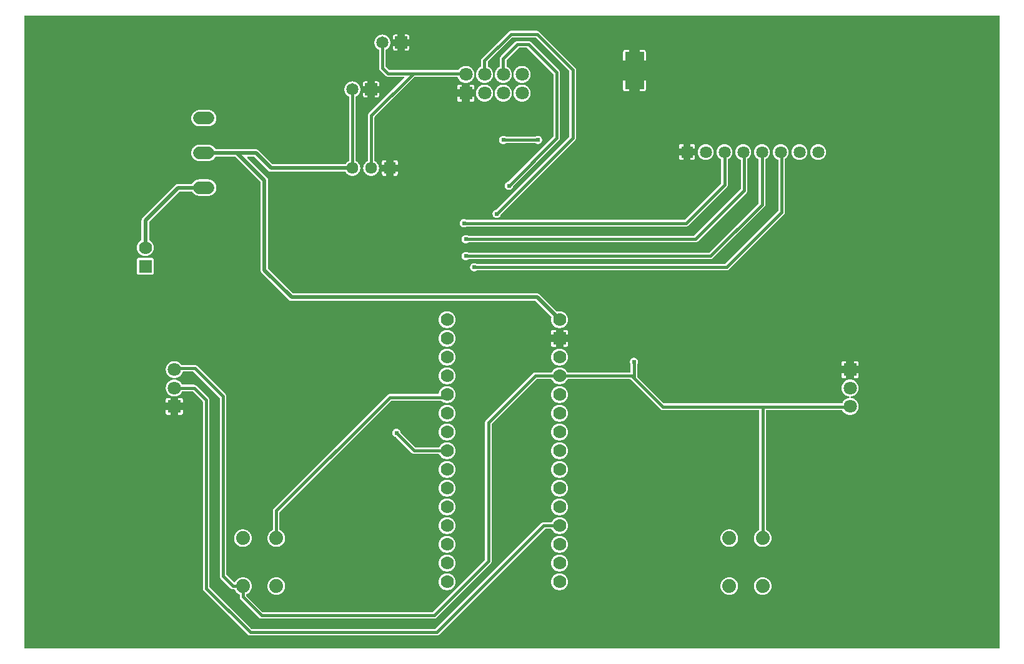
<source format=gtl>
G04 Layer: TopLayer*
G04 EasyEDA v6.3.22, 2020-02-14T20:54:40+02:00*
G04 d9edcea2a32c4a158ae1cdf756d7b1fd,ef223f4ed8bc40b1a8d29c19021d4d8a,10*
G04 Gerber Generator version 0.2*
G04 Scale: 100 percent, Rotated: No, Reflected: No *
G04 Dimensions in inches *
G04 leading zeros omitted , absolute positions ,2 integer and 4 decimal *
%FSLAX24Y24*%
%MOIN*%
G90*
G70D02*

%ADD11C,0.015000*%
%ADD12C,0.020000*%
%ADD13C,0.024000*%
%ADD14R,0.100000X0.200000*%
%ADD15R,0.070866X0.070866*%
%ADD16C,0.070866*%
%ADD17C,0.070000*%
%ADD18R,0.070000X0.070000*%
%ADD19R,0.063500X0.063500*%
%ADD20C,0.063500*%
%ADD21C,0.065000*%
%ADD22R,0.065000X0.065000*%
%ADD23C,0.074000*%
%ADD24R,0.064300X0.064300*%
%ADD25C,0.064300*%
%ADD26C,0.066929*%

%LPD*%
G36*
G01X52114Y33898D02*
G01X135Y33898D01*
G01X129Y33897D01*
G01X124Y33895D01*
G01X114Y33889D01*
G01X110Y33885D01*
G01X104Y33875D01*
G01X102Y33870D01*
G01X101Y33864D01*
G01X101Y135D01*
G01X102Y129D01*
G01X104Y124D01*
G01X110Y114D01*
G01X114Y110D01*
G01X124Y104D01*
G01X129Y102D01*
G01X135Y101D01*
G01X52114Y101D01*
G01X52120Y102D01*
G01X52125Y104D01*
G01X52135Y110D01*
G01X52139Y114D01*
G01X52145Y124D01*
G01X52147Y129D01*
G01X52148Y135D01*
G01X52148Y33864D01*
G01X52147Y33870D01*
G01X52145Y33875D01*
G01X52139Y33885D01*
G01X52135Y33889D01*
G01X52125Y33895D01*
G01X52120Y33897D01*
G01X52114Y33898D01*
G37*

%LPC*%
G36*
G01X32634Y15613D02*
G01X32608Y15613D01*
G01X32594Y15612D01*
G01X32581Y15610D01*
G01X32568Y15607D01*
G01X32555Y15603D01*
G01X32543Y15599D01*
G01X32530Y15594D01*
G01X32518Y15588D01*
G01X32507Y15582D01*
G01X32496Y15575D01*
G01X32485Y15567D01*
G01X32465Y15549D01*
G01X32447Y15529D01*
G01X32439Y15518D01*
G01X32432Y15507D01*
G01X32425Y15495D01*
G01X32419Y15483D01*
G01X32414Y15471D01*
G01X32410Y15458D01*
G01X32406Y15446D01*
G01X32404Y15432D01*
G01X32402Y15419D01*
G01X32401Y15406D01*
G01X32400Y15392D01*
G01X32401Y15378D01*
G01X32402Y15363D01*
G01X32404Y15349D01*
G01X32412Y15321D01*
G01X32417Y15307D01*
G01X32423Y15294D01*
G01X32430Y15281D01*
G01X32438Y15269D01*
G01X32441Y15263D01*
G01X32443Y15258D01*
G01X32445Y15246D01*
G01X32445Y14860D01*
G01X32443Y14854D01*
G01X32442Y14849D01*
G01X32439Y14844D01*
G01X32435Y14839D01*
G01X32431Y14835D01*
G01X32427Y14832D01*
G01X32422Y14829D01*
G01X32416Y14827D01*
G01X32411Y14826D01*
G01X29084Y14826D01*
G01X29072Y14830D01*
G01X29067Y14833D01*
G01X29058Y14842D01*
G01X29055Y14848D01*
G01X29046Y14865D01*
G01X29036Y14882D01*
G01X29026Y14898D01*
G01X29015Y14914D01*
G01X29003Y14930D01*
G01X28991Y14944D01*
G01X28978Y14959D01*
G01X28964Y14973D01*
G01X28950Y14986D01*
G01X28920Y15010D01*
G01X28888Y15032D01*
G01X28872Y15042D01*
G01X28855Y15051D01*
G01X28837Y15060D01*
G01X28801Y15074D01*
G01X28783Y15080D01*
G01X28764Y15086D01*
G01X28746Y15090D01*
G01X28727Y15094D01*
G01X28707Y15097D01*
G01X28688Y15099D01*
G01X28650Y15101D01*
G01X28630Y15100D01*
G01X28611Y15099D01*
G01X28592Y15097D01*
G01X28572Y15094D01*
G01X28553Y15090D01*
G01X28535Y15086D01*
G01X28516Y15080D01*
G01X28498Y15074D01*
G01X28462Y15060D01*
G01X28444Y15051D01*
G01X28427Y15042D01*
G01X28411Y15032D01*
G01X28379Y15010D01*
G01X28349Y14986D01*
G01X28335Y14973D01*
G01X28321Y14959D01*
G01X28308Y14944D01*
G01X28296Y14930D01*
G01X28284Y14914D01*
G01X28273Y14898D01*
G01X28263Y14882D01*
G01X28253Y14865D01*
G01X28244Y14848D01*
G01X28241Y14842D01*
G01X28232Y14833D01*
G01X28227Y14830D01*
G01X28215Y14826D01*
G01X27350Y14826D01*
G01X27337Y14825D01*
G01X27325Y14824D01*
G01X27312Y14821D01*
G01X27288Y14815D01*
G01X27276Y14809D01*
G01X27265Y14804D01*
G01X27254Y14798D01*
G01X27234Y14782D01*
G01X27225Y14774D01*
G01X24725Y12274D01*
G01X24717Y12265D01*
G01X24709Y12255D01*
G01X24702Y12245D01*
G01X24695Y12234D01*
G01X24689Y12223D01*
G01X24677Y12187D01*
G01X24675Y12175D01*
G01X24674Y12162D01*
G01X24673Y12150D01*
G01X24673Y4833D01*
G01X24672Y4827D01*
G01X24666Y4815D01*
G01X21884Y2033D01*
G01X21878Y2030D01*
G01X21866Y2026D01*
G01X12833Y2026D01*
G01X12821Y2030D01*
G01X12815Y2033D01*
G01X11943Y2905D01*
G01X11940Y2911D01*
G01X11936Y2923D01*
G01X11935Y2929D01*
G01X11935Y2956D01*
G01X11936Y2962D01*
G01X11937Y2967D01*
G01X11939Y2973D01*
G01X11942Y2978D01*
G01X11945Y2982D01*
G01X11949Y2986D01*
G01X11954Y2990D01*
G01X11959Y2993D01*
G01X11976Y3001D01*
G01X11994Y3011D01*
G01X12011Y3021D01*
G01X12027Y3032D01*
G01X12059Y3056D01*
G01X12074Y3069D01*
G01X12088Y3082D01*
G01X12102Y3096D01*
G01X12128Y3126D01*
G01X12140Y3142D01*
G01X12151Y3158D01*
G01X12162Y3175D01*
G01X12172Y3192D01*
G01X12181Y3209D01*
G01X12189Y3227D01*
G01X12197Y3246D01*
G01X12204Y3264D01*
G01X12216Y3302D01*
G01X12220Y3321D01*
G01X12224Y3341D01*
G01X12227Y3360D01*
G01X12229Y3380D01*
G01X12230Y3400D01*
G01X12231Y3419D01*
G01X12230Y3439D01*
G01X12229Y3458D01*
G01X12227Y3478D01*
G01X12221Y3516D01*
G01X12211Y3554D01*
G01X12205Y3573D01*
G01X12191Y3609D01*
G01X12183Y3626D01*
G01X12174Y3644D01*
G01X12164Y3661D01*
G01X12154Y3677D01*
G01X12143Y3693D01*
G01X12131Y3709D01*
G01X12119Y3724D01*
G01X12106Y3738D01*
G01X12093Y3753D01*
G01X12078Y3766D01*
G01X12064Y3779D01*
G01X12049Y3791D01*
G01X12033Y3803D01*
G01X12017Y3814D01*
G01X12001Y3824D01*
G01X11984Y3834D01*
G01X11966Y3843D01*
G01X11949Y3851D01*
G01X11913Y3865D01*
G01X11894Y3871D01*
G01X11875Y3876D01*
G01X11837Y3884D01*
G01X11818Y3887D01*
G01X11798Y3889D01*
G01X11779Y3890D01*
G01X11739Y3890D01*
G01X11720Y3889D01*
G01X11700Y3887D01*
G01X11680Y3884D01*
G01X11660Y3880D01*
G01X11622Y3870D01*
G01X11603Y3864D01*
G01X11584Y3857D01*
G01X11566Y3849D01*
G01X11530Y3831D01*
G01X11513Y3821D01*
G01X11496Y3810D01*
G01X11464Y3786D01*
G01X11434Y3760D01*
G01X11420Y3746D01*
G01X11406Y3731D01*
G01X11394Y3716D01*
G01X11381Y3700D01*
G01X11370Y3684D01*
G01X11359Y3667D01*
G01X11349Y3650D01*
G01X11339Y3632D01*
G01X11336Y3627D01*
G01X11327Y3618D01*
G01X11322Y3615D01*
G01X11310Y3611D01*
G01X11297Y3611D01*
G01X11292Y3613D01*
G01X11286Y3615D01*
G01X11280Y3618D01*
G01X10883Y4015D01*
G01X10877Y4027D01*
G01X10876Y4033D01*
G01X10876Y13550D01*
G01X10875Y13562D01*
G01X10874Y13575D01*
G01X10872Y13587D01*
G01X10860Y13623D01*
G01X10854Y13634D01*
G01X10847Y13645D01*
G01X10840Y13655D01*
G01X10832Y13665D01*
G01X10824Y13674D01*
G01X9324Y15174D01*
G01X9315Y15182D01*
G01X9295Y15198D01*
G01X9284Y15204D01*
G01X9273Y15209D01*
G01X9261Y15215D01*
G01X9225Y15224D01*
G01X9212Y15225D01*
G01X9200Y15226D01*
G01X8501Y15226D01*
G01X8494Y15228D01*
G01X8489Y15230D01*
G01X8483Y15234D01*
G01X8478Y15238D01*
G01X8474Y15243D01*
G01X8463Y15258D01*
G01X8439Y15288D01*
G01X8426Y15302D01*
G01X8398Y15328D01*
G01X8368Y15352D01*
G01X8352Y15363D01*
G01X8336Y15373D01*
G01X8319Y15383D01*
G01X8303Y15392D01*
G01X8285Y15400D01*
G01X8268Y15407D01*
G01X8250Y15414D01*
G01X8231Y15420D01*
G01X8213Y15425D01*
G01X8194Y15430D01*
G01X8176Y15433D01*
G01X8157Y15436D01*
G01X8138Y15438D01*
G01X8100Y15440D01*
G01X8080Y15439D01*
G01X8061Y15438D01*
G01X8042Y15436D01*
G01X8022Y15433D01*
G01X8003Y15429D01*
G01X7985Y15425D01*
G01X7966Y15420D01*
G01X7948Y15413D01*
G01X7930Y15407D01*
G01X7894Y15391D01*
G01X7877Y15382D01*
G01X7861Y15372D01*
G01X7844Y15361D01*
G01X7829Y15350D01*
G01X7799Y15326D01*
G01X7785Y15313D01*
G01X7771Y15299D01*
G01X7758Y15285D01*
G01X7745Y15270D01*
G01X7734Y15255D01*
G01X7722Y15239D01*
G01X7712Y15223D01*
G01X7702Y15206D01*
G01X7693Y15189D01*
G01X7685Y15172D01*
G01X7677Y15154D01*
G01X7670Y15136D01*
G01X7664Y15117D01*
G01X7659Y15099D01*
G01X7654Y15080D01*
G01X7648Y15042D01*
G01X7646Y15023D01*
G01X7644Y15003D01*
G01X7644Y14965D01*
G01X7646Y14945D01*
G01X7648Y14926D01*
G01X7651Y14906D01*
G01X7659Y14868D01*
G01X7671Y14830D01*
G01X7678Y14812D01*
G01X7694Y14776D01*
G01X7714Y14742D01*
G01X7736Y14710D01*
G01X7748Y14695D01*
G01X7761Y14680D01*
G01X7774Y14666D01*
G01X7788Y14652D01*
G01X7818Y14626D01*
G01X7834Y14615D01*
G01X7850Y14603D01*
G01X7866Y14593D01*
G01X7884Y14584D01*
G01X7901Y14575D01*
G01X7919Y14566D01*
G01X7955Y14552D01*
G01X7974Y14546D01*
G01X7993Y14542D01*
G01X8012Y14537D01*
G01X8031Y14534D01*
G01X8051Y14532D01*
G01X8057Y14530D01*
G01X8062Y14528D01*
G01X8068Y14526D01*
G01X8072Y14523D01*
G01X8076Y14519D01*
G01X8080Y14514D01*
G01X8083Y14509D01*
G01X8085Y14503D01*
G01X8086Y14498D01*
G01X8087Y14492D01*
G01X8085Y14480D01*
G01X8083Y14475D01*
G01X8080Y14470D01*
G01X8076Y14465D01*
G01X8068Y14457D01*
G01X8062Y14455D01*
G01X8057Y14453D01*
G01X8051Y14452D01*
G01X8031Y14450D01*
G01X7993Y14442D01*
G01X7974Y14437D01*
G01X7955Y14431D01*
G01X7937Y14425D01*
G01X7901Y14409D01*
G01X7884Y14400D01*
G01X7866Y14390D01*
G01X7850Y14380D01*
G01X7834Y14369D01*
G01X7818Y14357D01*
G01X7803Y14345D01*
G01X7788Y14332D01*
G01X7774Y14318D01*
G01X7761Y14303D01*
G01X7748Y14289D01*
G01X7736Y14273D01*
G01X7714Y14241D01*
G01X7694Y14207D01*
G01X7678Y14171D01*
G01X7671Y14153D01*
G01X7659Y14115D01*
G01X7651Y14077D01*
G01X7648Y14058D01*
G01X7646Y14038D01*
G01X7644Y14019D01*
G01X7644Y13980D01*
G01X7646Y13961D01*
G01X7648Y13941D01*
G01X7651Y13922D01*
G01X7659Y13884D01*
G01X7664Y13865D01*
G01X7671Y13847D01*
G01X7677Y13829D01*
G01X7685Y13811D01*
G01X7693Y13794D01*
G01X7702Y13776D01*
G01X7712Y13759D01*
G01X7723Y13743D01*
G01X7734Y13728D01*
G01X7746Y13712D01*
G01X7759Y13697D01*
G01X7772Y13683D01*
G01X7786Y13669D01*
G01X7800Y13656D01*
G01X7830Y13632D01*
G01X7846Y13621D01*
G01X7863Y13611D01*
G01X7879Y13601D01*
G01X7897Y13592D01*
G01X7914Y13583D01*
G01X7950Y13569D01*
G01X7969Y13563D01*
G01X7987Y13558D01*
G01X8006Y13553D01*
G01X8025Y13550D01*
G01X8075Y13544D01*
G01X8124Y13544D01*
G01X8174Y13550D01*
G01X8212Y13558D01*
G01X8231Y13563D01*
G01X8250Y13570D01*
G01X8269Y13576D01*
G01X8287Y13584D01*
G01X8305Y13593D01*
G01X8322Y13602D01*
G01X8339Y13612D01*
G01X8356Y13623D01*
G01X8372Y13634D01*
G01X8388Y13647D01*
G01X8403Y13659D01*
G01X8431Y13687D01*
G01X8457Y13717D01*
G01X8469Y13733D01*
G01X8480Y13749D01*
G01X8500Y13783D01*
G01X8509Y13801D01*
G01X8513Y13807D01*
G01X8517Y13811D01*
G01X8527Y13819D01*
G01X8539Y13823D01*
G01X9066Y13823D01*
G01X9078Y13819D01*
G01X9084Y13816D01*
G01X9616Y13284D01*
G01X9622Y13272D01*
G01X9623Y13266D01*
G01X9623Y3300D01*
G01X9624Y3287D01*
G01X9625Y3275D01*
G01X9627Y3262D01*
G01X9639Y3226D01*
G01X9645Y3215D01*
G01X9652Y3204D01*
G01X9659Y3194D01*
G01X9667Y3184D01*
G01X9675Y3175D01*
G01X12025Y825D01*
G01X12034Y817D01*
G01X12054Y801D01*
G01X12065Y795D01*
G01X12076Y790D01*
G01X12088Y784D01*
G01X12112Y778D01*
G01X12125Y775D01*
G01X12137Y774D01*
G01X12150Y773D01*
G01X22100Y773D01*
G01X22112Y774D01*
G01X22125Y775D01*
G01X22161Y784D01*
G01X22173Y790D01*
G01X22184Y795D01*
G01X22195Y801D01*
G01X22215Y817D01*
G01X22224Y825D01*
G01X27865Y6466D01*
G01X27871Y6469D01*
G01X27883Y6473D01*
G01X28215Y6473D01*
G01X28227Y6469D01*
G01X28232Y6466D01*
G01X28241Y6457D01*
G01X28244Y6451D01*
G01X28253Y6434D01*
G01X28263Y6417D01*
G01X28273Y6401D01*
G01X28284Y6385D01*
G01X28296Y6369D01*
G01X28308Y6355D01*
G01X28321Y6340D01*
G01X28335Y6326D01*
G01X28349Y6313D01*
G01X28379Y6289D01*
G01X28411Y6267D01*
G01X28427Y6257D01*
G01X28444Y6248D01*
G01X28462Y6239D01*
G01X28498Y6225D01*
G01X28516Y6219D01*
G01X28535Y6213D01*
G01X28553Y6209D01*
G01X28572Y6205D01*
G01X28592Y6202D01*
G01X28611Y6200D01*
G01X28630Y6199D01*
G01X28650Y6198D01*
G01X28688Y6200D01*
G01X28707Y6202D01*
G01X28726Y6205D01*
G01X28744Y6209D01*
G01X28763Y6213D01*
G01X28781Y6218D01*
G01X28800Y6224D01*
G01X28818Y6231D01*
G01X28835Y6238D01*
G01X28886Y6265D01*
G01X28918Y6287D01*
G01X28933Y6299D01*
G01X28947Y6311D01*
G01X28961Y6324D01*
G01X28988Y6351D01*
G01X29012Y6381D01*
G01X29034Y6413D01*
G01X29043Y6430D01*
G01X29052Y6446D01*
G01X29060Y6464D01*
G01X29068Y6481D01*
G01X29075Y6499D01*
G01X29081Y6517D01*
G01X29086Y6536D01*
G01X29090Y6555D01*
G01X29094Y6573D01*
G01X29097Y6592D01*
G01X29099Y6611D01*
G01X29100Y6630D01*
G01X29101Y6650D01*
G01X29099Y6688D01*
G01X29097Y6707D01*
G01X29094Y6726D01*
G01X29090Y6744D01*
G01X29086Y6763D01*
G01X29081Y6782D01*
G01X29075Y6800D01*
G01X29068Y6818D01*
G01X29060Y6835D01*
G01X29052Y6853D01*
G01X29043Y6869D01*
G01X29034Y6886D01*
G01X29012Y6918D01*
G01X28988Y6948D01*
G01X28961Y6975D01*
G01X28947Y6988D01*
G01X28933Y7000D01*
G01X28918Y7012D01*
G01X28886Y7034D01*
G01X28835Y7061D01*
G01X28818Y7068D01*
G01X28800Y7075D01*
G01X28781Y7081D01*
G01X28763Y7086D01*
G01X28744Y7090D01*
G01X28726Y7094D01*
G01X28707Y7097D01*
G01X28688Y7099D01*
G01X28650Y7101D01*
G01X28630Y7100D01*
G01X28611Y7099D01*
G01X28592Y7097D01*
G01X28572Y7094D01*
G01X28553Y7090D01*
G01X28535Y7086D01*
G01X28516Y7080D01*
G01X28498Y7074D01*
G01X28462Y7060D01*
G01X28444Y7051D01*
G01X28427Y7042D01*
G01X28411Y7032D01*
G01X28379Y7010D01*
G01X28349Y6986D01*
G01X28335Y6973D01*
G01X28321Y6959D01*
G01X28308Y6944D01*
G01X28296Y6930D01*
G01X28284Y6914D01*
G01X28273Y6898D01*
G01X28263Y6882D01*
G01X28253Y6865D01*
G01X28244Y6848D01*
G01X28241Y6842D01*
G01X28232Y6833D01*
G01X28227Y6830D01*
G01X28215Y6826D01*
G01X27800Y6826D01*
G01X27787Y6825D01*
G01X27775Y6824D01*
G01X27762Y6821D01*
G01X27738Y6815D01*
G01X27726Y6809D01*
G01X27715Y6804D01*
G01X27704Y6798D01*
G01X27684Y6782D01*
G01X27675Y6774D01*
G01X22034Y1133D01*
G01X22028Y1130D01*
G01X22016Y1126D01*
G01X12233Y1126D01*
G01X12221Y1130D01*
G01X12215Y1133D01*
G01X9983Y3365D01*
G01X9977Y3377D01*
G01X9976Y3383D01*
G01X9976Y13350D01*
G01X9975Y13362D01*
G01X9974Y13375D01*
G01X9972Y13387D01*
G01X9960Y13423D01*
G01X9954Y13434D01*
G01X9947Y13445D01*
G01X9940Y13455D01*
G01X9932Y13465D01*
G01X9924Y13474D01*
G01X9274Y14124D01*
G01X9265Y14132D01*
G01X9245Y14148D01*
G01X9234Y14154D01*
G01X9223Y14159D01*
G01X9211Y14165D01*
G01X9175Y14174D01*
G01X9162Y14175D01*
G01X9150Y14176D01*
G01X8539Y14176D01*
G01X8532Y14178D01*
G01X8527Y14180D01*
G01X8521Y14184D01*
G01X8517Y14188D01*
G01X8512Y14192D01*
G01X8509Y14198D01*
G01X8501Y14215D01*
G01X8491Y14232D01*
G01X8481Y14248D01*
G01X8470Y14264D01*
G01X8459Y14279D01*
G01X8446Y14294D01*
G01X8434Y14309D01*
G01X8420Y14323D01*
G01X8406Y14336D01*
G01X8392Y14348D01*
G01X8377Y14360D01*
G01X8361Y14372D01*
G01X8346Y14382D01*
G01X8312Y14402D01*
G01X8278Y14418D01*
G01X8242Y14432D01*
G01X8223Y14437D01*
G01X8205Y14442D01*
G01X8167Y14450D01*
G01X8148Y14452D01*
G01X8142Y14453D01*
G01X8137Y14455D01*
G01X8131Y14457D01*
G01X8123Y14465D01*
G01X8119Y14470D01*
G01X8116Y14475D01*
G01X8114Y14480D01*
G01X8112Y14492D01*
G01X8113Y14498D01*
G01X8114Y14503D01*
G01X8116Y14509D01*
G01X8119Y14514D01*
G01X8123Y14519D01*
G01X8127Y14523D01*
G01X8131Y14526D01*
G01X8137Y14528D01*
G01X8142Y14530D01*
G01X8148Y14532D01*
G01X8168Y14534D01*
G01X8186Y14537D01*
G01X8206Y14542D01*
G01X8225Y14546D01*
G01X8243Y14552D01*
G01X8261Y14559D01*
G01X8280Y14566D01*
G01X8297Y14574D01*
G01X8331Y14592D01*
G01X8348Y14603D01*
G01X8380Y14625D01*
G01X8395Y14638D01*
G01X8423Y14664D01*
G01X8437Y14678D01*
G01X8450Y14693D01*
G01X8462Y14708D01*
G01X8484Y14740D01*
G01X8494Y14757D01*
G01X8512Y14791D01*
G01X8520Y14809D01*
G01X8527Y14827D01*
G01X8533Y14846D01*
G01X8536Y14851D01*
G01X8539Y14857D01*
G01X8543Y14862D01*
G01X8548Y14866D01*
G01X8553Y14869D01*
G01X8565Y14873D01*
G01X9116Y14873D01*
G01X9128Y14869D01*
G01X9134Y14866D01*
G01X10516Y13484D01*
G01X10522Y13472D01*
G01X10523Y13466D01*
G01X10523Y3950D01*
G01X10524Y3937D01*
G01X10525Y3925D01*
G01X10527Y3912D01*
G01X10539Y3876D01*
G01X10545Y3865D01*
G01X10552Y3854D01*
G01X10559Y3844D01*
G01X10567Y3834D01*
G01X10575Y3825D01*
G01X11114Y3286D01*
G01X11124Y3279D01*
G01X11134Y3271D01*
G01X11156Y3259D01*
G01X11180Y3251D01*
G01X11192Y3248D01*
G01X11205Y3245D01*
G01X11217Y3244D01*
G01X11296Y3244D01*
G01X11302Y3243D01*
G01X11307Y3242D01*
G01X11313Y3240D01*
G01X11318Y3237D01*
G01X11322Y3234D01*
G01X11327Y3230D01*
G01X11330Y3225D01*
G01X11333Y3221D01*
G01X11342Y3202D01*
G01X11352Y3184D01*
G01X11362Y3167D01*
G01X11374Y3149D01*
G01X11386Y3133D01*
G01X11412Y3101D01*
G01X11441Y3072D01*
G01X11473Y3046D01*
G01X11489Y3034D01*
G01X11506Y3022D01*
G01X11542Y3002D01*
G01X11560Y2993D01*
G01X11565Y2990D01*
G01X11570Y2986D01*
G01X11574Y2982D01*
G01X11577Y2978D01*
G01X11580Y2973D01*
G01X11582Y2967D01*
G01X11583Y2962D01*
G01X11584Y2956D01*
G01X11584Y2827D01*
G01X11585Y2815D01*
G01X11588Y2802D01*
G01X11594Y2778D01*
G01X11600Y2766D01*
G01X11605Y2755D01*
G01X11611Y2744D01*
G01X11627Y2724D01*
G01X11635Y2715D01*
G01X12625Y1725D01*
G01X12634Y1717D01*
G01X12654Y1701D01*
G01X12665Y1695D01*
G01X12676Y1690D01*
G01X12688Y1684D01*
G01X12712Y1678D01*
G01X12725Y1675D01*
G01X12737Y1674D01*
G01X12750Y1673D01*
G01X21950Y1673D01*
G01X21962Y1674D01*
G01X21975Y1675D01*
G01X22011Y1684D01*
G01X22023Y1690D01*
G01X22034Y1695D01*
G01X22045Y1701D01*
G01X22065Y1717D01*
G01X22074Y1725D01*
G01X24974Y4625D01*
G01X24982Y4634D01*
G01X24990Y4644D01*
G01X24997Y4654D01*
G01X25004Y4665D01*
G01X25010Y4676D01*
G01X25022Y4712D01*
G01X25024Y4725D01*
G01X25025Y4737D01*
G01X25026Y4750D01*
G01X25026Y12066D01*
G01X25027Y12072D01*
G01X25033Y12084D01*
G01X27415Y14466D01*
G01X27421Y14469D01*
G01X27433Y14473D01*
G01X28215Y14473D01*
G01X28227Y14469D01*
G01X28232Y14466D01*
G01X28241Y14457D01*
G01X28244Y14451D01*
G01X28253Y14434D01*
G01X28263Y14417D01*
G01X28273Y14401D01*
G01X28284Y14385D01*
G01X28296Y14369D01*
G01X28308Y14355D01*
G01X28321Y14340D01*
G01X28335Y14326D01*
G01X28349Y14313D01*
G01X28379Y14289D01*
G01X28411Y14267D01*
G01X28427Y14257D01*
G01X28444Y14248D01*
G01X28462Y14239D01*
G01X28498Y14225D01*
G01X28516Y14219D01*
G01X28535Y14213D01*
G01X28553Y14209D01*
G01X28572Y14205D01*
G01X28592Y14202D01*
G01X28611Y14200D01*
G01X28630Y14199D01*
G01X28650Y14198D01*
G01X28688Y14200D01*
G01X28707Y14202D01*
G01X28727Y14205D01*
G01X28746Y14209D01*
G01X28764Y14213D01*
G01X28783Y14219D01*
G01X28801Y14225D01*
G01X28837Y14239D01*
G01X28855Y14248D01*
G01X28872Y14257D01*
G01X28888Y14267D01*
G01X28920Y14289D01*
G01X28950Y14313D01*
G01X28964Y14326D01*
G01X28978Y14340D01*
G01X28991Y14355D01*
G01X29003Y14369D01*
G01X29015Y14385D01*
G01X29026Y14401D01*
G01X29036Y14417D01*
G01X29046Y14434D01*
G01X29055Y14451D01*
G01X29058Y14457D01*
G01X29067Y14466D01*
G01X29072Y14469D01*
G01X29084Y14473D01*
G01X32416Y14473D01*
G01X32428Y14469D01*
G01X32434Y14466D01*
G01X34025Y12875D01*
G01X34034Y12867D01*
G01X34054Y12851D01*
G01X34065Y12845D01*
G01X34076Y12840D01*
G01X34088Y12834D01*
G01X34112Y12828D01*
G01X34125Y12825D01*
G01X34137Y12824D01*
G01X34150Y12823D01*
G01X39279Y12823D01*
G01X39285Y12822D01*
G01X39290Y12820D01*
G01X39300Y12814D01*
G01X39304Y12810D01*
G01X39310Y12800D01*
G01X39312Y12795D01*
G01X39313Y12789D01*
G01X39314Y12784D01*
G01X39314Y6443D01*
G01X39313Y6437D01*
G01X39312Y6432D01*
G01X39310Y6426D01*
G01X39307Y6421D01*
G01X39304Y6417D01*
G01X39300Y6413D01*
G01X39295Y6409D01*
G01X39290Y6406D01*
G01X39273Y6398D01*
G01X39255Y6388D01*
G01X39238Y6378D01*
G01X39222Y6367D01*
G01X39190Y6343D01*
G01X39175Y6330D01*
G01X39161Y6317D01*
G01X39147Y6303D01*
G01X39121Y6273D01*
G01X39109Y6257D01*
G01X39098Y6241D01*
G01X39087Y6224D01*
G01X39077Y6207D01*
G01X39068Y6190D01*
G01X39060Y6172D01*
G01X39052Y6153D01*
G01X39045Y6135D01*
G01X39033Y6097D01*
G01X39029Y6078D01*
G01X39025Y6058D01*
G01X39022Y6039D01*
G01X39020Y6019D01*
G01X39019Y5999D01*
G01X39018Y5980D01*
G01X39019Y5960D01*
G01X39020Y5941D01*
G01X39022Y5921D01*
G01X39025Y5902D01*
G01X39033Y5864D01*
G01X39038Y5845D01*
G01X39044Y5826D01*
G01X39058Y5790D01*
G01X39066Y5773D01*
G01X39075Y5755D01*
G01X39085Y5738D01*
G01X39095Y5722D01*
G01X39106Y5706D01*
G01X39118Y5690D01*
G01X39130Y5675D01*
G01X39143Y5661D01*
G01X39156Y5646D01*
G01X39171Y5633D01*
G01X39185Y5620D01*
G01X39200Y5608D01*
G01X39216Y5596D01*
G01X39232Y5585D01*
G01X39248Y5575D01*
G01X39265Y5565D01*
G01X39283Y5556D01*
G01X39300Y5548D01*
G01X39336Y5534D01*
G01X39355Y5528D01*
G01X39374Y5523D01*
G01X39412Y5515D01*
G01X39431Y5512D01*
G01X39451Y5510D01*
G01X39470Y5509D01*
G01X39509Y5509D01*
G01X39528Y5510D01*
G01X39548Y5512D01*
G01X39567Y5515D01*
G01X39605Y5523D01*
G01X39624Y5528D01*
G01X39643Y5534D01*
G01X39679Y5548D01*
G01X39696Y5556D01*
G01X39714Y5565D01*
G01X39731Y5575D01*
G01X39747Y5585D01*
G01X39763Y5596D01*
G01X39779Y5608D01*
G01X39794Y5620D01*
G01X39809Y5633D01*
G01X39822Y5646D01*
G01X39836Y5661D01*
G01X39849Y5675D01*
G01X39861Y5690D01*
G01X39873Y5706D01*
G01X39884Y5722D01*
G01X39894Y5738D01*
G01X39904Y5755D01*
G01X39913Y5773D01*
G01X39921Y5790D01*
G01X39935Y5826D01*
G01X39941Y5845D01*
G01X39951Y5883D01*
G01X39957Y5921D01*
G01X39959Y5941D01*
G01X39960Y5960D01*
G01X39960Y5999D01*
G01X39959Y6019D01*
G01X39957Y6039D01*
G01X39954Y6058D01*
G01X39950Y6078D01*
G01X39946Y6097D01*
G01X39934Y6135D01*
G01X39927Y6153D01*
G01X39919Y6172D01*
G01X39911Y6190D01*
G01X39902Y6207D01*
G01X39892Y6224D01*
G01X39881Y6241D01*
G01X39870Y6257D01*
G01X39858Y6273D01*
G01X39832Y6303D01*
G01X39818Y6317D01*
G01X39804Y6330D01*
G01X39789Y6343D01*
G01X39757Y6367D01*
G01X39741Y6378D01*
G01X39724Y6388D01*
G01X39706Y6398D01*
G01X39689Y6406D01*
G01X39684Y6409D01*
G01X39679Y6413D01*
G01X39675Y6417D01*
G01X39672Y6421D01*
G01X39669Y6426D01*
G01X39667Y6432D01*
G01X39666Y6437D01*
G01X39665Y6443D01*
G01X39665Y12784D01*
G01X39666Y12789D01*
G01X39667Y12795D01*
G01X39669Y12800D01*
G01X39675Y12810D01*
G01X39679Y12814D01*
G01X39689Y12820D01*
G01X39694Y12822D01*
G01X39700Y12823D01*
G01X43718Y12823D01*
G01X43730Y12819D01*
G01X43735Y12816D01*
G01X43740Y12812D01*
G01X43744Y12807D01*
G01X43747Y12802D01*
G01X43767Y12768D01*
G01X43778Y12752D01*
G01X43790Y12736D01*
G01X43802Y12721D01*
G01X43815Y12706D01*
G01X43843Y12678D01*
G01X43858Y12665D01*
G01X43890Y12641D01*
G01X43906Y12630D01*
G01X43923Y12620D01*
G01X43940Y12611D01*
G01X43958Y12602D01*
G01X43976Y12594D01*
G01X43995Y12587D01*
G01X44014Y12581D01*
G01X44032Y12575D01*
G01X44052Y12571D01*
G01X44071Y12567D01*
G01X44090Y12564D01*
G01X44110Y12561D01*
G01X44130Y12560D01*
G01X44169Y12560D01*
G01X44188Y12561D01*
G01X44207Y12563D01*
G01X44227Y12567D01*
G01X44246Y12570D01*
G01X44264Y12575D01*
G01X44283Y12580D01*
G01X44301Y12586D01*
G01X44337Y12600D01*
G01X44355Y12609D01*
G01X44372Y12618D01*
G01X44388Y12628D01*
G01X44405Y12638D01*
G01X44420Y12649D01*
G01X44450Y12673D01*
G01X44464Y12686D01*
G01X44478Y12700D01*
G01X44491Y12714D01*
G01X44504Y12729D01*
G01X44515Y12744D01*
G01X44527Y12760D01*
G01X44537Y12776D01*
G01X44547Y12793D01*
G01X44556Y12810D01*
G01X44572Y12846D01*
G01X44579Y12863D01*
G01X44585Y12882D01*
G01X44590Y12901D01*
G01X44595Y12919D01*
G01X44601Y12957D01*
G01X44603Y12976D01*
G01X44605Y12996D01*
G01X44605Y13035D01*
G01X44603Y13054D01*
G01X44601Y13074D01*
G01X44598Y13093D01*
G01X44590Y13131D01*
G01X44585Y13150D01*
G01X44578Y13169D01*
G01X44564Y13205D01*
G01X44555Y13222D01*
G01X44546Y13240D01*
G01X44536Y13256D01*
G01X44525Y13273D01*
G01X44514Y13288D01*
G01X44502Y13304D01*
G01X44489Y13319D01*
G01X44476Y13333D01*
G01X44461Y13347D01*
G01X44447Y13360D01*
G01X44432Y13372D01*
G01X44416Y13384D01*
G01X44384Y13406D01*
G01X44350Y13424D01*
G01X44314Y13440D01*
G01X44295Y13446D01*
G01X44277Y13453D01*
G01X44258Y13457D01*
G01X44239Y13462D01*
G01X44219Y13465D01*
G01X44200Y13468D01*
G01X44194Y13469D01*
G01X44184Y13473D01*
G01X44179Y13477D01*
G01X44175Y13481D01*
G01X44171Y13486D01*
G01X44168Y13490D01*
G01X44166Y13496D01*
G01X44165Y13502D01*
G01X44164Y13507D01*
G01X44166Y13519D01*
G01X44168Y13525D01*
G01X44171Y13530D01*
G01X44179Y13538D01*
G01X44184Y13542D01*
G01X44194Y13546D01*
G01X44200Y13547D01*
G01X44219Y13550D01*
G01X44239Y13553D01*
G01X44258Y13557D01*
G01X44277Y13563D01*
G01X44295Y13568D01*
G01X44314Y13575D01*
G01X44332Y13582D01*
G01X44350Y13591D01*
G01X44384Y13609D01*
G01X44416Y13631D01*
G01X44432Y13643D01*
G01X44447Y13655D01*
G01X44461Y13668D01*
G01X44476Y13682D01*
G01X44489Y13696D01*
G01X44502Y13711D01*
G01X44514Y13726D01*
G01X44525Y13742D01*
G01X44536Y13759D01*
G01X44546Y13776D01*
G01X44564Y13810D01*
G01X44578Y13846D01*
G01X44585Y13865D01*
G01X44590Y13884D01*
G01X44598Y13922D01*
G01X44601Y13941D01*
G01X44603Y13961D01*
G01X44605Y13980D01*
G01X44605Y14019D01*
G01X44603Y14038D01*
G01X44601Y14058D01*
G01X44598Y14077D01*
G01X44590Y14115D01*
G01X44585Y14134D01*
G01X44579Y14152D01*
G01X44572Y14170D01*
G01X44564Y14188D01*
G01X44556Y14205D01*
G01X44547Y14223D01*
G01X44537Y14239D01*
G01X44515Y14271D01*
G01X44503Y14287D01*
G01X44490Y14301D01*
G01X44477Y14316D01*
G01X44464Y14329D01*
G01X44449Y14342D01*
G01X44435Y14355D01*
G01X44419Y14367D01*
G01X44403Y14378D01*
G01X44387Y14388D01*
G01X44370Y14398D01*
G01X44353Y14407D01*
G01X44335Y14415D01*
G01X44318Y14423D01*
G01X44299Y14430D01*
G01X44281Y14436D01*
G01X44262Y14441D01*
G01X44224Y14449D01*
G01X44200Y14452D01*
G01X44175Y14454D01*
G01X44150Y14455D01*
G01X44125Y14454D01*
G01X44100Y14452D01*
G01X44075Y14449D01*
G01X44037Y14441D01*
G01X44018Y14436D01*
G01X44000Y14430D01*
G01X43981Y14423D01*
G01X43964Y14415D01*
G01X43946Y14407D01*
G01X43929Y14398D01*
G01X43912Y14388D01*
G01X43896Y14378D01*
G01X43880Y14367D01*
G01X43864Y14355D01*
G01X43850Y14342D01*
G01X43835Y14329D01*
G01X43822Y14316D01*
G01X43809Y14301D01*
G01X43796Y14287D01*
G01X43784Y14271D01*
G01X43762Y14239D01*
G01X43752Y14223D01*
G01X43743Y14205D01*
G01X43735Y14188D01*
G01X43727Y14170D01*
G01X43720Y14152D01*
G01X43714Y14134D01*
G01X43709Y14115D01*
G01X43701Y14077D01*
G01X43698Y14058D01*
G01X43696Y14038D01*
G01X43694Y14019D01*
G01X43694Y13980D01*
G01X43696Y13961D01*
G01X43698Y13941D01*
G01X43701Y13922D01*
G01X43709Y13884D01*
G01X43714Y13865D01*
G01X43721Y13846D01*
G01X43735Y13810D01*
G01X43753Y13776D01*
G01X43763Y13759D01*
G01X43774Y13742D01*
G01X43785Y13726D01*
G01X43797Y13711D01*
G01X43810Y13696D01*
G01X43823Y13682D01*
G01X43838Y13668D01*
G01X43852Y13655D01*
G01X43867Y13643D01*
G01X43883Y13631D01*
G01X43915Y13609D01*
G01X43932Y13600D01*
G01X43950Y13591D01*
G01X43967Y13582D01*
G01X43985Y13575D01*
G01X44004Y13568D01*
G01X44022Y13563D01*
G01X44041Y13557D01*
G01X44060Y13553D01*
G01X44080Y13550D01*
G01X44099Y13547D01*
G01X44105Y13546D01*
G01X44115Y13542D01*
G01X44120Y13538D01*
G01X44128Y13530D01*
G01X44131Y13525D01*
G01X44133Y13519D01*
G01X44135Y13507D01*
G01X44134Y13502D01*
G01X44133Y13496D01*
G01X44131Y13490D01*
G01X44128Y13486D01*
G01X44124Y13481D01*
G01X44120Y13477D01*
G01X44115Y13473D01*
G01X44105Y13469D01*
G01X44099Y13468D01*
G01X44079Y13465D01*
G01X44060Y13462D01*
G01X44040Y13457D01*
G01X44022Y13452D01*
G01X44003Y13446D01*
G01X43984Y13439D01*
G01X43966Y13432D01*
G01X43930Y13414D01*
G01X43913Y13404D01*
G01X43897Y13394D01*
G01X43880Y13382D01*
G01X43864Y13370D01*
G01X43849Y13357D01*
G01X43835Y13344D01*
G01X43807Y13316D01*
G01X43795Y13301D01*
G01X43782Y13285D01*
G01X43771Y13269D01*
G01X43760Y13252D01*
G01X43751Y13235D01*
G01X43733Y13199D01*
G01X43730Y13194D01*
G01X43727Y13190D01*
G01X43723Y13186D01*
G01X43718Y13182D01*
G01X43713Y13179D01*
G01X43708Y13177D01*
G01X43702Y13176D01*
G01X34233Y13176D01*
G01X34221Y13180D01*
G01X34215Y13183D01*
G01X32809Y14589D01*
G01X32801Y14599D01*
G01X32797Y14611D01*
G01X32797Y15252D01*
G01X32799Y15258D01*
G01X32801Y15263D01*
G01X32804Y15269D01*
G01X32812Y15281D01*
G01X32819Y15294D01*
G01X32825Y15307D01*
G01X32830Y15321D01*
G01X32838Y15349D01*
G01X32840Y15363D01*
G01X32842Y15378D01*
G01X32842Y15406D01*
G01X32840Y15419D01*
G01X32839Y15432D01*
G01X32836Y15446D01*
G01X32832Y15458D01*
G01X32828Y15471D01*
G01X32822Y15483D01*
G01X32817Y15495D01*
G01X32810Y15507D01*
G01X32803Y15518D01*
G01X32795Y15529D01*
G01X32777Y15549D01*
G01X32768Y15558D01*
G01X32757Y15567D01*
G01X32747Y15575D01*
G01X32735Y15582D01*
G01X32724Y15588D01*
G01X32712Y15594D01*
G01X32699Y15599D01*
G01X32687Y15603D01*
G01X32674Y15607D01*
G01X32661Y15610D01*
G01X32648Y15612D01*
G01X32634Y15613D01*
G37*
G36*
G01X37729Y3890D02*
G01X37690Y3890D01*
G01X37671Y3889D01*
G01X37651Y3887D01*
G01X37632Y3884D01*
G01X37594Y3876D01*
G01X37575Y3871D01*
G01X37556Y3865D01*
G01X37520Y3851D01*
G01X37503Y3843D01*
G01X37485Y3834D01*
G01X37468Y3824D01*
G01X37452Y3814D01*
G01X37436Y3803D01*
G01X37420Y3791D01*
G01X37405Y3779D01*
G01X37390Y3766D01*
G01X37377Y3753D01*
G01X37363Y3738D01*
G01X37350Y3724D01*
G01X37338Y3709D01*
G01X37326Y3693D01*
G01X37315Y3677D01*
G01X37305Y3661D01*
G01X37295Y3644D01*
G01X37286Y3626D01*
G01X37278Y3609D01*
G01X37264Y3573D01*
G01X37258Y3554D01*
G01X37248Y3516D01*
G01X37242Y3478D01*
G01X37240Y3458D01*
G01X37239Y3439D01*
G01X37239Y3400D01*
G01X37240Y3381D01*
G01X37242Y3361D01*
G01X37248Y3323D01*
G01X37258Y3285D01*
G01X37264Y3267D01*
G01X37271Y3248D01*
G01X37278Y3230D01*
G01X37286Y3213D01*
G01X37295Y3195D01*
G01X37305Y3178D01*
G01X37315Y3162D01*
G01X37326Y3146D01*
G01X37338Y3130D01*
G01X37350Y3115D01*
G01X37363Y3101D01*
G01X37377Y3086D01*
G01X37390Y3073D01*
G01X37405Y3060D01*
G01X37420Y3048D01*
G01X37436Y3036D01*
G01X37452Y3025D01*
G01X37468Y3015D01*
G01X37485Y3005D01*
G01X37503Y2996D01*
G01X37520Y2988D01*
G01X37556Y2974D01*
G01X37575Y2968D01*
G01X37594Y2963D01*
G01X37632Y2955D01*
G01X37651Y2952D01*
G01X37671Y2950D01*
G01X37690Y2949D01*
G01X37710Y2948D01*
G01X37748Y2950D01*
G01X37768Y2952D01*
G01X37787Y2955D01*
G01X37825Y2963D01*
G01X37844Y2968D01*
G01X37863Y2974D01*
G01X37899Y2988D01*
G01X37916Y2996D01*
G01X37934Y3005D01*
G01X37951Y3015D01*
G01X37967Y3025D01*
G01X37983Y3036D01*
G01X37999Y3048D01*
G01X38014Y3060D01*
G01X38029Y3073D01*
G01X38043Y3086D01*
G01X38056Y3101D01*
G01X38069Y3115D01*
G01X38081Y3130D01*
G01X38093Y3146D01*
G01X38104Y3162D01*
G01X38114Y3178D01*
G01X38124Y3195D01*
G01X38133Y3213D01*
G01X38141Y3230D01*
G01X38148Y3248D01*
G01X38155Y3267D01*
G01X38161Y3285D01*
G01X38171Y3323D01*
G01X38177Y3361D01*
G01X38179Y3381D01*
G01X38181Y3419D01*
G01X38180Y3439D01*
G01X38179Y3458D01*
G01X38177Y3478D01*
G01X38171Y3516D01*
G01X38161Y3554D01*
G01X38155Y3573D01*
G01X38141Y3609D01*
G01X38133Y3626D01*
G01X38124Y3644D01*
G01X38114Y3661D01*
G01X38104Y3677D01*
G01X38093Y3693D01*
G01X38081Y3709D01*
G01X38069Y3724D01*
G01X38056Y3738D01*
G01X38043Y3753D01*
G01X38029Y3766D01*
G01X38014Y3779D01*
G01X37999Y3791D01*
G01X37983Y3803D01*
G01X37967Y3814D01*
G01X37951Y3824D01*
G01X37934Y3834D01*
G01X37916Y3843D01*
G01X37899Y3851D01*
G01X37863Y3865D01*
G01X37844Y3871D01*
G01X37825Y3876D01*
G01X37787Y3884D01*
G01X37768Y3887D01*
G01X37748Y3889D01*
G01X37729Y3890D01*
G37*
G36*
G01X13559Y3890D02*
G01X13520Y3890D01*
G01X13501Y3889D01*
G01X13481Y3887D01*
G01X13462Y3884D01*
G01X13424Y3876D01*
G01X13405Y3871D01*
G01X13386Y3865D01*
G01X13350Y3851D01*
G01X13333Y3843D01*
G01X13315Y3834D01*
G01X13298Y3824D01*
G01X13282Y3814D01*
G01X13266Y3803D01*
G01X13250Y3791D01*
G01X13235Y3779D01*
G01X13221Y3766D01*
G01X13206Y3753D01*
G01X13193Y3738D01*
G01X13180Y3724D01*
G01X13168Y3709D01*
G01X13156Y3693D01*
G01X13145Y3677D01*
G01X13135Y3661D01*
G01X13125Y3644D01*
G01X13116Y3626D01*
G01X13108Y3609D01*
G01X13094Y3573D01*
G01X13088Y3554D01*
G01X13078Y3516D01*
G01X13072Y3478D01*
G01X13070Y3458D01*
G01X13069Y3439D01*
G01X13068Y3419D01*
G01X13070Y3381D01*
G01X13072Y3361D01*
G01X13078Y3323D01*
G01X13088Y3285D01*
G01X13094Y3267D01*
G01X13101Y3248D01*
G01X13108Y3230D01*
G01X13116Y3213D01*
G01X13125Y3195D01*
G01X13135Y3178D01*
G01X13145Y3162D01*
G01X13156Y3146D01*
G01X13168Y3130D01*
G01X13180Y3115D01*
G01X13193Y3101D01*
G01X13206Y3086D01*
G01X13221Y3073D01*
G01X13235Y3060D01*
G01X13250Y3048D01*
G01X13266Y3036D01*
G01X13282Y3025D01*
G01X13298Y3015D01*
G01X13315Y3005D01*
G01X13333Y2996D01*
G01X13350Y2988D01*
G01X13386Y2974D01*
G01X13405Y2968D01*
G01X13424Y2963D01*
G01X13462Y2955D01*
G01X13481Y2952D01*
G01X13501Y2950D01*
G01X13539Y2948D01*
G01X13559Y2949D01*
G01X13578Y2950D01*
G01X13598Y2952D01*
G01X13617Y2955D01*
G01X13655Y2963D01*
G01X13674Y2968D01*
G01X13693Y2974D01*
G01X13729Y2988D01*
G01X13746Y2996D01*
G01X13764Y3005D01*
G01X13781Y3015D01*
G01X13797Y3025D01*
G01X13813Y3036D01*
G01X13829Y3048D01*
G01X13844Y3060D01*
G01X13859Y3073D01*
G01X13872Y3086D01*
G01X13886Y3101D01*
G01X13899Y3115D01*
G01X13911Y3130D01*
G01X13923Y3146D01*
G01X13934Y3162D01*
G01X13944Y3178D01*
G01X13954Y3195D01*
G01X13963Y3213D01*
G01X13971Y3230D01*
G01X13978Y3248D01*
G01X13985Y3267D01*
G01X13991Y3285D01*
G01X14001Y3323D01*
G01X14007Y3361D01*
G01X14009Y3381D01*
G01X14010Y3400D01*
G01X14010Y3439D01*
G01X14009Y3458D01*
G01X14007Y3478D01*
G01X14001Y3516D01*
G01X13991Y3554D01*
G01X13985Y3573D01*
G01X13971Y3609D01*
G01X13963Y3626D01*
G01X13954Y3644D01*
G01X13944Y3661D01*
G01X13934Y3677D01*
G01X13923Y3693D01*
G01X13911Y3709D01*
G01X13899Y3724D01*
G01X13886Y3738D01*
G01X13872Y3753D01*
G01X13859Y3766D01*
G01X13844Y3779D01*
G01X13829Y3791D01*
G01X13813Y3803D01*
G01X13797Y3814D01*
G01X13781Y3824D01*
G01X13764Y3834D01*
G01X13746Y3843D01*
G01X13729Y3851D01*
G01X13693Y3865D01*
G01X13674Y3871D01*
G01X13655Y3876D01*
G01X13617Y3884D01*
G01X13598Y3887D01*
G01X13578Y3889D01*
G01X13559Y3890D01*
G37*
G36*
G01X39509Y3890D02*
G01X39470Y3890D01*
G01X39451Y3889D01*
G01X39431Y3887D01*
G01X39412Y3884D01*
G01X39374Y3876D01*
G01X39355Y3871D01*
G01X39336Y3865D01*
G01X39300Y3851D01*
G01X39283Y3843D01*
G01X39265Y3834D01*
G01X39248Y3824D01*
G01X39232Y3814D01*
G01X39216Y3803D01*
G01X39200Y3791D01*
G01X39185Y3779D01*
G01X39171Y3766D01*
G01X39156Y3753D01*
G01X39143Y3738D01*
G01X39130Y3724D01*
G01X39118Y3709D01*
G01X39106Y3693D01*
G01X39095Y3677D01*
G01X39085Y3661D01*
G01X39075Y3644D01*
G01X39066Y3626D01*
G01X39058Y3609D01*
G01X39044Y3573D01*
G01X39038Y3554D01*
G01X39033Y3535D01*
G01X39025Y3497D01*
G01X39022Y3478D01*
G01X39020Y3458D01*
G01X39019Y3439D01*
G01X39018Y3419D01*
G01X39020Y3381D01*
G01X39022Y3361D01*
G01X39025Y3342D01*
G01X39033Y3304D01*
G01X39038Y3285D01*
G01X39044Y3267D01*
G01X39051Y3248D01*
G01X39058Y3230D01*
G01X39066Y3213D01*
G01X39075Y3195D01*
G01X39085Y3178D01*
G01X39095Y3162D01*
G01X39106Y3146D01*
G01X39118Y3130D01*
G01X39130Y3115D01*
G01X39143Y3101D01*
G01X39156Y3086D01*
G01X39171Y3073D01*
G01X39185Y3060D01*
G01X39200Y3048D01*
G01X39216Y3036D01*
G01X39232Y3025D01*
G01X39248Y3015D01*
G01X39265Y3005D01*
G01X39283Y2996D01*
G01X39300Y2988D01*
G01X39336Y2974D01*
G01X39355Y2968D01*
G01X39374Y2963D01*
G01X39412Y2955D01*
G01X39431Y2952D01*
G01X39451Y2950D01*
G01X39489Y2948D01*
G01X39509Y2949D01*
G01X39528Y2950D01*
G01X39548Y2952D01*
G01X39567Y2955D01*
G01X39605Y2963D01*
G01X39624Y2968D01*
G01X39643Y2974D01*
G01X39679Y2988D01*
G01X39696Y2996D01*
G01X39714Y3005D01*
G01X39731Y3015D01*
G01X39747Y3025D01*
G01X39763Y3036D01*
G01X39779Y3048D01*
G01X39794Y3060D01*
G01X39809Y3073D01*
G01X39822Y3086D01*
G01X39836Y3101D01*
G01X39849Y3115D01*
G01X39861Y3130D01*
G01X39873Y3146D01*
G01X39884Y3162D01*
G01X39894Y3178D01*
G01X39904Y3195D01*
G01X39913Y3213D01*
G01X39921Y3230D01*
G01X39928Y3248D01*
G01X39935Y3267D01*
G01X39941Y3285D01*
G01X39951Y3323D01*
G01X39957Y3361D01*
G01X39959Y3381D01*
G01X39960Y3400D01*
G01X39960Y3439D01*
G01X39959Y3458D01*
G01X39957Y3478D01*
G01X39951Y3516D01*
G01X39941Y3554D01*
G01X39935Y3573D01*
G01X39921Y3609D01*
G01X39913Y3626D01*
G01X39904Y3644D01*
G01X39894Y3661D01*
G01X39884Y3677D01*
G01X39873Y3693D01*
G01X39861Y3709D01*
G01X39849Y3724D01*
G01X39836Y3738D01*
G01X39822Y3753D01*
G01X39809Y3766D01*
G01X39794Y3779D01*
G01X39779Y3791D01*
G01X39763Y3803D01*
G01X39747Y3814D01*
G01X39731Y3824D01*
G01X39714Y3834D01*
G01X39696Y3843D01*
G01X39679Y3851D01*
G01X39643Y3865D01*
G01X39624Y3871D01*
G01X39605Y3876D01*
G01X39567Y3884D01*
G01X39548Y3887D01*
G01X39528Y3889D01*
G01X39509Y3890D01*
G37*
G36*
G01X28688Y4099D02*
G01X28650Y4101D01*
G01X28630Y4100D01*
G01X28611Y4099D01*
G01X28592Y4097D01*
G01X28573Y4094D01*
G01X28555Y4090D01*
G01X28536Y4086D01*
G01X28518Y4081D01*
G01X28499Y4075D01*
G01X28481Y4068D01*
G01X28464Y4061D01*
G01X28413Y4034D01*
G01X28381Y4012D01*
G01X28366Y4000D01*
G01X28352Y3988D01*
G01X28338Y3975D01*
G01X28311Y3948D01*
G01X28287Y3918D01*
G01X28265Y3886D01*
G01X28256Y3869D01*
G01X28247Y3853D01*
G01X28239Y3835D01*
G01X28231Y3818D01*
G01X28224Y3800D01*
G01X28218Y3782D01*
G01X28213Y3763D01*
G01X28209Y3744D01*
G01X28205Y3726D01*
G01X28202Y3707D01*
G01X28200Y3688D01*
G01X28198Y3650D01*
G01X28199Y3630D01*
G01X28200Y3611D01*
G01X28202Y3592D01*
G01X28205Y3573D01*
G01X28209Y3555D01*
G01X28213Y3536D01*
G01X28218Y3517D01*
G01X28224Y3499D01*
G01X28231Y3481D01*
G01X28239Y3464D01*
G01X28247Y3446D01*
G01X28256Y3430D01*
G01X28265Y3413D01*
G01X28287Y3381D01*
G01X28311Y3351D01*
G01X28338Y3324D01*
G01X28352Y3311D01*
G01X28366Y3299D01*
G01X28381Y3287D01*
G01X28413Y3265D01*
G01X28464Y3238D01*
G01X28481Y3231D01*
G01X28499Y3224D01*
G01X28518Y3218D01*
G01X28536Y3213D01*
G01X28555Y3209D01*
G01X28573Y3205D01*
G01X28592Y3202D01*
G01X28611Y3200D01*
G01X28630Y3199D01*
G01X28650Y3198D01*
G01X28688Y3200D01*
G01X28707Y3202D01*
G01X28726Y3205D01*
G01X28744Y3209D01*
G01X28763Y3213D01*
G01X28781Y3218D01*
G01X28800Y3224D01*
G01X28818Y3231D01*
G01X28835Y3238D01*
G01X28886Y3265D01*
G01X28918Y3287D01*
G01X28933Y3299D01*
G01X28947Y3311D01*
G01X28961Y3324D01*
G01X28988Y3351D01*
G01X29012Y3381D01*
G01X29034Y3413D01*
G01X29043Y3430D01*
G01X29052Y3446D01*
G01X29060Y3464D01*
G01X29068Y3481D01*
G01X29075Y3499D01*
G01X29081Y3517D01*
G01X29086Y3536D01*
G01X29090Y3555D01*
G01X29094Y3573D01*
G01X29097Y3592D01*
G01X29099Y3611D01*
G01X29100Y3630D01*
G01X29101Y3650D01*
G01X29099Y3688D01*
G01X29097Y3707D01*
G01X29094Y3726D01*
G01X29090Y3744D01*
G01X29086Y3763D01*
G01X29081Y3782D01*
G01X29075Y3800D01*
G01X29068Y3818D01*
G01X29060Y3835D01*
G01X29052Y3853D01*
G01X29043Y3869D01*
G01X29034Y3886D01*
G01X29012Y3918D01*
G01X28988Y3948D01*
G01X28961Y3975D01*
G01X28947Y3988D01*
G01X28933Y4000D01*
G01X28918Y4012D01*
G01X28886Y4034D01*
G01X28835Y4061D01*
G01X28818Y4068D01*
G01X28800Y4075D01*
G01X28781Y4081D01*
G01X28763Y4086D01*
G01X28744Y4090D01*
G01X28726Y4094D01*
G01X28707Y4097D01*
G01X28688Y4099D01*
G37*
G36*
G01X22688Y4099D02*
G01X22650Y4101D01*
G01X22630Y4100D01*
G01X22611Y4099D01*
G01X22592Y4097D01*
G01X22573Y4094D01*
G01X22555Y4090D01*
G01X22536Y4086D01*
G01X22518Y4081D01*
G01X22499Y4075D01*
G01X22481Y4068D01*
G01X22464Y4061D01*
G01X22413Y4034D01*
G01X22381Y4012D01*
G01X22366Y4000D01*
G01X22352Y3988D01*
G01X22338Y3975D01*
G01X22311Y3948D01*
G01X22287Y3918D01*
G01X22265Y3886D01*
G01X22256Y3869D01*
G01X22247Y3853D01*
G01X22239Y3835D01*
G01X22231Y3818D01*
G01X22224Y3800D01*
G01X22218Y3782D01*
G01X22213Y3763D01*
G01X22209Y3744D01*
G01X22205Y3726D01*
G01X22202Y3707D01*
G01X22200Y3688D01*
G01X22198Y3650D01*
G01X22199Y3630D01*
G01X22200Y3611D01*
G01X22202Y3592D01*
G01X22205Y3573D01*
G01X22209Y3555D01*
G01X22213Y3536D01*
G01X22218Y3517D01*
G01X22224Y3499D01*
G01X22231Y3481D01*
G01X22239Y3464D01*
G01X22247Y3446D01*
G01X22256Y3430D01*
G01X22265Y3413D01*
G01X22287Y3381D01*
G01X22311Y3351D01*
G01X22338Y3324D01*
G01X22352Y3311D01*
G01X22366Y3299D01*
G01X22381Y3287D01*
G01X22413Y3265D01*
G01X22464Y3238D01*
G01X22481Y3231D01*
G01X22499Y3224D01*
G01X22518Y3218D01*
G01X22536Y3213D01*
G01X22555Y3209D01*
G01X22573Y3205D01*
G01X22592Y3202D01*
G01X22611Y3200D01*
G01X22630Y3199D01*
G01X22650Y3198D01*
G01X22688Y3200D01*
G01X22707Y3202D01*
G01X22726Y3205D01*
G01X22744Y3209D01*
G01X22763Y3213D01*
G01X22781Y3218D01*
G01X22800Y3224D01*
G01X22818Y3231D01*
G01X22835Y3238D01*
G01X22886Y3265D01*
G01X22918Y3287D01*
G01X22933Y3299D01*
G01X22947Y3311D01*
G01X22961Y3324D01*
G01X22988Y3351D01*
G01X23012Y3381D01*
G01X23034Y3413D01*
G01X23043Y3430D01*
G01X23052Y3446D01*
G01X23060Y3464D01*
G01X23068Y3481D01*
G01X23075Y3499D01*
G01X23081Y3517D01*
G01X23086Y3536D01*
G01X23090Y3555D01*
G01X23094Y3573D01*
G01X23097Y3592D01*
G01X23099Y3611D01*
G01X23100Y3630D01*
G01X23101Y3650D01*
G01X23099Y3688D01*
G01X23097Y3707D01*
G01X23094Y3726D01*
G01X23090Y3744D01*
G01X23086Y3763D01*
G01X23081Y3782D01*
G01X23075Y3800D01*
G01X23068Y3818D01*
G01X23060Y3835D01*
G01X23052Y3853D01*
G01X23043Y3869D01*
G01X23034Y3886D01*
G01X23012Y3918D01*
G01X22988Y3948D01*
G01X22961Y3975D01*
G01X22947Y3988D01*
G01X22933Y4000D01*
G01X22918Y4012D01*
G01X22886Y4034D01*
G01X22835Y4061D01*
G01X22818Y4068D01*
G01X22800Y4075D01*
G01X22781Y4081D01*
G01X22763Y4086D01*
G01X22744Y4090D01*
G01X22726Y4094D01*
G01X22707Y4097D01*
G01X22688Y4099D01*
G37*
G36*
G01X28688Y5099D02*
G01X28650Y5101D01*
G01X28630Y5100D01*
G01X28611Y5099D01*
G01X28592Y5097D01*
G01X28573Y5094D01*
G01X28555Y5090D01*
G01X28536Y5086D01*
G01X28518Y5081D01*
G01X28499Y5075D01*
G01X28481Y5068D01*
G01X28464Y5061D01*
G01X28413Y5034D01*
G01X28381Y5012D01*
G01X28366Y5000D01*
G01X28352Y4988D01*
G01X28338Y4975D01*
G01X28311Y4948D01*
G01X28287Y4918D01*
G01X28265Y4886D01*
G01X28256Y4869D01*
G01X28247Y4853D01*
G01X28239Y4835D01*
G01X28231Y4818D01*
G01X28224Y4800D01*
G01X28218Y4782D01*
G01X28213Y4763D01*
G01X28209Y4744D01*
G01X28205Y4726D01*
G01X28202Y4707D01*
G01X28200Y4688D01*
G01X28198Y4650D01*
G01X28199Y4630D01*
G01X28200Y4611D01*
G01X28202Y4592D01*
G01X28205Y4573D01*
G01X28209Y4555D01*
G01X28213Y4536D01*
G01X28218Y4517D01*
G01X28224Y4499D01*
G01X28231Y4481D01*
G01X28239Y4464D01*
G01X28247Y4446D01*
G01X28256Y4430D01*
G01X28265Y4413D01*
G01X28287Y4381D01*
G01X28311Y4351D01*
G01X28338Y4324D01*
G01X28352Y4311D01*
G01X28366Y4299D01*
G01X28381Y4287D01*
G01X28413Y4265D01*
G01X28464Y4238D01*
G01X28481Y4231D01*
G01X28499Y4224D01*
G01X28518Y4218D01*
G01X28536Y4213D01*
G01X28555Y4209D01*
G01X28573Y4205D01*
G01X28592Y4202D01*
G01X28611Y4200D01*
G01X28630Y4199D01*
G01X28650Y4198D01*
G01X28688Y4200D01*
G01X28707Y4202D01*
G01X28726Y4205D01*
G01X28744Y4209D01*
G01X28763Y4213D01*
G01X28781Y4218D01*
G01X28800Y4224D01*
G01X28818Y4231D01*
G01X28835Y4238D01*
G01X28886Y4265D01*
G01X28918Y4287D01*
G01X28933Y4299D01*
G01X28947Y4311D01*
G01X28961Y4324D01*
G01X28988Y4351D01*
G01X29012Y4381D01*
G01X29034Y4413D01*
G01X29043Y4430D01*
G01X29052Y4446D01*
G01X29060Y4464D01*
G01X29068Y4481D01*
G01X29075Y4499D01*
G01X29081Y4517D01*
G01X29086Y4536D01*
G01X29090Y4555D01*
G01X29094Y4573D01*
G01X29097Y4592D01*
G01X29099Y4611D01*
G01X29100Y4630D01*
G01X29101Y4650D01*
G01X29099Y4688D01*
G01X29097Y4707D01*
G01X29094Y4726D01*
G01X29090Y4744D01*
G01X29086Y4763D01*
G01X29081Y4782D01*
G01X29075Y4800D01*
G01X29068Y4818D01*
G01X29060Y4835D01*
G01X29052Y4853D01*
G01X29043Y4869D01*
G01X29034Y4886D01*
G01X29012Y4918D01*
G01X28988Y4948D01*
G01X28961Y4975D01*
G01X28947Y4988D01*
G01X28933Y5000D01*
G01X28918Y5012D01*
G01X28886Y5034D01*
G01X28835Y5061D01*
G01X28818Y5068D01*
G01X28800Y5075D01*
G01X28781Y5081D01*
G01X28763Y5086D01*
G01X28744Y5090D01*
G01X28726Y5094D01*
G01X28707Y5097D01*
G01X28688Y5099D01*
G37*
G36*
G01X22688Y5099D02*
G01X22650Y5101D01*
G01X22630Y5100D01*
G01X22611Y5099D01*
G01X22592Y5097D01*
G01X22573Y5094D01*
G01X22555Y5090D01*
G01X22536Y5086D01*
G01X22518Y5081D01*
G01X22499Y5075D01*
G01X22481Y5068D01*
G01X22464Y5061D01*
G01X22413Y5034D01*
G01X22381Y5012D01*
G01X22366Y5000D01*
G01X22352Y4988D01*
G01X22338Y4975D01*
G01X22311Y4948D01*
G01X22287Y4918D01*
G01X22265Y4886D01*
G01X22256Y4869D01*
G01X22247Y4853D01*
G01X22239Y4835D01*
G01X22231Y4818D01*
G01X22224Y4800D01*
G01X22218Y4782D01*
G01X22213Y4763D01*
G01X22209Y4744D01*
G01X22205Y4726D01*
G01X22202Y4707D01*
G01X22200Y4688D01*
G01X22198Y4650D01*
G01X22199Y4630D01*
G01X22200Y4611D01*
G01X22202Y4592D01*
G01X22205Y4573D01*
G01X22209Y4555D01*
G01X22213Y4536D01*
G01X22218Y4517D01*
G01X22224Y4499D01*
G01X22231Y4481D01*
G01X22239Y4464D01*
G01X22247Y4446D01*
G01X22256Y4430D01*
G01X22265Y4413D01*
G01X22287Y4381D01*
G01X22311Y4351D01*
G01X22338Y4324D01*
G01X22352Y4311D01*
G01X22366Y4299D01*
G01X22381Y4287D01*
G01X22413Y4265D01*
G01X22464Y4238D01*
G01X22481Y4231D01*
G01X22499Y4224D01*
G01X22518Y4218D01*
G01X22536Y4213D01*
G01X22555Y4209D01*
G01X22573Y4205D01*
G01X22592Y4202D01*
G01X22611Y4200D01*
G01X22630Y4199D01*
G01X22650Y4198D01*
G01X22688Y4200D01*
G01X22707Y4202D01*
G01X22726Y4205D01*
G01X22744Y4209D01*
G01X22763Y4213D01*
G01X22781Y4218D01*
G01X22800Y4224D01*
G01X22818Y4231D01*
G01X22835Y4238D01*
G01X22886Y4265D01*
G01X22918Y4287D01*
G01X22933Y4299D01*
G01X22947Y4311D01*
G01X22961Y4324D01*
G01X22988Y4351D01*
G01X23012Y4381D01*
G01X23034Y4413D01*
G01X23043Y4430D01*
G01X23052Y4446D01*
G01X23060Y4464D01*
G01X23068Y4481D01*
G01X23075Y4499D01*
G01X23081Y4517D01*
G01X23086Y4536D01*
G01X23090Y4555D01*
G01X23094Y4573D01*
G01X23097Y4592D01*
G01X23099Y4611D01*
G01X23100Y4630D01*
G01X23101Y4650D01*
G01X23099Y4688D01*
G01X23097Y4707D01*
G01X23094Y4726D01*
G01X23090Y4744D01*
G01X23086Y4763D01*
G01X23081Y4782D01*
G01X23075Y4800D01*
G01X23068Y4818D01*
G01X23060Y4835D01*
G01X23052Y4853D01*
G01X23043Y4869D01*
G01X23034Y4886D01*
G01X23012Y4918D01*
G01X22988Y4948D01*
G01X22961Y4975D01*
G01X22947Y4988D01*
G01X22933Y5000D01*
G01X22918Y5012D01*
G01X22886Y5034D01*
G01X22835Y5061D01*
G01X22818Y5068D01*
G01X22800Y5075D01*
G01X22781Y5081D01*
G01X22763Y5086D01*
G01X22744Y5090D01*
G01X22726Y5094D01*
G01X22707Y5097D01*
G01X22688Y5099D01*
G37*
G36*
G01X22688Y6099D02*
G01X22650Y6101D01*
G01X22630Y6100D01*
G01X22611Y6099D01*
G01X22592Y6097D01*
G01X22573Y6094D01*
G01X22555Y6090D01*
G01X22536Y6086D01*
G01X22518Y6081D01*
G01X22499Y6075D01*
G01X22481Y6068D01*
G01X22464Y6061D01*
G01X22413Y6034D01*
G01X22381Y6012D01*
G01X22366Y6000D01*
G01X22352Y5988D01*
G01X22338Y5975D01*
G01X22311Y5948D01*
G01X22287Y5918D01*
G01X22265Y5886D01*
G01X22256Y5869D01*
G01X22247Y5853D01*
G01X22239Y5835D01*
G01X22231Y5818D01*
G01X22224Y5800D01*
G01X22218Y5782D01*
G01X22213Y5763D01*
G01X22209Y5744D01*
G01X22205Y5726D01*
G01X22202Y5707D01*
G01X22200Y5688D01*
G01X22198Y5650D01*
G01X22199Y5630D01*
G01X22200Y5611D01*
G01X22202Y5592D01*
G01X22205Y5573D01*
G01X22209Y5555D01*
G01X22213Y5536D01*
G01X22218Y5517D01*
G01X22224Y5499D01*
G01X22231Y5481D01*
G01X22239Y5464D01*
G01X22247Y5446D01*
G01X22256Y5430D01*
G01X22265Y5413D01*
G01X22287Y5381D01*
G01X22311Y5351D01*
G01X22338Y5324D01*
G01X22352Y5311D01*
G01X22366Y5299D01*
G01X22381Y5287D01*
G01X22413Y5265D01*
G01X22464Y5238D01*
G01X22481Y5231D01*
G01X22499Y5224D01*
G01X22518Y5218D01*
G01X22536Y5213D01*
G01X22555Y5209D01*
G01X22573Y5205D01*
G01X22592Y5202D01*
G01X22611Y5200D01*
G01X22630Y5199D01*
G01X22650Y5198D01*
G01X22688Y5200D01*
G01X22707Y5202D01*
G01X22726Y5205D01*
G01X22744Y5209D01*
G01X22763Y5213D01*
G01X22781Y5218D01*
G01X22800Y5224D01*
G01X22818Y5231D01*
G01X22835Y5238D01*
G01X22886Y5265D01*
G01X22918Y5287D01*
G01X22933Y5299D01*
G01X22947Y5311D01*
G01X22961Y5324D01*
G01X22988Y5351D01*
G01X23012Y5381D01*
G01X23034Y5413D01*
G01X23043Y5430D01*
G01X23052Y5446D01*
G01X23060Y5464D01*
G01X23068Y5481D01*
G01X23075Y5499D01*
G01X23081Y5517D01*
G01X23086Y5536D01*
G01X23090Y5555D01*
G01X23094Y5573D01*
G01X23097Y5592D01*
G01X23099Y5611D01*
G01X23100Y5630D01*
G01X23101Y5650D01*
G01X23099Y5688D01*
G01X23097Y5707D01*
G01X23094Y5726D01*
G01X23090Y5744D01*
G01X23086Y5763D01*
G01X23081Y5782D01*
G01X23075Y5800D01*
G01X23068Y5818D01*
G01X23060Y5835D01*
G01X23052Y5853D01*
G01X23043Y5869D01*
G01X23034Y5886D01*
G01X23012Y5918D01*
G01X22988Y5948D01*
G01X22961Y5975D01*
G01X22947Y5988D01*
G01X22933Y6000D01*
G01X22918Y6012D01*
G01X22886Y6034D01*
G01X22835Y6061D01*
G01X22818Y6068D01*
G01X22800Y6075D01*
G01X22781Y6081D01*
G01X22763Y6086D01*
G01X22744Y6090D01*
G01X22726Y6094D01*
G01X22707Y6097D01*
G01X22688Y6099D01*
G37*
G36*
G01X28688Y6099D02*
G01X28650Y6101D01*
G01X28630Y6100D01*
G01X28611Y6099D01*
G01X28592Y6097D01*
G01X28573Y6094D01*
G01X28555Y6090D01*
G01X28536Y6086D01*
G01X28518Y6081D01*
G01X28499Y6075D01*
G01X28481Y6068D01*
G01X28464Y6061D01*
G01X28413Y6034D01*
G01X28381Y6012D01*
G01X28366Y6000D01*
G01X28352Y5988D01*
G01X28338Y5975D01*
G01X28311Y5948D01*
G01X28287Y5918D01*
G01X28265Y5886D01*
G01X28256Y5869D01*
G01X28247Y5853D01*
G01X28239Y5835D01*
G01X28231Y5818D01*
G01X28224Y5800D01*
G01X28218Y5782D01*
G01X28213Y5763D01*
G01X28209Y5744D01*
G01X28205Y5726D01*
G01X28202Y5707D01*
G01X28200Y5688D01*
G01X28198Y5650D01*
G01X28199Y5630D01*
G01X28200Y5611D01*
G01X28202Y5592D01*
G01X28205Y5573D01*
G01X28209Y5555D01*
G01X28213Y5536D01*
G01X28218Y5517D01*
G01X28224Y5499D01*
G01X28231Y5481D01*
G01X28239Y5464D01*
G01X28247Y5446D01*
G01X28256Y5430D01*
G01X28265Y5413D01*
G01X28287Y5381D01*
G01X28311Y5351D01*
G01X28338Y5324D01*
G01X28352Y5311D01*
G01X28366Y5299D01*
G01X28381Y5287D01*
G01X28413Y5265D01*
G01X28464Y5238D01*
G01X28481Y5231D01*
G01X28499Y5224D01*
G01X28518Y5218D01*
G01X28536Y5213D01*
G01X28555Y5209D01*
G01X28573Y5205D01*
G01X28592Y5202D01*
G01X28611Y5200D01*
G01X28630Y5199D01*
G01X28650Y5198D01*
G01X28688Y5200D01*
G01X28707Y5202D01*
G01X28726Y5205D01*
G01X28744Y5209D01*
G01X28763Y5213D01*
G01X28781Y5218D01*
G01X28800Y5224D01*
G01X28818Y5231D01*
G01X28835Y5238D01*
G01X28886Y5265D01*
G01X28918Y5287D01*
G01X28933Y5299D01*
G01X28947Y5311D01*
G01X28961Y5324D01*
G01X28988Y5351D01*
G01X29012Y5381D01*
G01X29034Y5413D01*
G01X29043Y5430D01*
G01X29052Y5446D01*
G01X29060Y5464D01*
G01X29068Y5481D01*
G01X29075Y5499D01*
G01X29081Y5517D01*
G01X29086Y5536D01*
G01X29090Y5555D01*
G01X29094Y5573D01*
G01X29097Y5592D01*
G01X29099Y5611D01*
G01X29100Y5630D01*
G01X29101Y5650D01*
G01X29099Y5688D01*
G01X29097Y5707D01*
G01X29094Y5726D01*
G01X29090Y5744D01*
G01X29086Y5763D01*
G01X29081Y5782D01*
G01X29075Y5800D01*
G01X29068Y5818D01*
G01X29060Y5835D01*
G01X29052Y5853D01*
G01X29043Y5869D01*
G01X29034Y5886D01*
G01X29012Y5918D01*
G01X28988Y5948D01*
G01X28961Y5975D01*
G01X28947Y5988D01*
G01X28933Y6000D01*
G01X28918Y6012D01*
G01X28886Y6034D01*
G01X28835Y6061D01*
G01X28818Y6068D01*
G01X28800Y6075D01*
G01X28781Y6081D01*
G01X28763Y6086D01*
G01X28744Y6090D01*
G01X28726Y6094D01*
G01X28707Y6097D01*
G01X28688Y6099D01*
G37*
G36*
G01X11798Y6449D02*
G01X11760Y6451D01*
G01X11740Y6450D01*
G01X11721Y6449D01*
G01X11701Y6447D01*
G01X11682Y6444D01*
G01X11644Y6436D01*
G01X11625Y6431D01*
G01X11606Y6425D01*
G01X11570Y6411D01*
G01X11553Y6403D01*
G01X11535Y6394D01*
G01X11518Y6384D01*
G01X11502Y6374D01*
G01X11486Y6363D01*
G01X11470Y6351D01*
G01X11455Y6339D01*
G01X11440Y6326D01*
G01X11427Y6313D01*
G01X11413Y6298D01*
G01X11400Y6284D01*
G01X11388Y6269D01*
G01X11376Y6253D01*
G01X11365Y6237D01*
G01X11355Y6221D01*
G01X11345Y6204D01*
G01X11336Y6186D01*
G01X11328Y6169D01*
G01X11321Y6151D01*
G01X11314Y6132D01*
G01X11308Y6114D01*
G01X11298Y6076D01*
G01X11292Y6038D01*
G01X11290Y6018D01*
G01X11289Y5999D01*
G01X11289Y5960D01*
G01X11290Y5941D01*
G01X11292Y5921D01*
G01X11298Y5883D01*
G01X11308Y5845D01*
G01X11314Y5826D01*
G01X11328Y5790D01*
G01X11336Y5773D01*
G01X11345Y5755D01*
G01X11355Y5738D01*
G01X11365Y5722D01*
G01X11376Y5706D01*
G01X11388Y5690D01*
G01X11400Y5675D01*
G01X11413Y5661D01*
G01X11427Y5646D01*
G01X11440Y5633D01*
G01X11455Y5620D01*
G01X11470Y5608D01*
G01X11486Y5596D01*
G01X11502Y5585D01*
G01X11518Y5575D01*
G01X11535Y5565D01*
G01X11553Y5556D01*
G01X11570Y5548D01*
G01X11606Y5534D01*
G01X11625Y5528D01*
G01X11644Y5523D01*
G01X11682Y5515D01*
G01X11701Y5512D01*
G01X11721Y5510D01*
G01X11740Y5509D01*
G01X11779Y5509D01*
G01X11798Y5510D01*
G01X11818Y5512D01*
G01X11837Y5515D01*
G01X11875Y5523D01*
G01X11894Y5528D01*
G01X11913Y5534D01*
G01X11949Y5548D01*
G01X11966Y5556D01*
G01X11984Y5565D01*
G01X12001Y5575D01*
G01X12017Y5585D01*
G01X12033Y5596D01*
G01X12049Y5608D01*
G01X12064Y5620D01*
G01X12078Y5633D01*
G01X12093Y5646D01*
G01X12106Y5661D01*
G01X12119Y5675D01*
G01X12131Y5690D01*
G01X12143Y5706D01*
G01X12154Y5722D01*
G01X12164Y5738D01*
G01X12174Y5755D01*
G01X12183Y5773D01*
G01X12191Y5790D01*
G01X12205Y5826D01*
G01X12211Y5845D01*
G01X12221Y5883D01*
G01X12227Y5921D01*
G01X12229Y5941D01*
G01X12230Y5960D01*
G01X12231Y5980D01*
G01X12229Y6018D01*
G01X12227Y6038D01*
G01X12221Y6076D01*
G01X12211Y6114D01*
G01X12205Y6132D01*
G01X12198Y6151D01*
G01X12191Y6169D01*
G01X12183Y6186D01*
G01X12174Y6204D01*
G01X12164Y6221D01*
G01X12154Y6237D01*
G01X12143Y6253D01*
G01X12131Y6269D01*
G01X12119Y6284D01*
G01X12106Y6298D01*
G01X12093Y6313D01*
G01X12078Y6326D01*
G01X12064Y6339D01*
G01X12049Y6351D01*
G01X12033Y6363D01*
G01X12017Y6374D01*
G01X12001Y6384D01*
G01X11984Y6394D01*
G01X11966Y6403D01*
G01X11949Y6411D01*
G01X11913Y6425D01*
G01X11894Y6431D01*
G01X11875Y6436D01*
G01X11837Y6444D01*
G01X11818Y6447D01*
G01X11798Y6449D01*
G37*
G36*
G01X37748Y6449D02*
G01X37710Y6451D01*
G01X37690Y6450D01*
G01X37671Y6449D01*
G01X37651Y6447D01*
G01X37632Y6444D01*
G01X37594Y6436D01*
G01X37575Y6431D01*
G01X37556Y6425D01*
G01X37520Y6411D01*
G01X37503Y6403D01*
G01X37485Y6394D01*
G01X37468Y6384D01*
G01X37452Y6374D01*
G01X37436Y6363D01*
G01X37420Y6351D01*
G01X37405Y6339D01*
G01X37390Y6326D01*
G01X37377Y6313D01*
G01X37363Y6298D01*
G01X37350Y6284D01*
G01X37338Y6269D01*
G01X37326Y6253D01*
G01X37315Y6237D01*
G01X37305Y6221D01*
G01X37295Y6204D01*
G01X37286Y6186D01*
G01X37278Y6169D01*
G01X37271Y6151D01*
G01X37264Y6132D01*
G01X37258Y6114D01*
G01X37248Y6076D01*
G01X37242Y6038D01*
G01X37240Y6018D01*
G01X37239Y5999D01*
G01X37239Y5960D01*
G01X37240Y5941D01*
G01X37242Y5921D01*
G01X37248Y5883D01*
G01X37258Y5845D01*
G01X37264Y5826D01*
G01X37278Y5790D01*
G01X37286Y5773D01*
G01X37295Y5755D01*
G01X37305Y5738D01*
G01X37315Y5722D01*
G01X37326Y5706D01*
G01X37338Y5690D01*
G01X37350Y5675D01*
G01X37363Y5661D01*
G01X37377Y5646D01*
G01X37390Y5633D01*
G01X37405Y5620D01*
G01X37420Y5608D01*
G01X37436Y5596D01*
G01X37452Y5585D01*
G01X37468Y5575D01*
G01X37485Y5565D01*
G01X37503Y5556D01*
G01X37520Y5548D01*
G01X37556Y5534D01*
G01X37575Y5528D01*
G01X37594Y5523D01*
G01X37632Y5515D01*
G01X37651Y5512D01*
G01X37671Y5510D01*
G01X37690Y5509D01*
G01X37729Y5509D01*
G01X37748Y5510D01*
G01X37768Y5512D01*
G01X37787Y5515D01*
G01X37825Y5523D01*
G01X37844Y5528D01*
G01X37863Y5534D01*
G01X37899Y5548D01*
G01X37916Y5556D01*
G01X37934Y5565D01*
G01X37951Y5575D01*
G01X37967Y5585D01*
G01X37983Y5596D01*
G01X37999Y5608D01*
G01X38014Y5620D01*
G01X38029Y5633D01*
G01X38043Y5646D01*
G01X38056Y5661D01*
G01X38069Y5675D01*
G01X38081Y5690D01*
G01X38093Y5706D01*
G01X38104Y5722D01*
G01X38114Y5738D01*
G01X38124Y5755D01*
G01X38133Y5773D01*
G01X38141Y5790D01*
G01X38155Y5826D01*
G01X38161Y5845D01*
G01X38171Y5883D01*
G01X38177Y5921D01*
G01X38179Y5941D01*
G01X38180Y5960D01*
G01X38181Y5980D01*
G01X38179Y6018D01*
G01X38177Y6038D01*
G01X38171Y6076D01*
G01X38161Y6114D01*
G01X38155Y6132D01*
G01X38148Y6151D01*
G01X38141Y6169D01*
G01X38133Y6186D01*
G01X38124Y6204D01*
G01X38114Y6221D01*
G01X38104Y6237D01*
G01X38093Y6253D01*
G01X38081Y6269D01*
G01X38069Y6284D01*
G01X38056Y6298D01*
G01X38043Y6313D01*
G01X38029Y6326D01*
G01X38014Y6339D01*
G01X37999Y6351D01*
G01X37983Y6363D01*
G01X37967Y6374D01*
G01X37951Y6384D01*
G01X37934Y6394D01*
G01X37916Y6403D01*
G01X37899Y6411D01*
G01X37863Y6425D01*
G01X37844Y6431D01*
G01X37825Y6436D01*
G01X37787Y6444D01*
G01X37768Y6447D01*
G01X37748Y6449D01*
G37*
G36*
G01X22688Y14099D02*
G01X22650Y14101D01*
G01X22631Y14100D01*
G01X22611Y14099D01*
G01X22593Y14097D01*
G01X22574Y14094D01*
G01X22536Y14086D01*
G01X22518Y14081D01*
G01X22500Y14075D01*
G01X22482Y14068D01*
G01X22465Y14061D01*
G01X22447Y14053D01*
G01X22431Y14044D01*
G01X22414Y14034D01*
G01X22398Y14024D01*
G01X22382Y14013D01*
G01X22368Y14001D01*
G01X22353Y13989D01*
G01X22325Y13963D01*
G01X22312Y13949D01*
G01X22288Y13919D01*
G01X22277Y13904D01*
G01X22257Y13872D01*
G01X22248Y13855D01*
G01X22240Y13838D01*
G01X22232Y13820D01*
G01X22225Y13803D01*
G01X22219Y13784D01*
G01X22209Y13748D01*
G01X22206Y13729D01*
G01X22202Y13710D01*
G01X22202Y13705D01*
G01X22200Y13699D01*
G01X22197Y13694D01*
G01X22193Y13690D01*
G01X22189Y13685D01*
G01X22185Y13682D01*
G01X22180Y13679D01*
G01X22174Y13677D01*
G01X22169Y13676D01*
G01X19600Y13676D01*
G01X19587Y13675D01*
G01X19575Y13674D01*
G01X19562Y13671D01*
G01X19538Y13665D01*
G01X19526Y13659D01*
G01X19515Y13654D01*
G01X19504Y13648D01*
G01X19484Y13632D01*
G01X19475Y13624D01*
G01X13406Y7555D01*
G01X13392Y7535D01*
G01X13385Y7524D01*
G01X13380Y7513D01*
G01X13375Y7501D01*
G01X13371Y7489D01*
G01X13365Y7465D01*
G01X13364Y7452D01*
G01X13364Y6443D01*
G01X13363Y6437D01*
G01X13362Y6432D01*
G01X13360Y6426D01*
G01X13357Y6421D01*
G01X13354Y6417D01*
G01X13350Y6413D01*
G01X13345Y6409D01*
G01X13340Y6406D01*
G01X13323Y6398D01*
G01X13305Y6388D01*
G01X13288Y6378D01*
G01X13272Y6367D01*
G01X13240Y6343D01*
G01X13225Y6330D01*
G01X13211Y6317D01*
G01X13197Y6303D01*
G01X13171Y6273D01*
G01X13159Y6257D01*
G01X13148Y6241D01*
G01X13137Y6224D01*
G01X13127Y6207D01*
G01X13118Y6190D01*
G01X13110Y6172D01*
G01X13102Y6153D01*
G01X13095Y6135D01*
G01X13083Y6097D01*
G01X13079Y6078D01*
G01X13075Y6058D01*
G01X13072Y6039D01*
G01X13070Y6019D01*
G01X13069Y5999D01*
G01X13068Y5980D01*
G01X13069Y5960D01*
G01X13070Y5941D01*
G01X13072Y5921D01*
G01X13078Y5883D01*
G01X13088Y5845D01*
G01X13094Y5826D01*
G01X13108Y5790D01*
G01X13116Y5773D01*
G01X13125Y5755D01*
G01X13135Y5738D01*
G01X13145Y5722D01*
G01X13156Y5706D01*
G01X13168Y5690D01*
G01X13180Y5675D01*
G01X13193Y5661D01*
G01X13206Y5646D01*
G01X13221Y5633D01*
G01X13235Y5620D01*
G01X13250Y5608D01*
G01X13266Y5596D01*
G01X13282Y5585D01*
G01X13298Y5575D01*
G01X13315Y5565D01*
G01X13333Y5556D01*
G01X13350Y5548D01*
G01X13386Y5534D01*
G01X13405Y5528D01*
G01X13424Y5523D01*
G01X13462Y5515D01*
G01X13481Y5512D01*
G01X13501Y5510D01*
G01X13520Y5509D01*
G01X13559Y5509D01*
G01X13578Y5510D01*
G01X13598Y5512D01*
G01X13617Y5515D01*
G01X13655Y5523D01*
G01X13674Y5528D01*
G01X13693Y5534D01*
G01X13729Y5548D01*
G01X13746Y5556D01*
G01X13764Y5565D01*
G01X13781Y5575D01*
G01X13797Y5585D01*
G01X13813Y5596D01*
G01X13829Y5608D01*
G01X13844Y5620D01*
G01X13859Y5633D01*
G01X13872Y5646D01*
G01X13886Y5661D01*
G01X13899Y5675D01*
G01X13911Y5690D01*
G01X13923Y5706D01*
G01X13934Y5722D01*
G01X13944Y5738D01*
G01X13954Y5755D01*
G01X13963Y5773D01*
G01X13971Y5790D01*
G01X13985Y5826D01*
G01X13991Y5845D01*
G01X14001Y5883D01*
G01X14007Y5921D01*
G01X14009Y5941D01*
G01X14010Y5960D01*
G01X14010Y5999D01*
G01X14009Y6019D01*
G01X14007Y6039D01*
G01X14004Y6058D01*
G01X14000Y6078D01*
G01X13996Y6097D01*
G01X13984Y6135D01*
G01X13977Y6153D01*
G01X13969Y6172D01*
G01X13961Y6190D01*
G01X13952Y6207D01*
G01X13942Y6224D01*
G01X13931Y6241D01*
G01X13920Y6257D01*
G01X13908Y6273D01*
G01X13882Y6303D01*
G01X13868Y6317D01*
G01X13854Y6330D01*
G01X13839Y6343D01*
G01X13807Y6367D01*
G01X13791Y6378D01*
G01X13774Y6388D01*
G01X13756Y6398D01*
G01X13739Y6406D01*
G01X13734Y6409D01*
G01X13729Y6413D01*
G01X13725Y6417D01*
G01X13722Y6421D01*
G01X13719Y6426D01*
G01X13717Y6432D01*
G01X13716Y6437D01*
G01X13715Y6443D01*
G01X13715Y7350D01*
G01X13716Y7356D01*
G01X13720Y7368D01*
G01X13723Y7373D01*
G01X13727Y7378D01*
G01X19665Y13316D01*
G01X19671Y13319D01*
G01X19683Y13323D01*
G01X22328Y13323D01*
G01X22334Y13322D01*
G01X22339Y13320D01*
G01X22344Y13317D01*
G01X22379Y13289D01*
G01X22394Y13278D01*
G01X22411Y13267D01*
G01X22427Y13257D01*
G01X22444Y13248D01*
G01X22480Y13232D01*
G01X22498Y13225D01*
G01X22516Y13219D01*
G01X22535Y13213D01*
G01X22553Y13209D01*
G01X22572Y13205D01*
G01X22592Y13202D01*
G01X22611Y13200D01*
G01X22630Y13199D01*
G01X22650Y13198D01*
G01X22688Y13200D01*
G01X22707Y13202D01*
G01X22726Y13205D01*
G01X22744Y13209D01*
G01X22763Y13213D01*
G01X22781Y13218D01*
G01X22800Y13224D01*
G01X22818Y13231D01*
G01X22835Y13238D01*
G01X22886Y13265D01*
G01X22918Y13287D01*
G01X22933Y13299D01*
G01X22947Y13311D01*
G01X22961Y13324D01*
G01X22988Y13351D01*
G01X23012Y13381D01*
G01X23034Y13413D01*
G01X23043Y13430D01*
G01X23052Y13446D01*
G01X23060Y13464D01*
G01X23068Y13481D01*
G01X23075Y13499D01*
G01X23081Y13517D01*
G01X23086Y13536D01*
G01X23090Y13555D01*
G01X23094Y13573D01*
G01X23097Y13592D01*
G01X23099Y13611D01*
G01X23100Y13630D01*
G01X23101Y13650D01*
G01X23099Y13688D01*
G01X23097Y13707D01*
G01X23094Y13726D01*
G01X23090Y13744D01*
G01X23086Y13763D01*
G01X23081Y13782D01*
G01X23075Y13800D01*
G01X23068Y13818D01*
G01X23060Y13835D01*
G01X23052Y13853D01*
G01X23043Y13869D01*
G01X23034Y13886D01*
G01X23012Y13918D01*
G01X22988Y13948D01*
G01X22961Y13975D01*
G01X22947Y13988D01*
G01X22933Y14000D01*
G01X22918Y14012D01*
G01X22886Y14034D01*
G01X22835Y14061D01*
G01X22818Y14068D01*
G01X22800Y14075D01*
G01X22781Y14081D01*
G01X22763Y14086D01*
G01X22744Y14090D01*
G01X22726Y14094D01*
G01X22707Y14097D01*
G01X22688Y14099D01*
G37*
G36*
G01X22688Y7099D02*
G01X22650Y7101D01*
G01X22630Y7100D01*
G01X22611Y7099D01*
G01X22592Y7097D01*
G01X22573Y7094D01*
G01X22555Y7090D01*
G01X22536Y7086D01*
G01X22518Y7081D01*
G01X22499Y7075D01*
G01X22481Y7068D01*
G01X22464Y7061D01*
G01X22413Y7034D01*
G01X22381Y7012D01*
G01X22366Y7000D01*
G01X22352Y6988D01*
G01X22338Y6975D01*
G01X22311Y6948D01*
G01X22287Y6918D01*
G01X22265Y6886D01*
G01X22256Y6869D01*
G01X22247Y6853D01*
G01X22239Y6835D01*
G01X22231Y6818D01*
G01X22224Y6800D01*
G01X22218Y6782D01*
G01X22213Y6763D01*
G01X22209Y6744D01*
G01X22205Y6726D01*
G01X22202Y6707D01*
G01X22200Y6688D01*
G01X22198Y6650D01*
G01X22199Y6630D01*
G01X22200Y6611D01*
G01X22202Y6592D01*
G01X22205Y6573D01*
G01X22209Y6555D01*
G01X22213Y6536D01*
G01X22218Y6517D01*
G01X22224Y6499D01*
G01X22231Y6481D01*
G01X22239Y6464D01*
G01X22247Y6446D01*
G01X22256Y6430D01*
G01X22265Y6413D01*
G01X22287Y6381D01*
G01X22311Y6351D01*
G01X22338Y6324D01*
G01X22352Y6311D01*
G01X22366Y6299D01*
G01X22381Y6287D01*
G01X22413Y6265D01*
G01X22464Y6238D01*
G01X22481Y6231D01*
G01X22499Y6224D01*
G01X22518Y6218D01*
G01X22536Y6213D01*
G01X22555Y6209D01*
G01X22573Y6205D01*
G01X22592Y6202D01*
G01X22611Y6200D01*
G01X22630Y6199D01*
G01X22650Y6198D01*
G01X22688Y6200D01*
G01X22707Y6202D01*
G01X22726Y6205D01*
G01X22744Y6209D01*
G01X22763Y6213D01*
G01X22781Y6218D01*
G01X22800Y6224D01*
G01X22818Y6231D01*
G01X22835Y6238D01*
G01X22886Y6265D01*
G01X22918Y6287D01*
G01X22933Y6299D01*
G01X22947Y6311D01*
G01X22961Y6324D01*
G01X22988Y6351D01*
G01X23012Y6381D01*
G01X23034Y6413D01*
G01X23043Y6430D01*
G01X23052Y6446D01*
G01X23060Y6464D01*
G01X23068Y6481D01*
G01X23075Y6499D01*
G01X23081Y6517D01*
G01X23086Y6536D01*
G01X23090Y6555D01*
G01X23094Y6573D01*
G01X23097Y6592D01*
G01X23099Y6611D01*
G01X23100Y6630D01*
G01X23101Y6650D01*
G01X23099Y6688D01*
G01X23097Y6707D01*
G01X23094Y6726D01*
G01X23090Y6744D01*
G01X23086Y6763D01*
G01X23081Y6782D01*
G01X23075Y6800D01*
G01X23068Y6818D01*
G01X23060Y6835D01*
G01X23052Y6853D01*
G01X23043Y6869D01*
G01X23034Y6886D01*
G01X23012Y6918D01*
G01X22988Y6948D01*
G01X22961Y6975D01*
G01X22947Y6988D01*
G01X22933Y7000D01*
G01X22918Y7012D01*
G01X22886Y7034D01*
G01X22835Y7061D01*
G01X22818Y7068D01*
G01X22800Y7075D01*
G01X22781Y7081D01*
G01X22763Y7086D01*
G01X22744Y7090D01*
G01X22726Y7094D01*
G01X22707Y7097D01*
G01X22688Y7099D01*
G37*
G36*
G01X22688Y8099D02*
G01X22650Y8101D01*
G01X22630Y8100D01*
G01X22611Y8099D01*
G01X22592Y8097D01*
G01X22573Y8094D01*
G01X22555Y8090D01*
G01X22536Y8086D01*
G01X22518Y8081D01*
G01X22499Y8075D01*
G01X22481Y8068D01*
G01X22464Y8061D01*
G01X22413Y8034D01*
G01X22381Y8012D01*
G01X22366Y8000D01*
G01X22352Y7988D01*
G01X22338Y7975D01*
G01X22311Y7948D01*
G01X22287Y7918D01*
G01X22265Y7886D01*
G01X22256Y7869D01*
G01X22247Y7853D01*
G01X22239Y7835D01*
G01X22231Y7818D01*
G01X22224Y7800D01*
G01X22218Y7782D01*
G01X22213Y7763D01*
G01X22209Y7744D01*
G01X22205Y7726D01*
G01X22202Y7707D01*
G01X22200Y7688D01*
G01X22198Y7650D01*
G01X22199Y7630D01*
G01X22200Y7611D01*
G01X22202Y7592D01*
G01X22205Y7573D01*
G01X22209Y7555D01*
G01X22213Y7536D01*
G01X22218Y7517D01*
G01X22224Y7499D01*
G01X22231Y7481D01*
G01X22239Y7464D01*
G01X22247Y7446D01*
G01X22256Y7430D01*
G01X22265Y7413D01*
G01X22287Y7381D01*
G01X22311Y7351D01*
G01X22338Y7324D01*
G01X22352Y7311D01*
G01X22366Y7299D01*
G01X22381Y7287D01*
G01X22413Y7265D01*
G01X22464Y7238D01*
G01X22481Y7231D01*
G01X22499Y7224D01*
G01X22518Y7218D01*
G01X22536Y7213D01*
G01X22555Y7209D01*
G01X22573Y7205D01*
G01X22592Y7202D01*
G01X22611Y7200D01*
G01X22630Y7199D01*
G01X22650Y7198D01*
G01X22688Y7200D01*
G01X22707Y7202D01*
G01X22726Y7205D01*
G01X22744Y7209D01*
G01X22763Y7213D01*
G01X22781Y7218D01*
G01X22800Y7224D01*
G01X22818Y7231D01*
G01X22835Y7238D01*
G01X22886Y7265D01*
G01X22918Y7287D01*
G01X22933Y7299D01*
G01X22947Y7311D01*
G01X22961Y7324D01*
G01X22988Y7351D01*
G01X23012Y7381D01*
G01X23034Y7413D01*
G01X23043Y7430D01*
G01X23052Y7446D01*
G01X23060Y7464D01*
G01X23068Y7481D01*
G01X23075Y7499D01*
G01X23081Y7517D01*
G01X23086Y7536D01*
G01X23090Y7555D01*
G01X23094Y7573D01*
G01X23097Y7592D01*
G01X23099Y7611D01*
G01X23100Y7630D01*
G01X23101Y7650D01*
G01X23099Y7688D01*
G01X23097Y7707D01*
G01X23094Y7726D01*
G01X23090Y7744D01*
G01X23086Y7763D01*
G01X23081Y7782D01*
G01X23075Y7800D01*
G01X23068Y7818D01*
G01X23060Y7835D01*
G01X23052Y7853D01*
G01X23043Y7869D01*
G01X23034Y7886D01*
G01X23012Y7918D01*
G01X22988Y7948D01*
G01X22961Y7975D01*
G01X22947Y7988D01*
G01X22933Y8000D01*
G01X22918Y8012D01*
G01X22886Y8034D01*
G01X22835Y8061D01*
G01X22818Y8068D01*
G01X22800Y8075D01*
G01X22781Y8081D01*
G01X22763Y8086D01*
G01X22744Y8090D01*
G01X22726Y8094D01*
G01X22707Y8097D01*
G01X22688Y8099D01*
G37*
G36*
G01X28688Y8099D02*
G01X28650Y8101D01*
G01X28630Y8100D01*
G01X28611Y8099D01*
G01X28592Y8097D01*
G01X28573Y8094D01*
G01X28555Y8090D01*
G01X28536Y8086D01*
G01X28518Y8081D01*
G01X28499Y8075D01*
G01X28481Y8068D01*
G01X28464Y8061D01*
G01X28413Y8034D01*
G01X28381Y8012D01*
G01X28366Y8000D01*
G01X28352Y7988D01*
G01X28338Y7975D01*
G01X28311Y7948D01*
G01X28287Y7918D01*
G01X28265Y7886D01*
G01X28256Y7869D01*
G01X28247Y7853D01*
G01X28239Y7835D01*
G01X28231Y7818D01*
G01X28224Y7800D01*
G01X28218Y7782D01*
G01X28213Y7763D01*
G01X28209Y7744D01*
G01X28205Y7726D01*
G01X28202Y7707D01*
G01X28200Y7688D01*
G01X28198Y7650D01*
G01X28199Y7630D01*
G01X28200Y7611D01*
G01X28202Y7592D01*
G01X28205Y7573D01*
G01X28209Y7555D01*
G01X28213Y7536D01*
G01X28218Y7517D01*
G01X28224Y7499D01*
G01X28231Y7481D01*
G01X28239Y7464D01*
G01X28247Y7446D01*
G01X28256Y7430D01*
G01X28265Y7413D01*
G01X28287Y7381D01*
G01X28311Y7351D01*
G01X28338Y7324D01*
G01X28352Y7311D01*
G01X28366Y7299D01*
G01X28381Y7287D01*
G01X28413Y7265D01*
G01X28464Y7238D01*
G01X28481Y7231D01*
G01X28499Y7224D01*
G01X28518Y7218D01*
G01X28536Y7213D01*
G01X28555Y7209D01*
G01X28573Y7205D01*
G01X28592Y7202D01*
G01X28611Y7200D01*
G01X28630Y7199D01*
G01X28650Y7198D01*
G01X28688Y7200D01*
G01X28707Y7202D01*
G01X28726Y7205D01*
G01X28744Y7209D01*
G01X28763Y7213D01*
G01X28781Y7218D01*
G01X28800Y7224D01*
G01X28818Y7231D01*
G01X28835Y7238D01*
G01X28886Y7265D01*
G01X28918Y7287D01*
G01X28933Y7299D01*
G01X28947Y7311D01*
G01X28961Y7324D01*
G01X28988Y7351D01*
G01X29012Y7381D01*
G01X29034Y7413D01*
G01X29043Y7430D01*
G01X29052Y7446D01*
G01X29060Y7464D01*
G01X29068Y7481D01*
G01X29075Y7499D01*
G01X29081Y7517D01*
G01X29086Y7536D01*
G01X29090Y7555D01*
G01X29094Y7573D01*
G01X29097Y7592D01*
G01X29099Y7611D01*
G01X29100Y7630D01*
G01X29101Y7650D01*
G01X29099Y7688D01*
G01X29097Y7707D01*
G01X29094Y7726D01*
G01X29090Y7744D01*
G01X29086Y7763D01*
G01X29081Y7782D01*
G01X29075Y7800D01*
G01X29068Y7818D01*
G01X29060Y7835D01*
G01X29052Y7853D01*
G01X29043Y7869D01*
G01X29034Y7886D01*
G01X29012Y7918D01*
G01X28988Y7948D01*
G01X28961Y7975D01*
G01X28947Y7988D01*
G01X28933Y8000D01*
G01X28918Y8012D01*
G01X28886Y8034D01*
G01X28835Y8061D01*
G01X28818Y8068D01*
G01X28800Y8075D01*
G01X28781Y8081D01*
G01X28763Y8086D01*
G01X28744Y8090D01*
G01X28726Y8094D01*
G01X28707Y8097D01*
G01X28688Y8099D01*
G37*
G36*
G01X22688Y9099D02*
G01X22650Y9101D01*
G01X22630Y9100D01*
G01X22611Y9099D01*
G01X22592Y9097D01*
G01X22573Y9094D01*
G01X22555Y9090D01*
G01X22536Y9086D01*
G01X22518Y9081D01*
G01X22499Y9075D01*
G01X22481Y9068D01*
G01X22464Y9061D01*
G01X22413Y9034D01*
G01X22381Y9012D01*
G01X22366Y9000D01*
G01X22352Y8988D01*
G01X22338Y8975D01*
G01X22311Y8948D01*
G01X22287Y8918D01*
G01X22265Y8886D01*
G01X22256Y8869D01*
G01X22247Y8853D01*
G01X22239Y8835D01*
G01X22231Y8818D01*
G01X22224Y8800D01*
G01X22218Y8782D01*
G01X22213Y8763D01*
G01X22209Y8744D01*
G01X22205Y8726D01*
G01X22202Y8707D01*
G01X22200Y8688D01*
G01X22198Y8650D01*
G01X22199Y8630D01*
G01X22200Y8611D01*
G01X22202Y8592D01*
G01X22205Y8573D01*
G01X22209Y8555D01*
G01X22213Y8536D01*
G01X22218Y8517D01*
G01X22224Y8499D01*
G01X22231Y8481D01*
G01X22239Y8464D01*
G01X22247Y8446D01*
G01X22256Y8430D01*
G01X22265Y8413D01*
G01X22287Y8381D01*
G01X22311Y8351D01*
G01X22338Y8324D01*
G01X22352Y8311D01*
G01X22366Y8299D01*
G01X22381Y8287D01*
G01X22413Y8265D01*
G01X22464Y8238D01*
G01X22481Y8231D01*
G01X22499Y8224D01*
G01X22518Y8218D01*
G01X22536Y8213D01*
G01X22555Y8209D01*
G01X22573Y8205D01*
G01X22592Y8202D01*
G01X22611Y8200D01*
G01X22630Y8199D01*
G01X22650Y8198D01*
G01X22688Y8200D01*
G01X22707Y8202D01*
G01X22726Y8205D01*
G01X22744Y8209D01*
G01X22763Y8213D01*
G01X22781Y8218D01*
G01X22800Y8224D01*
G01X22818Y8231D01*
G01X22835Y8238D01*
G01X22886Y8265D01*
G01X22918Y8287D01*
G01X22933Y8299D01*
G01X22947Y8311D01*
G01X22961Y8324D01*
G01X22988Y8351D01*
G01X23012Y8381D01*
G01X23034Y8413D01*
G01X23043Y8430D01*
G01X23052Y8446D01*
G01X23060Y8464D01*
G01X23068Y8481D01*
G01X23075Y8499D01*
G01X23081Y8517D01*
G01X23086Y8536D01*
G01X23090Y8555D01*
G01X23094Y8573D01*
G01X23097Y8592D01*
G01X23099Y8611D01*
G01X23100Y8630D01*
G01X23101Y8650D01*
G01X23099Y8688D01*
G01X23097Y8707D01*
G01X23094Y8726D01*
G01X23090Y8744D01*
G01X23086Y8763D01*
G01X23081Y8782D01*
G01X23075Y8800D01*
G01X23068Y8818D01*
G01X23060Y8835D01*
G01X23052Y8853D01*
G01X23043Y8869D01*
G01X23034Y8886D01*
G01X23012Y8918D01*
G01X22988Y8948D01*
G01X22961Y8975D01*
G01X22947Y8988D01*
G01X22933Y9000D01*
G01X22918Y9012D01*
G01X22886Y9034D01*
G01X22835Y9061D01*
G01X22818Y9068D01*
G01X22800Y9075D01*
G01X22781Y9081D01*
G01X22763Y9086D01*
G01X22744Y9090D01*
G01X22726Y9094D01*
G01X22707Y9097D01*
G01X22688Y9099D01*
G37*
G36*
G01X28688Y9099D02*
G01X28650Y9101D01*
G01X28630Y9100D01*
G01X28611Y9099D01*
G01X28592Y9097D01*
G01X28573Y9094D01*
G01X28555Y9090D01*
G01X28536Y9086D01*
G01X28518Y9081D01*
G01X28499Y9075D01*
G01X28481Y9068D01*
G01X28464Y9061D01*
G01X28413Y9034D01*
G01X28381Y9012D01*
G01X28366Y9000D01*
G01X28352Y8988D01*
G01X28338Y8975D01*
G01X28311Y8948D01*
G01X28287Y8918D01*
G01X28265Y8886D01*
G01X28256Y8869D01*
G01X28247Y8853D01*
G01X28239Y8835D01*
G01X28231Y8818D01*
G01X28224Y8800D01*
G01X28218Y8782D01*
G01X28213Y8763D01*
G01X28209Y8744D01*
G01X28205Y8726D01*
G01X28202Y8707D01*
G01X28200Y8688D01*
G01X28198Y8650D01*
G01X28199Y8630D01*
G01X28200Y8611D01*
G01X28202Y8592D01*
G01X28205Y8573D01*
G01X28209Y8555D01*
G01X28213Y8536D01*
G01X28218Y8517D01*
G01X28224Y8499D01*
G01X28231Y8481D01*
G01X28239Y8464D01*
G01X28247Y8446D01*
G01X28256Y8430D01*
G01X28265Y8413D01*
G01X28287Y8381D01*
G01X28311Y8351D01*
G01X28338Y8324D01*
G01X28352Y8311D01*
G01X28366Y8299D01*
G01X28381Y8287D01*
G01X28413Y8265D01*
G01X28464Y8238D01*
G01X28481Y8231D01*
G01X28499Y8224D01*
G01X28518Y8218D01*
G01X28536Y8213D01*
G01X28555Y8209D01*
G01X28573Y8205D01*
G01X28592Y8202D01*
G01X28611Y8200D01*
G01X28630Y8199D01*
G01X28650Y8198D01*
G01X28688Y8200D01*
G01X28707Y8202D01*
G01X28726Y8205D01*
G01X28744Y8209D01*
G01X28763Y8213D01*
G01X28781Y8218D01*
G01X28800Y8224D01*
G01X28818Y8231D01*
G01X28835Y8238D01*
G01X28886Y8265D01*
G01X28918Y8287D01*
G01X28933Y8299D01*
G01X28947Y8311D01*
G01X28961Y8324D01*
G01X28988Y8351D01*
G01X29012Y8381D01*
G01X29034Y8413D01*
G01X29043Y8430D01*
G01X29052Y8446D01*
G01X29060Y8464D01*
G01X29068Y8481D01*
G01X29075Y8499D01*
G01X29081Y8517D01*
G01X29086Y8536D01*
G01X29090Y8555D01*
G01X29094Y8573D01*
G01X29097Y8592D01*
G01X29099Y8611D01*
G01X29100Y8630D01*
G01X29101Y8650D01*
G01X29099Y8688D01*
G01X29097Y8707D01*
G01X29094Y8726D01*
G01X29090Y8744D01*
G01X29086Y8763D01*
G01X29081Y8782D01*
G01X29075Y8800D01*
G01X29068Y8818D01*
G01X29060Y8835D01*
G01X29052Y8853D01*
G01X29043Y8869D01*
G01X29034Y8886D01*
G01X29012Y8918D01*
G01X28988Y8948D01*
G01X28961Y8975D01*
G01X28947Y8988D01*
G01X28933Y9000D01*
G01X28918Y9012D01*
G01X28886Y9034D01*
G01X28835Y9061D01*
G01X28818Y9068D01*
G01X28800Y9075D01*
G01X28781Y9081D01*
G01X28763Y9086D01*
G01X28744Y9090D01*
G01X28726Y9094D01*
G01X28707Y9097D01*
G01X28688Y9099D01*
G37*
G36*
G01X22688Y10099D02*
G01X22650Y10101D01*
G01X22630Y10100D01*
G01X22611Y10099D01*
G01X22592Y10097D01*
G01X22573Y10094D01*
G01X22555Y10090D01*
G01X22536Y10086D01*
G01X22518Y10081D01*
G01X22499Y10075D01*
G01X22481Y10068D01*
G01X22464Y10061D01*
G01X22413Y10034D01*
G01X22381Y10012D01*
G01X22366Y10000D01*
G01X22352Y9988D01*
G01X22338Y9975D01*
G01X22311Y9948D01*
G01X22287Y9918D01*
G01X22265Y9886D01*
G01X22256Y9869D01*
G01X22247Y9853D01*
G01X22239Y9835D01*
G01X22231Y9818D01*
G01X22224Y9800D01*
G01X22218Y9782D01*
G01X22213Y9763D01*
G01X22209Y9744D01*
G01X22205Y9726D01*
G01X22202Y9707D01*
G01X22200Y9688D01*
G01X22198Y9650D01*
G01X22199Y9630D01*
G01X22200Y9611D01*
G01X22202Y9592D01*
G01X22205Y9573D01*
G01X22209Y9555D01*
G01X22213Y9536D01*
G01X22218Y9517D01*
G01X22224Y9499D01*
G01X22231Y9481D01*
G01X22239Y9464D01*
G01X22247Y9446D01*
G01X22256Y9430D01*
G01X22265Y9413D01*
G01X22287Y9381D01*
G01X22311Y9351D01*
G01X22338Y9324D01*
G01X22352Y9311D01*
G01X22366Y9299D01*
G01X22381Y9287D01*
G01X22413Y9265D01*
G01X22464Y9238D01*
G01X22481Y9231D01*
G01X22499Y9224D01*
G01X22518Y9218D01*
G01X22536Y9213D01*
G01X22555Y9209D01*
G01X22573Y9205D01*
G01X22592Y9202D01*
G01X22611Y9200D01*
G01X22630Y9199D01*
G01X22650Y9198D01*
G01X22688Y9200D01*
G01X22707Y9202D01*
G01X22726Y9205D01*
G01X22744Y9209D01*
G01X22763Y9213D01*
G01X22781Y9218D01*
G01X22800Y9224D01*
G01X22818Y9231D01*
G01X22835Y9238D01*
G01X22886Y9265D01*
G01X22918Y9287D01*
G01X22933Y9299D01*
G01X22947Y9311D01*
G01X22961Y9324D01*
G01X22988Y9351D01*
G01X23012Y9381D01*
G01X23034Y9413D01*
G01X23043Y9430D01*
G01X23052Y9446D01*
G01X23060Y9464D01*
G01X23068Y9481D01*
G01X23075Y9499D01*
G01X23081Y9517D01*
G01X23086Y9536D01*
G01X23090Y9555D01*
G01X23094Y9573D01*
G01X23097Y9592D01*
G01X23099Y9611D01*
G01X23100Y9630D01*
G01X23101Y9650D01*
G01X23099Y9688D01*
G01X23097Y9707D01*
G01X23094Y9726D01*
G01X23090Y9744D01*
G01X23086Y9763D01*
G01X23081Y9782D01*
G01X23075Y9800D01*
G01X23068Y9818D01*
G01X23060Y9835D01*
G01X23052Y9853D01*
G01X23043Y9869D01*
G01X23034Y9886D01*
G01X23012Y9918D01*
G01X22988Y9948D01*
G01X22961Y9975D01*
G01X22947Y9988D01*
G01X22933Y10000D01*
G01X22918Y10012D01*
G01X22886Y10034D01*
G01X22835Y10061D01*
G01X22818Y10068D01*
G01X22800Y10075D01*
G01X22781Y10081D01*
G01X22763Y10086D01*
G01X22744Y10090D01*
G01X22726Y10094D01*
G01X22707Y10097D01*
G01X22688Y10099D01*
G37*
G36*
G01X28688Y10099D02*
G01X28650Y10101D01*
G01X28630Y10100D01*
G01X28611Y10099D01*
G01X28592Y10097D01*
G01X28573Y10094D01*
G01X28555Y10090D01*
G01X28536Y10086D01*
G01X28518Y10081D01*
G01X28499Y10075D01*
G01X28481Y10068D01*
G01X28464Y10061D01*
G01X28413Y10034D01*
G01X28381Y10012D01*
G01X28366Y10000D01*
G01X28352Y9988D01*
G01X28338Y9975D01*
G01X28311Y9948D01*
G01X28287Y9918D01*
G01X28265Y9886D01*
G01X28256Y9869D01*
G01X28247Y9853D01*
G01X28239Y9835D01*
G01X28231Y9818D01*
G01X28224Y9800D01*
G01X28218Y9782D01*
G01X28213Y9763D01*
G01X28209Y9744D01*
G01X28205Y9726D01*
G01X28202Y9707D01*
G01X28200Y9688D01*
G01X28198Y9650D01*
G01X28199Y9630D01*
G01X28200Y9611D01*
G01X28202Y9592D01*
G01X28205Y9573D01*
G01X28209Y9555D01*
G01X28213Y9536D01*
G01X28218Y9517D01*
G01X28224Y9499D01*
G01X28231Y9481D01*
G01X28239Y9464D01*
G01X28247Y9446D01*
G01X28256Y9430D01*
G01X28265Y9413D01*
G01X28287Y9381D01*
G01X28311Y9351D01*
G01X28338Y9324D01*
G01X28352Y9311D01*
G01X28366Y9299D01*
G01X28381Y9287D01*
G01X28413Y9265D01*
G01X28464Y9238D01*
G01X28481Y9231D01*
G01X28499Y9224D01*
G01X28518Y9218D01*
G01X28536Y9213D01*
G01X28555Y9209D01*
G01X28573Y9205D01*
G01X28592Y9202D01*
G01X28611Y9200D01*
G01X28630Y9199D01*
G01X28650Y9198D01*
G01X28688Y9200D01*
G01X28707Y9202D01*
G01X28726Y9205D01*
G01X28744Y9209D01*
G01X28763Y9213D01*
G01X28781Y9218D01*
G01X28800Y9224D01*
G01X28818Y9231D01*
G01X28835Y9238D01*
G01X28886Y9265D01*
G01X28918Y9287D01*
G01X28933Y9299D01*
G01X28947Y9311D01*
G01X28961Y9324D01*
G01X28988Y9351D01*
G01X29012Y9381D01*
G01X29034Y9413D01*
G01X29043Y9430D01*
G01X29052Y9446D01*
G01X29060Y9464D01*
G01X29068Y9481D01*
G01X29075Y9499D01*
G01X29081Y9517D01*
G01X29086Y9536D01*
G01X29090Y9555D01*
G01X29094Y9573D01*
G01X29097Y9592D01*
G01X29099Y9611D01*
G01X29100Y9630D01*
G01X29101Y9650D01*
G01X29099Y9688D01*
G01X29097Y9707D01*
G01X29094Y9726D01*
G01X29090Y9744D01*
G01X29086Y9763D01*
G01X29081Y9782D01*
G01X29075Y9800D01*
G01X29068Y9818D01*
G01X29060Y9835D01*
G01X29052Y9853D01*
G01X29043Y9869D01*
G01X29034Y9886D01*
G01X29012Y9918D01*
G01X28988Y9948D01*
G01X28961Y9975D01*
G01X28947Y9988D01*
G01X28933Y10000D01*
G01X28918Y10012D01*
G01X28886Y10034D01*
G01X28835Y10061D01*
G01X28818Y10068D01*
G01X28800Y10075D01*
G01X28781Y10081D01*
G01X28763Y10086D01*
G01X28744Y10090D01*
G01X28726Y10094D01*
G01X28707Y10097D01*
G01X28688Y10099D01*
G37*
G36*
G01X28688Y11099D02*
G01X28650Y11101D01*
G01X28630Y11100D01*
G01X28611Y11099D01*
G01X28592Y11097D01*
G01X28573Y11094D01*
G01X28555Y11090D01*
G01X28536Y11086D01*
G01X28518Y11081D01*
G01X28499Y11075D01*
G01X28481Y11068D01*
G01X28464Y11061D01*
G01X28413Y11034D01*
G01X28381Y11012D01*
G01X28366Y11000D01*
G01X28352Y10988D01*
G01X28338Y10975D01*
G01X28311Y10948D01*
G01X28287Y10918D01*
G01X28265Y10886D01*
G01X28256Y10869D01*
G01X28247Y10853D01*
G01X28239Y10835D01*
G01X28231Y10818D01*
G01X28224Y10800D01*
G01X28218Y10782D01*
G01X28213Y10763D01*
G01X28209Y10744D01*
G01X28205Y10726D01*
G01X28202Y10707D01*
G01X28200Y10688D01*
G01X28198Y10650D01*
G01X28199Y10630D01*
G01X28200Y10611D01*
G01X28202Y10592D01*
G01X28205Y10573D01*
G01X28209Y10555D01*
G01X28213Y10536D01*
G01X28218Y10517D01*
G01X28224Y10499D01*
G01X28231Y10481D01*
G01X28239Y10464D01*
G01X28247Y10446D01*
G01X28256Y10430D01*
G01X28265Y10413D01*
G01X28287Y10381D01*
G01X28311Y10351D01*
G01X28338Y10324D01*
G01X28352Y10311D01*
G01X28366Y10299D01*
G01X28381Y10287D01*
G01X28413Y10265D01*
G01X28464Y10238D01*
G01X28481Y10231D01*
G01X28499Y10224D01*
G01X28518Y10218D01*
G01X28536Y10213D01*
G01X28555Y10209D01*
G01X28573Y10205D01*
G01X28592Y10202D01*
G01X28611Y10200D01*
G01X28630Y10199D01*
G01X28650Y10198D01*
G01X28688Y10200D01*
G01X28707Y10202D01*
G01X28726Y10205D01*
G01X28744Y10209D01*
G01X28763Y10213D01*
G01X28781Y10218D01*
G01X28800Y10224D01*
G01X28818Y10231D01*
G01X28835Y10238D01*
G01X28886Y10265D01*
G01X28918Y10287D01*
G01X28933Y10299D01*
G01X28947Y10311D01*
G01X28961Y10324D01*
G01X28988Y10351D01*
G01X29012Y10381D01*
G01X29034Y10413D01*
G01X29043Y10430D01*
G01X29052Y10446D01*
G01X29060Y10464D01*
G01X29068Y10481D01*
G01X29075Y10499D01*
G01X29081Y10517D01*
G01X29086Y10536D01*
G01X29090Y10555D01*
G01X29094Y10573D01*
G01X29097Y10592D01*
G01X29099Y10611D01*
G01X29100Y10630D01*
G01X29101Y10650D01*
G01X29099Y10688D01*
G01X29097Y10707D01*
G01X29094Y10726D01*
G01X29090Y10744D01*
G01X29086Y10763D01*
G01X29081Y10782D01*
G01X29075Y10800D01*
G01X29068Y10818D01*
G01X29060Y10835D01*
G01X29052Y10853D01*
G01X29043Y10869D01*
G01X29034Y10886D01*
G01X29012Y10918D01*
G01X28988Y10948D01*
G01X28961Y10975D01*
G01X28947Y10988D01*
G01X28933Y11000D01*
G01X28918Y11012D01*
G01X28886Y11034D01*
G01X28835Y11061D01*
G01X28818Y11068D01*
G01X28800Y11075D01*
G01X28781Y11081D01*
G01X28763Y11086D01*
G01X28744Y11090D01*
G01X28726Y11094D01*
G01X28707Y11097D01*
G01X28688Y11099D01*
G37*
G36*
G01X19963Y11820D02*
G01X19950Y11821D01*
G01X19936Y11820D01*
G01X19923Y11819D01*
G01X19910Y11817D01*
G01X19884Y11811D01*
G01X19871Y11806D01*
G01X19859Y11801D01*
G01X19835Y11789D01*
G01X19813Y11773D01*
G01X19803Y11765D01*
G01X19793Y11756D01*
G01X19784Y11746D01*
G01X19776Y11736D01*
G01X19760Y11714D01*
G01X19748Y11690D01*
G01X19743Y11678D01*
G01X19735Y11652D01*
G01X19732Y11639D01*
G01X19730Y11626D01*
G01X19728Y11600D01*
G01X19730Y11572D01*
G01X19732Y11558D01*
G01X19735Y11544D01*
G01X19739Y11531D01*
G01X19744Y11518D01*
G01X19750Y11505D01*
G01X19756Y11493D01*
G01X19763Y11481D01*
G01X19779Y11459D01*
G01X19788Y11448D01*
G01X19798Y11438D01*
G01X19809Y11429D01*
G01X19819Y11421D01*
G01X19831Y11413D01*
G01X19843Y11406D01*
G01X19855Y11400D01*
G01X19868Y11394D01*
G01X19881Y11389D01*
G01X19894Y11386D01*
G01X19908Y11382D01*
G01X19914Y11381D01*
G01X19924Y11375D01*
G01X19929Y11371D01*
G01X20775Y10525D01*
G01X20784Y10517D01*
G01X20804Y10501D01*
G01X20815Y10495D01*
G01X20826Y10490D01*
G01X20838Y10484D01*
G01X20862Y10478D01*
G01X20875Y10475D01*
G01X20887Y10474D01*
G01X20900Y10473D01*
G01X22215Y10473D01*
G01X22227Y10469D01*
G01X22232Y10466D01*
G01X22241Y10457D01*
G01X22244Y10451D01*
G01X22253Y10434D01*
G01X22263Y10417D01*
G01X22273Y10401D01*
G01X22284Y10385D01*
G01X22296Y10369D01*
G01X22308Y10355D01*
G01X22321Y10340D01*
G01X22335Y10326D01*
G01X22349Y10313D01*
G01X22379Y10289D01*
G01X22411Y10267D01*
G01X22427Y10257D01*
G01X22444Y10248D01*
G01X22462Y10239D01*
G01X22498Y10225D01*
G01X22516Y10219D01*
G01X22535Y10213D01*
G01X22553Y10209D01*
G01X22572Y10205D01*
G01X22592Y10202D01*
G01X22611Y10200D01*
G01X22630Y10199D01*
G01X22650Y10198D01*
G01X22688Y10200D01*
G01X22707Y10202D01*
G01X22726Y10205D01*
G01X22744Y10209D01*
G01X22763Y10213D01*
G01X22781Y10218D01*
G01X22800Y10224D01*
G01X22818Y10231D01*
G01X22835Y10238D01*
G01X22886Y10265D01*
G01X22918Y10287D01*
G01X22933Y10299D01*
G01X22947Y10311D01*
G01X22961Y10324D01*
G01X22988Y10351D01*
G01X23012Y10381D01*
G01X23034Y10413D01*
G01X23043Y10430D01*
G01X23052Y10446D01*
G01X23060Y10464D01*
G01X23068Y10481D01*
G01X23075Y10499D01*
G01X23081Y10517D01*
G01X23086Y10536D01*
G01X23090Y10555D01*
G01X23094Y10573D01*
G01X23097Y10592D01*
G01X23099Y10611D01*
G01X23100Y10630D01*
G01X23101Y10650D01*
G01X23099Y10688D01*
G01X23097Y10707D01*
G01X23094Y10726D01*
G01X23090Y10744D01*
G01X23086Y10763D01*
G01X23081Y10782D01*
G01X23075Y10800D01*
G01X23068Y10818D01*
G01X23060Y10835D01*
G01X23052Y10853D01*
G01X23043Y10869D01*
G01X23034Y10886D01*
G01X23012Y10918D01*
G01X22988Y10948D01*
G01X22961Y10975D01*
G01X22947Y10988D01*
G01X22933Y11000D01*
G01X22918Y11012D01*
G01X22886Y11034D01*
G01X22835Y11061D01*
G01X22818Y11068D01*
G01X22800Y11075D01*
G01X22781Y11081D01*
G01X22763Y11086D01*
G01X22744Y11090D01*
G01X22726Y11094D01*
G01X22707Y11097D01*
G01X22688Y11099D01*
G01X22650Y11101D01*
G01X22630Y11100D01*
G01X22611Y11099D01*
G01X22592Y11097D01*
G01X22572Y11094D01*
G01X22553Y11090D01*
G01X22535Y11086D01*
G01X22516Y11080D01*
G01X22498Y11074D01*
G01X22462Y11060D01*
G01X22444Y11051D01*
G01X22427Y11042D01*
G01X22411Y11032D01*
G01X22379Y11010D01*
G01X22349Y10986D01*
G01X22335Y10973D01*
G01X22321Y10959D01*
G01X22308Y10944D01*
G01X22296Y10930D01*
G01X22284Y10914D01*
G01X22273Y10898D01*
G01X22263Y10882D01*
G01X22253Y10865D01*
G01X22244Y10848D01*
G01X22241Y10842D01*
G01X22232Y10833D01*
G01X22227Y10830D01*
G01X22215Y10826D01*
G01X20983Y10826D01*
G01X20971Y10830D01*
G01X20965Y10833D01*
G01X20961Y10837D01*
G01X20177Y11620D01*
G01X20168Y11635D01*
G01X20167Y11641D01*
G01X20164Y11655D01*
G01X20160Y11668D01*
G01X20155Y11681D01*
G01X20149Y11694D01*
G01X20143Y11706D01*
G01X20136Y11718D01*
G01X20128Y11730D01*
G01X20120Y11740D01*
G01X20110Y11751D01*
G01X20101Y11761D01*
G01X20090Y11770D01*
G01X20068Y11786D01*
G01X20056Y11793D01*
G01X20043Y11800D01*
G01X20031Y11805D01*
G01X20018Y11810D01*
G01X20005Y11813D01*
G01X19991Y11817D01*
G01X19977Y11819D01*
G01X19963Y11820D01*
G37*
G36*
G01X28688Y12099D02*
G01X28650Y12101D01*
G01X28630Y12100D01*
G01X28611Y12099D01*
G01X28592Y12097D01*
G01X28573Y12094D01*
G01X28555Y12090D01*
G01X28536Y12086D01*
G01X28518Y12081D01*
G01X28499Y12075D01*
G01X28481Y12068D01*
G01X28464Y12061D01*
G01X28413Y12034D01*
G01X28381Y12012D01*
G01X28366Y12000D01*
G01X28352Y11988D01*
G01X28338Y11975D01*
G01X28311Y11948D01*
G01X28287Y11918D01*
G01X28265Y11886D01*
G01X28256Y11869D01*
G01X28247Y11853D01*
G01X28239Y11835D01*
G01X28231Y11818D01*
G01X28224Y11800D01*
G01X28218Y11782D01*
G01X28213Y11763D01*
G01X28209Y11744D01*
G01X28205Y11726D01*
G01X28202Y11707D01*
G01X28200Y11688D01*
G01X28198Y11650D01*
G01X28199Y11630D01*
G01X28200Y11611D01*
G01X28202Y11592D01*
G01X28205Y11573D01*
G01X28209Y11555D01*
G01X28213Y11536D01*
G01X28218Y11517D01*
G01X28224Y11499D01*
G01X28231Y11481D01*
G01X28239Y11464D01*
G01X28247Y11446D01*
G01X28256Y11430D01*
G01X28265Y11413D01*
G01X28287Y11381D01*
G01X28311Y11351D01*
G01X28338Y11324D01*
G01X28352Y11311D01*
G01X28366Y11299D01*
G01X28381Y11287D01*
G01X28413Y11265D01*
G01X28464Y11238D01*
G01X28481Y11231D01*
G01X28499Y11224D01*
G01X28518Y11218D01*
G01X28536Y11213D01*
G01X28555Y11209D01*
G01X28573Y11205D01*
G01X28592Y11202D01*
G01X28611Y11200D01*
G01X28630Y11199D01*
G01X28650Y11198D01*
G01X28688Y11200D01*
G01X28707Y11202D01*
G01X28726Y11205D01*
G01X28744Y11209D01*
G01X28763Y11213D01*
G01X28781Y11218D01*
G01X28800Y11224D01*
G01X28818Y11231D01*
G01X28835Y11238D01*
G01X28886Y11265D01*
G01X28918Y11287D01*
G01X28933Y11299D01*
G01X28947Y11311D01*
G01X28961Y11324D01*
G01X28988Y11351D01*
G01X29012Y11381D01*
G01X29034Y11413D01*
G01X29043Y11430D01*
G01X29052Y11446D01*
G01X29060Y11464D01*
G01X29068Y11481D01*
G01X29075Y11499D01*
G01X29081Y11517D01*
G01X29086Y11536D01*
G01X29090Y11555D01*
G01X29094Y11573D01*
G01X29097Y11592D01*
G01X29099Y11611D01*
G01X29100Y11630D01*
G01X29101Y11650D01*
G01X29099Y11688D01*
G01X29097Y11707D01*
G01X29094Y11726D01*
G01X29090Y11744D01*
G01X29086Y11763D01*
G01X29081Y11782D01*
G01X29075Y11800D01*
G01X29068Y11818D01*
G01X29060Y11835D01*
G01X29052Y11853D01*
G01X29043Y11869D01*
G01X29034Y11886D01*
G01X29012Y11918D01*
G01X28988Y11948D01*
G01X28961Y11975D01*
G01X28947Y11988D01*
G01X28933Y12000D01*
G01X28918Y12012D01*
G01X28886Y12034D01*
G01X28835Y12061D01*
G01X28818Y12068D01*
G01X28800Y12075D01*
G01X28781Y12081D01*
G01X28763Y12086D01*
G01X28744Y12090D01*
G01X28726Y12094D01*
G01X28707Y12097D01*
G01X28688Y12099D01*
G37*
G36*
G01X22688Y12099D02*
G01X22650Y12101D01*
G01X22630Y12100D01*
G01X22611Y12099D01*
G01X22592Y12097D01*
G01X22573Y12094D01*
G01X22555Y12090D01*
G01X22536Y12086D01*
G01X22518Y12081D01*
G01X22499Y12075D01*
G01X22481Y12068D01*
G01X22464Y12061D01*
G01X22413Y12034D01*
G01X22381Y12012D01*
G01X22366Y12000D01*
G01X22352Y11988D01*
G01X22338Y11975D01*
G01X22311Y11948D01*
G01X22287Y11918D01*
G01X22265Y11886D01*
G01X22256Y11869D01*
G01X22247Y11853D01*
G01X22239Y11835D01*
G01X22231Y11818D01*
G01X22224Y11800D01*
G01X22218Y11782D01*
G01X22213Y11763D01*
G01X22209Y11744D01*
G01X22205Y11726D01*
G01X22202Y11707D01*
G01X22200Y11688D01*
G01X22198Y11650D01*
G01X22199Y11630D01*
G01X22200Y11611D01*
G01X22202Y11592D01*
G01X22205Y11573D01*
G01X22209Y11555D01*
G01X22213Y11536D01*
G01X22218Y11517D01*
G01X22224Y11499D01*
G01X22231Y11481D01*
G01X22239Y11464D01*
G01X22247Y11446D01*
G01X22256Y11430D01*
G01X22265Y11413D01*
G01X22287Y11381D01*
G01X22311Y11351D01*
G01X22338Y11324D01*
G01X22352Y11311D01*
G01X22366Y11299D01*
G01X22381Y11287D01*
G01X22413Y11265D01*
G01X22464Y11238D01*
G01X22481Y11231D01*
G01X22499Y11224D01*
G01X22518Y11218D01*
G01X22536Y11213D01*
G01X22555Y11209D01*
G01X22573Y11205D01*
G01X22592Y11202D01*
G01X22611Y11200D01*
G01X22630Y11199D01*
G01X22650Y11198D01*
G01X22688Y11200D01*
G01X22707Y11202D01*
G01X22726Y11205D01*
G01X22744Y11209D01*
G01X22763Y11213D01*
G01X22781Y11218D01*
G01X22800Y11224D01*
G01X22818Y11231D01*
G01X22835Y11238D01*
G01X22886Y11265D01*
G01X22918Y11287D01*
G01X22933Y11299D01*
G01X22947Y11311D01*
G01X22961Y11324D01*
G01X22988Y11351D01*
G01X23012Y11381D01*
G01X23034Y11413D01*
G01X23043Y11430D01*
G01X23052Y11446D01*
G01X23060Y11464D01*
G01X23068Y11481D01*
G01X23075Y11499D01*
G01X23081Y11517D01*
G01X23086Y11536D01*
G01X23090Y11555D01*
G01X23094Y11573D01*
G01X23097Y11592D01*
G01X23099Y11611D01*
G01X23100Y11630D01*
G01X23101Y11650D01*
G01X23099Y11688D01*
G01X23097Y11707D01*
G01X23094Y11726D01*
G01X23090Y11744D01*
G01X23086Y11763D01*
G01X23081Y11782D01*
G01X23075Y11800D01*
G01X23068Y11818D01*
G01X23060Y11835D01*
G01X23052Y11853D01*
G01X23043Y11869D01*
G01X23034Y11886D01*
G01X23012Y11918D01*
G01X22988Y11948D01*
G01X22961Y11975D01*
G01X22947Y11988D01*
G01X22933Y12000D01*
G01X22918Y12012D01*
G01X22886Y12034D01*
G01X22835Y12061D01*
G01X22818Y12068D01*
G01X22800Y12075D01*
G01X22781Y12081D01*
G01X22763Y12086D01*
G01X22744Y12090D01*
G01X22726Y12094D01*
G01X22707Y12097D01*
G01X22688Y12099D01*
G37*
G36*
G01X22688Y13099D02*
G01X22650Y13101D01*
G01X22630Y13100D01*
G01X22611Y13099D01*
G01X22592Y13097D01*
G01X22573Y13094D01*
G01X22555Y13090D01*
G01X22536Y13086D01*
G01X22518Y13081D01*
G01X22499Y13075D01*
G01X22481Y13068D01*
G01X22464Y13061D01*
G01X22413Y13034D01*
G01X22381Y13012D01*
G01X22366Y13000D01*
G01X22352Y12988D01*
G01X22338Y12975D01*
G01X22311Y12948D01*
G01X22287Y12918D01*
G01X22265Y12886D01*
G01X22256Y12869D01*
G01X22247Y12853D01*
G01X22239Y12835D01*
G01X22231Y12818D01*
G01X22224Y12800D01*
G01X22218Y12782D01*
G01X22213Y12763D01*
G01X22209Y12744D01*
G01X22205Y12726D01*
G01X22202Y12707D01*
G01X22200Y12688D01*
G01X22198Y12650D01*
G01X22199Y12630D01*
G01X22200Y12611D01*
G01X22202Y12592D01*
G01X22205Y12573D01*
G01X22209Y12555D01*
G01X22213Y12536D01*
G01X22218Y12517D01*
G01X22224Y12499D01*
G01X22231Y12481D01*
G01X22239Y12464D01*
G01X22247Y12446D01*
G01X22256Y12430D01*
G01X22265Y12413D01*
G01X22287Y12381D01*
G01X22311Y12351D01*
G01X22338Y12324D01*
G01X22352Y12311D01*
G01X22366Y12299D01*
G01X22381Y12287D01*
G01X22413Y12265D01*
G01X22464Y12238D01*
G01X22481Y12231D01*
G01X22499Y12224D01*
G01X22518Y12218D01*
G01X22536Y12213D01*
G01X22555Y12209D01*
G01X22573Y12205D01*
G01X22592Y12202D01*
G01X22611Y12200D01*
G01X22630Y12199D01*
G01X22650Y12198D01*
G01X22688Y12200D01*
G01X22707Y12202D01*
G01X22726Y12205D01*
G01X22744Y12209D01*
G01X22763Y12213D01*
G01X22781Y12218D01*
G01X22800Y12224D01*
G01X22818Y12231D01*
G01X22835Y12238D01*
G01X22886Y12265D01*
G01X22918Y12287D01*
G01X22933Y12299D01*
G01X22947Y12311D01*
G01X22961Y12324D01*
G01X22988Y12351D01*
G01X23012Y12381D01*
G01X23034Y12413D01*
G01X23043Y12430D01*
G01X23052Y12446D01*
G01X23060Y12464D01*
G01X23068Y12481D01*
G01X23075Y12499D01*
G01X23081Y12517D01*
G01X23086Y12536D01*
G01X23090Y12555D01*
G01X23094Y12573D01*
G01X23097Y12592D01*
G01X23099Y12611D01*
G01X23100Y12630D01*
G01X23101Y12650D01*
G01X23099Y12688D01*
G01X23097Y12707D01*
G01X23094Y12726D01*
G01X23090Y12744D01*
G01X23086Y12763D01*
G01X23081Y12782D01*
G01X23075Y12800D01*
G01X23068Y12818D01*
G01X23060Y12835D01*
G01X23052Y12853D01*
G01X23043Y12869D01*
G01X23034Y12886D01*
G01X23012Y12918D01*
G01X22988Y12948D01*
G01X22961Y12975D01*
G01X22947Y12988D01*
G01X22933Y13000D01*
G01X22918Y13012D01*
G01X22886Y13034D01*
G01X22835Y13061D01*
G01X22818Y13068D01*
G01X22800Y13075D01*
G01X22781Y13081D01*
G01X22763Y13086D01*
G01X22744Y13090D01*
G01X22726Y13094D01*
G01X22707Y13097D01*
G01X22688Y13099D01*
G37*
G36*
G01X28688Y13099D02*
G01X28650Y13101D01*
G01X28630Y13100D01*
G01X28611Y13099D01*
G01X28592Y13097D01*
G01X28573Y13094D01*
G01X28555Y13090D01*
G01X28536Y13086D01*
G01X28518Y13081D01*
G01X28499Y13075D01*
G01X28481Y13068D01*
G01X28464Y13061D01*
G01X28413Y13034D01*
G01X28381Y13012D01*
G01X28366Y13000D01*
G01X28352Y12988D01*
G01X28338Y12975D01*
G01X28311Y12948D01*
G01X28287Y12918D01*
G01X28265Y12886D01*
G01X28256Y12869D01*
G01X28247Y12853D01*
G01X28239Y12835D01*
G01X28231Y12818D01*
G01X28224Y12800D01*
G01X28218Y12782D01*
G01X28213Y12763D01*
G01X28209Y12744D01*
G01X28205Y12726D01*
G01X28202Y12707D01*
G01X28200Y12688D01*
G01X28198Y12650D01*
G01X28199Y12630D01*
G01X28200Y12611D01*
G01X28202Y12592D01*
G01X28205Y12573D01*
G01X28209Y12555D01*
G01X28213Y12536D01*
G01X28218Y12517D01*
G01X28224Y12499D01*
G01X28231Y12481D01*
G01X28239Y12464D01*
G01X28247Y12446D01*
G01X28256Y12430D01*
G01X28265Y12413D01*
G01X28287Y12381D01*
G01X28311Y12351D01*
G01X28338Y12324D01*
G01X28352Y12311D01*
G01X28366Y12299D01*
G01X28381Y12287D01*
G01X28413Y12265D01*
G01X28464Y12238D01*
G01X28481Y12231D01*
G01X28499Y12224D01*
G01X28518Y12218D01*
G01X28536Y12213D01*
G01X28555Y12209D01*
G01X28573Y12205D01*
G01X28592Y12202D01*
G01X28611Y12200D01*
G01X28630Y12199D01*
G01X28650Y12198D01*
G01X28688Y12200D01*
G01X28707Y12202D01*
G01X28726Y12205D01*
G01X28744Y12209D01*
G01X28763Y12213D01*
G01X28781Y12218D01*
G01X28800Y12224D01*
G01X28818Y12231D01*
G01X28835Y12238D01*
G01X28886Y12265D01*
G01X28918Y12287D01*
G01X28933Y12299D01*
G01X28947Y12311D01*
G01X28961Y12324D01*
G01X28988Y12351D01*
G01X29012Y12381D01*
G01X29034Y12413D01*
G01X29043Y12430D01*
G01X29052Y12446D01*
G01X29060Y12464D01*
G01X29068Y12481D01*
G01X29075Y12499D01*
G01X29081Y12517D01*
G01X29086Y12536D01*
G01X29090Y12555D01*
G01X29094Y12573D01*
G01X29097Y12592D01*
G01X29099Y12611D01*
G01X29100Y12630D01*
G01X29101Y12650D01*
G01X29099Y12688D01*
G01X29097Y12707D01*
G01X29094Y12726D01*
G01X29090Y12744D01*
G01X29086Y12763D01*
G01X29081Y12782D01*
G01X29075Y12800D01*
G01X29068Y12818D01*
G01X29060Y12835D01*
G01X29052Y12853D01*
G01X29043Y12869D01*
G01X29034Y12886D01*
G01X29012Y12918D01*
G01X28988Y12948D01*
G01X28961Y12975D01*
G01X28947Y12988D01*
G01X28933Y13000D01*
G01X28918Y13012D01*
G01X28886Y13034D01*
G01X28835Y13061D01*
G01X28818Y13068D01*
G01X28800Y13075D01*
G01X28781Y13081D01*
G01X28763Y13086D01*
G01X28744Y13090D01*
G01X28726Y13094D01*
G01X28707Y13097D01*
G01X28688Y13099D01*
G37*
G36*
G01X7897Y12813D02*
G01X7644Y12813D01*
G01X7644Y12661D01*
G01X7645Y12651D01*
G01X7646Y12642D01*
G01X7648Y12633D01*
G01X7651Y12624D01*
G01X7659Y12608D01*
G01X7664Y12600D01*
G01X7671Y12593D01*
G01X7677Y12586D01*
G01X7684Y12580D01*
G01X7692Y12575D01*
G01X7700Y12571D01*
G01X7709Y12567D01*
G01X7727Y12561D01*
G01X7736Y12560D01*
G01X7897Y12560D01*
G01X7897Y12813D01*
G37*
G36*
G01X8555Y12813D02*
G01X8302Y12813D01*
G01X8302Y12560D01*
G01X8463Y12560D01*
G01X8472Y12561D01*
G01X8490Y12567D01*
G01X8499Y12571D01*
G01X8507Y12575D01*
G01X8515Y12580D01*
G01X8522Y12586D01*
G01X8528Y12593D01*
G01X8535Y12600D01*
G01X8540Y12608D01*
G01X8548Y12624D01*
G01X8551Y12633D01*
G01X8553Y12642D01*
G01X8554Y12651D01*
G01X8555Y12661D01*
G01X8555Y12813D01*
G37*
G36*
G01X28688Y14099D02*
G01X28650Y14101D01*
G01X28630Y14100D01*
G01X28611Y14099D01*
G01X28592Y14097D01*
G01X28573Y14094D01*
G01X28555Y14090D01*
G01X28536Y14086D01*
G01X28518Y14081D01*
G01X28499Y14075D01*
G01X28481Y14068D01*
G01X28464Y14061D01*
G01X28413Y14034D01*
G01X28381Y14012D01*
G01X28366Y14000D01*
G01X28352Y13988D01*
G01X28338Y13975D01*
G01X28311Y13948D01*
G01X28287Y13918D01*
G01X28265Y13886D01*
G01X28256Y13869D01*
G01X28247Y13853D01*
G01X28239Y13835D01*
G01X28231Y13818D01*
G01X28224Y13800D01*
G01X28218Y13782D01*
G01X28213Y13763D01*
G01X28209Y13744D01*
G01X28205Y13726D01*
G01X28202Y13707D01*
G01X28200Y13688D01*
G01X28198Y13650D01*
G01X28199Y13630D01*
G01X28200Y13611D01*
G01X28202Y13592D01*
G01X28205Y13573D01*
G01X28209Y13555D01*
G01X28213Y13536D01*
G01X28218Y13517D01*
G01X28224Y13499D01*
G01X28231Y13481D01*
G01X28239Y13464D01*
G01X28247Y13446D01*
G01X28256Y13430D01*
G01X28265Y13413D01*
G01X28287Y13381D01*
G01X28311Y13351D01*
G01X28338Y13324D01*
G01X28352Y13311D01*
G01X28366Y13299D01*
G01X28381Y13287D01*
G01X28413Y13265D01*
G01X28464Y13238D01*
G01X28481Y13231D01*
G01X28499Y13224D01*
G01X28518Y13218D01*
G01X28536Y13213D01*
G01X28555Y13209D01*
G01X28573Y13205D01*
G01X28592Y13202D01*
G01X28611Y13200D01*
G01X28630Y13199D01*
G01X28650Y13198D01*
G01X28688Y13200D01*
G01X28707Y13202D01*
G01X28726Y13205D01*
G01X28744Y13209D01*
G01X28763Y13213D01*
G01X28781Y13218D01*
G01X28800Y13224D01*
G01X28818Y13231D01*
G01X28835Y13238D01*
G01X28886Y13265D01*
G01X28918Y13287D01*
G01X28933Y13299D01*
G01X28947Y13311D01*
G01X28961Y13324D01*
G01X28988Y13351D01*
G01X29012Y13381D01*
G01X29034Y13413D01*
G01X29043Y13430D01*
G01X29052Y13446D01*
G01X29060Y13464D01*
G01X29068Y13481D01*
G01X29075Y13499D01*
G01X29081Y13517D01*
G01X29086Y13536D01*
G01X29090Y13555D01*
G01X29094Y13573D01*
G01X29097Y13592D01*
G01X29099Y13611D01*
G01X29100Y13630D01*
G01X29101Y13650D01*
G01X29099Y13688D01*
G01X29097Y13707D01*
G01X29094Y13726D01*
G01X29090Y13744D01*
G01X29086Y13763D01*
G01X29081Y13782D01*
G01X29075Y13800D01*
G01X29068Y13818D01*
G01X29060Y13835D01*
G01X29052Y13853D01*
G01X29043Y13869D01*
G01X29034Y13886D01*
G01X29012Y13918D01*
G01X28988Y13948D01*
G01X28961Y13975D01*
G01X28947Y13988D01*
G01X28933Y14000D01*
G01X28918Y14012D01*
G01X28886Y14034D01*
G01X28835Y14061D01*
G01X28818Y14068D01*
G01X28800Y14075D01*
G01X28781Y14081D01*
G01X28763Y14086D01*
G01X28744Y14090D01*
G01X28726Y14094D01*
G01X28707Y14097D01*
G01X28688Y14099D01*
G37*
G36*
G01X8454Y13471D02*
G01X8302Y13471D01*
G01X8302Y13217D01*
G01X8555Y13217D01*
G01X8555Y13369D01*
G01X8554Y13379D01*
G01X8553Y13388D01*
G01X8551Y13397D01*
G01X8548Y13406D01*
G01X8544Y13415D01*
G01X8540Y13423D01*
G01X8535Y13430D01*
G01X8528Y13438D01*
G01X8522Y13444D01*
G01X8515Y13450D01*
G01X8499Y13460D01*
G01X8490Y13464D01*
G01X8481Y13467D01*
G01X8472Y13469D01*
G01X8454Y13471D01*
G37*
G36*
G01X7897Y13471D02*
G01X7745Y13471D01*
G01X7727Y13469D01*
G01X7718Y13467D01*
G01X7709Y13464D01*
G01X7700Y13460D01*
G01X7684Y13450D01*
G01X7677Y13444D01*
G01X7671Y13438D01*
G01X7664Y13430D01*
G01X7659Y13423D01*
G01X7655Y13415D01*
G01X7651Y13406D01*
G01X7648Y13397D01*
G01X7646Y13388D01*
G01X7645Y13379D01*
G01X7644Y13369D01*
G01X7644Y13217D01*
G01X7897Y13217D01*
G01X7897Y13471D01*
G37*
G36*
G01X22688Y15099D02*
G01X22650Y15101D01*
G01X22630Y15100D01*
G01X22611Y15099D01*
G01X22592Y15097D01*
G01X22573Y15094D01*
G01X22555Y15090D01*
G01X22536Y15086D01*
G01X22518Y15081D01*
G01X22499Y15075D01*
G01X22481Y15068D01*
G01X22464Y15061D01*
G01X22413Y15034D01*
G01X22381Y15012D01*
G01X22366Y15000D01*
G01X22352Y14988D01*
G01X22338Y14975D01*
G01X22311Y14948D01*
G01X22287Y14918D01*
G01X22265Y14886D01*
G01X22256Y14869D01*
G01X22247Y14853D01*
G01X22239Y14835D01*
G01X22231Y14818D01*
G01X22224Y14800D01*
G01X22218Y14782D01*
G01X22213Y14763D01*
G01X22209Y14744D01*
G01X22205Y14726D01*
G01X22202Y14707D01*
G01X22200Y14688D01*
G01X22198Y14650D01*
G01X22199Y14630D01*
G01X22200Y14611D01*
G01X22202Y14592D01*
G01X22205Y14573D01*
G01X22209Y14555D01*
G01X22213Y14536D01*
G01X22218Y14517D01*
G01X22224Y14499D01*
G01X22231Y14481D01*
G01X22239Y14464D01*
G01X22247Y14446D01*
G01X22256Y14430D01*
G01X22265Y14413D01*
G01X22287Y14381D01*
G01X22311Y14351D01*
G01X22338Y14324D01*
G01X22352Y14311D01*
G01X22366Y14299D01*
G01X22381Y14287D01*
G01X22413Y14265D01*
G01X22464Y14238D01*
G01X22481Y14231D01*
G01X22499Y14224D01*
G01X22518Y14218D01*
G01X22536Y14213D01*
G01X22555Y14209D01*
G01X22573Y14205D01*
G01X22592Y14202D01*
G01X22611Y14200D01*
G01X22630Y14199D01*
G01X22650Y14198D01*
G01X22688Y14200D01*
G01X22707Y14202D01*
G01X22726Y14205D01*
G01X22744Y14209D01*
G01X22763Y14213D01*
G01X22781Y14218D01*
G01X22800Y14224D01*
G01X22818Y14231D01*
G01X22835Y14238D01*
G01X22886Y14265D01*
G01X22918Y14287D01*
G01X22933Y14299D01*
G01X22947Y14311D01*
G01X22961Y14324D01*
G01X22988Y14351D01*
G01X23012Y14381D01*
G01X23034Y14413D01*
G01X23043Y14430D01*
G01X23052Y14446D01*
G01X23060Y14464D01*
G01X23068Y14481D01*
G01X23075Y14499D01*
G01X23081Y14517D01*
G01X23086Y14536D01*
G01X23090Y14555D01*
G01X23094Y14573D01*
G01X23097Y14592D01*
G01X23099Y14611D01*
G01X23100Y14630D01*
G01X23101Y14650D01*
G01X23099Y14688D01*
G01X23097Y14707D01*
G01X23094Y14726D01*
G01X23090Y14744D01*
G01X23086Y14763D01*
G01X23081Y14782D01*
G01X23075Y14800D01*
G01X23068Y14818D01*
G01X23060Y14835D01*
G01X23052Y14853D01*
G01X23043Y14869D01*
G01X23034Y14886D01*
G01X23012Y14918D01*
G01X22988Y14948D01*
G01X22961Y14975D01*
G01X22947Y14988D01*
G01X22933Y15000D01*
G01X22918Y15012D01*
G01X22886Y15034D01*
G01X22835Y15061D01*
G01X22818Y15068D01*
G01X22800Y15075D01*
G01X22781Y15081D01*
G01X22763Y15086D01*
G01X22744Y15090D01*
G01X22726Y15094D01*
G01X22707Y15097D01*
G01X22688Y15099D01*
G37*
G36*
G01X43947Y14782D02*
G01X43694Y14782D01*
G01X43694Y14629D01*
G01X43696Y14611D01*
G01X43698Y14602D01*
G01X43701Y14593D01*
G01X43705Y14584D01*
G01X43709Y14576D01*
G01X43714Y14569D01*
G01X43721Y14561D01*
G01X43727Y14555D01*
G01X43734Y14549D01*
G01X43750Y14539D01*
G01X43759Y14535D01*
G01X43768Y14532D01*
G01X43777Y14530D01*
G01X43795Y14528D01*
G01X43947Y14528D01*
G01X43947Y14782D01*
G37*
G36*
G01X44605Y14782D02*
G01X44352Y14782D01*
G01X44352Y14528D01*
G01X44504Y14528D01*
G01X44522Y14530D01*
G01X44531Y14532D01*
G01X44540Y14535D01*
G01X44549Y14539D01*
G01X44565Y14549D01*
G01X44579Y14561D01*
G01X44585Y14569D01*
G01X44590Y14576D01*
G01X44594Y14584D01*
G01X44598Y14593D01*
G01X44601Y14602D01*
G01X44603Y14611D01*
G01X44605Y14629D01*
G01X44605Y14782D01*
G37*
G36*
G01X43947Y15439D02*
G01X43795Y15439D01*
G01X43777Y15437D01*
G01X43768Y15435D01*
G01X43759Y15432D01*
G01X43750Y15428D01*
G01X43742Y15424D01*
G01X43734Y15419D01*
G01X43727Y15413D01*
G01X43721Y15406D01*
G01X43714Y15399D01*
G01X43709Y15391D01*
G01X43701Y15375D01*
G01X43698Y15366D01*
G01X43696Y15357D01*
G01X43695Y15347D01*
G01X43694Y15338D01*
G01X43694Y15186D01*
G01X43947Y15186D01*
G01X43947Y15439D01*
G37*
G36*
G01X44504Y15439D02*
G01X44352Y15439D01*
G01X44352Y15186D01*
G01X44605Y15186D01*
G01X44605Y15338D01*
G01X44604Y15347D01*
G01X44603Y15357D01*
G01X44601Y15366D01*
G01X44598Y15375D01*
G01X44590Y15391D01*
G01X44585Y15399D01*
G01X44579Y15406D01*
G01X44572Y15413D01*
G01X44565Y15419D01*
G01X44557Y15424D01*
G01X44549Y15428D01*
G01X44540Y15432D01*
G01X44531Y15435D01*
G01X44522Y15437D01*
G01X44504Y15439D01*
G37*
G36*
G01X28688Y16099D02*
G01X28650Y16101D01*
G01X28630Y16100D01*
G01X28611Y16099D01*
G01X28592Y16097D01*
G01X28573Y16094D01*
G01X28555Y16090D01*
G01X28536Y16086D01*
G01X28518Y16081D01*
G01X28499Y16075D01*
G01X28481Y16068D01*
G01X28464Y16061D01*
G01X28413Y16034D01*
G01X28381Y16012D01*
G01X28366Y16000D01*
G01X28352Y15988D01*
G01X28338Y15975D01*
G01X28311Y15948D01*
G01X28287Y15918D01*
G01X28265Y15886D01*
G01X28256Y15869D01*
G01X28247Y15853D01*
G01X28239Y15835D01*
G01X28231Y15818D01*
G01X28224Y15800D01*
G01X28218Y15782D01*
G01X28213Y15763D01*
G01X28209Y15744D01*
G01X28205Y15726D01*
G01X28202Y15707D01*
G01X28200Y15688D01*
G01X28198Y15650D01*
G01X28199Y15630D01*
G01X28200Y15611D01*
G01X28202Y15592D01*
G01X28205Y15573D01*
G01X28209Y15555D01*
G01X28213Y15536D01*
G01X28218Y15517D01*
G01X28224Y15499D01*
G01X28231Y15481D01*
G01X28239Y15464D01*
G01X28247Y15446D01*
G01X28256Y15430D01*
G01X28265Y15413D01*
G01X28287Y15381D01*
G01X28311Y15351D01*
G01X28338Y15324D01*
G01X28352Y15311D01*
G01X28366Y15299D01*
G01X28381Y15287D01*
G01X28413Y15265D01*
G01X28464Y15238D01*
G01X28481Y15231D01*
G01X28499Y15224D01*
G01X28518Y15218D01*
G01X28536Y15213D01*
G01X28555Y15209D01*
G01X28573Y15205D01*
G01X28592Y15202D01*
G01X28611Y15200D01*
G01X28630Y15199D01*
G01X28650Y15198D01*
G01X28688Y15200D01*
G01X28707Y15202D01*
G01X28726Y15205D01*
G01X28744Y15209D01*
G01X28763Y15213D01*
G01X28781Y15218D01*
G01X28800Y15224D01*
G01X28818Y15231D01*
G01X28835Y15238D01*
G01X28886Y15265D01*
G01X28918Y15287D01*
G01X28933Y15299D01*
G01X28947Y15311D01*
G01X28961Y15324D01*
G01X28988Y15351D01*
G01X29012Y15381D01*
G01X29034Y15413D01*
G01X29043Y15430D01*
G01X29052Y15446D01*
G01X29060Y15464D01*
G01X29068Y15481D01*
G01X29075Y15499D01*
G01X29081Y15517D01*
G01X29086Y15536D01*
G01X29090Y15555D01*
G01X29094Y15573D01*
G01X29097Y15592D01*
G01X29099Y15611D01*
G01X29100Y15630D01*
G01X29101Y15650D01*
G01X29099Y15688D01*
G01X29097Y15707D01*
G01X29094Y15726D01*
G01X29090Y15744D01*
G01X29086Y15763D01*
G01X29081Y15782D01*
G01X29075Y15800D01*
G01X29068Y15818D01*
G01X29060Y15835D01*
G01X29052Y15853D01*
G01X29043Y15869D01*
G01X29034Y15886D01*
G01X29012Y15918D01*
G01X28988Y15948D01*
G01X28961Y15975D01*
G01X28947Y15988D01*
G01X28933Y16000D01*
G01X28918Y16012D01*
G01X28886Y16034D01*
G01X28835Y16061D01*
G01X28818Y16068D01*
G01X28800Y16075D01*
G01X28781Y16081D01*
G01X28763Y16086D01*
G01X28744Y16090D01*
G01X28726Y16094D01*
G01X28707Y16097D01*
G01X28688Y16099D01*
G37*
G36*
G01X22688Y16099D02*
G01X22650Y16101D01*
G01X22630Y16100D01*
G01X22611Y16099D01*
G01X22592Y16097D01*
G01X22573Y16094D01*
G01X22555Y16090D01*
G01X22536Y16086D01*
G01X22518Y16081D01*
G01X22499Y16075D01*
G01X22481Y16068D01*
G01X22464Y16061D01*
G01X22413Y16034D01*
G01X22381Y16012D01*
G01X22366Y16000D01*
G01X22352Y15988D01*
G01X22338Y15975D01*
G01X22311Y15948D01*
G01X22287Y15918D01*
G01X22265Y15886D01*
G01X22256Y15869D01*
G01X22247Y15853D01*
G01X22239Y15835D01*
G01X22231Y15818D01*
G01X22224Y15800D01*
G01X22218Y15782D01*
G01X22213Y15763D01*
G01X22209Y15744D01*
G01X22205Y15726D01*
G01X22202Y15707D01*
G01X22200Y15688D01*
G01X22198Y15650D01*
G01X22199Y15630D01*
G01X22200Y15611D01*
G01X22202Y15592D01*
G01X22205Y15573D01*
G01X22209Y15555D01*
G01X22213Y15536D01*
G01X22218Y15517D01*
G01X22224Y15499D01*
G01X22231Y15481D01*
G01X22239Y15464D01*
G01X22247Y15446D01*
G01X22256Y15430D01*
G01X22265Y15413D01*
G01X22287Y15381D01*
G01X22311Y15351D01*
G01X22338Y15324D01*
G01X22352Y15311D01*
G01X22366Y15299D01*
G01X22381Y15287D01*
G01X22413Y15265D01*
G01X22464Y15238D01*
G01X22481Y15231D01*
G01X22499Y15224D01*
G01X22518Y15218D01*
G01X22536Y15213D01*
G01X22555Y15209D01*
G01X22573Y15205D01*
G01X22592Y15202D01*
G01X22611Y15200D01*
G01X22630Y15199D01*
G01X22650Y15198D01*
G01X22688Y15200D01*
G01X22707Y15202D01*
G01X22726Y15205D01*
G01X22744Y15209D01*
G01X22763Y15213D01*
G01X22781Y15218D01*
G01X22800Y15224D01*
G01X22818Y15231D01*
G01X22835Y15238D01*
G01X22886Y15265D01*
G01X22918Y15287D01*
G01X22933Y15299D01*
G01X22947Y15311D01*
G01X22961Y15324D01*
G01X22988Y15351D01*
G01X23012Y15381D01*
G01X23034Y15413D01*
G01X23043Y15430D01*
G01X23052Y15446D01*
G01X23060Y15464D01*
G01X23068Y15481D01*
G01X23075Y15499D01*
G01X23081Y15517D01*
G01X23086Y15536D01*
G01X23090Y15555D01*
G01X23094Y15573D01*
G01X23097Y15592D01*
G01X23099Y15611D01*
G01X23100Y15630D01*
G01X23101Y15650D01*
G01X23099Y15688D01*
G01X23097Y15707D01*
G01X23094Y15726D01*
G01X23090Y15744D01*
G01X23086Y15763D01*
G01X23081Y15782D01*
G01X23075Y15800D01*
G01X23068Y15818D01*
G01X23060Y15835D01*
G01X23052Y15853D01*
G01X23043Y15869D01*
G01X23034Y15886D01*
G01X23012Y15918D01*
G01X22988Y15948D01*
G01X22961Y15975D01*
G01X22947Y15988D01*
G01X22933Y16000D01*
G01X22918Y16012D01*
G01X22886Y16034D01*
G01X22835Y16061D01*
G01X22818Y16068D01*
G01X22800Y16075D01*
G01X22781Y16081D01*
G01X22763Y16086D01*
G01X22744Y16090D01*
G01X22726Y16094D01*
G01X22707Y16097D01*
G01X22688Y16099D01*
G37*
G36*
G01X28450Y16450D02*
G01X28198Y16450D01*
G01X28198Y16300D01*
G01X28199Y16290D01*
G01X28200Y16281D01*
G01X28202Y16272D01*
G01X28205Y16263D01*
G01X28209Y16255D01*
G01X28214Y16246D01*
G01X28219Y16239D01*
G01X28231Y16225D01*
G01X28239Y16219D01*
G01X28246Y16214D01*
G01X28255Y16209D01*
G01X28263Y16205D01*
G01X28272Y16202D01*
G01X28281Y16200D01*
G01X28290Y16199D01*
G01X28300Y16198D01*
G01X28450Y16198D01*
G01X28450Y16450D01*
G37*
G36*
G01X29101Y16450D02*
G01X28850Y16450D01*
G01X28850Y16198D01*
G01X29000Y16198D01*
G01X29018Y16200D01*
G01X29027Y16202D01*
G01X29036Y16205D01*
G01X29044Y16209D01*
G01X29053Y16214D01*
G01X29060Y16219D01*
G01X29068Y16225D01*
G01X29080Y16239D01*
G01X29085Y16246D01*
G01X29090Y16255D01*
G01X29094Y16263D01*
G01X29097Y16272D01*
G01X29099Y16281D01*
G01X29100Y16290D01*
G01X29101Y16300D01*
G01X29101Y16450D01*
G37*
G36*
G01X22688Y17099D02*
G01X22650Y17101D01*
G01X22630Y17100D01*
G01X22611Y17099D01*
G01X22592Y17097D01*
G01X22573Y17094D01*
G01X22555Y17090D01*
G01X22536Y17086D01*
G01X22518Y17081D01*
G01X22499Y17075D01*
G01X22481Y17068D01*
G01X22464Y17061D01*
G01X22413Y17034D01*
G01X22381Y17012D01*
G01X22366Y17000D01*
G01X22352Y16988D01*
G01X22338Y16975D01*
G01X22311Y16948D01*
G01X22287Y16918D01*
G01X22265Y16886D01*
G01X22256Y16869D01*
G01X22247Y16853D01*
G01X22239Y16835D01*
G01X22231Y16818D01*
G01X22224Y16800D01*
G01X22218Y16782D01*
G01X22213Y16763D01*
G01X22209Y16744D01*
G01X22205Y16726D01*
G01X22202Y16707D01*
G01X22200Y16688D01*
G01X22198Y16650D01*
G01X22199Y16630D01*
G01X22200Y16611D01*
G01X22202Y16592D01*
G01X22205Y16573D01*
G01X22209Y16555D01*
G01X22213Y16536D01*
G01X22218Y16517D01*
G01X22224Y16499D01*
G01X22231Y16481D01*
G01X22239Y16464D01*
G01X22247Y16446D01*
G01X22256Y16430D01*
G01X22265Y16413D01*
G01X22287Y16381D01*
G01X22311Y16351D01*
G01X22338Y16324D01*
G01X22352Y16311D01*
G01X22366Y16299D01*
G01X22381Y16287D01*
G01X22413Y16265D01*
G01X22464Y16238D01*
G01X22481Y16231D01*
G01X22499Y16224D01*
G01X22518Y16218D01*
G01X22536Y16213D01*
G01X22555Y16209D01*
G01X22573Y16205D01*
G01X22592Y16202D01*
G01X22611Y16200D01*
G01X22630Y16199D01*
G01X22650Y16198D01*
G01X22688Y16200D01*
G01X22707Y16202D01*
G01X22726Y16205D01*
G01X22744Y16209D01*
G01X22763Y16213D01*
G01X22781Y16218D01*
G01X22800Y16224D01*
G01X22818Y16231D01*
G01X22835Y16238D01*
G01X22886Y16265D01*
G01X22918Y16287D01*
G01X22933Y16299D01*
G01X22947Y16311D01*
G01X22961Y16324D01*
G01X22988Y16351D01*
G01X23012Y16381D01*
G01X23034Y16413D01*
G01X23043Y16430D01*
G01X23052Y16446D01*
G01X23060Y16464D01*
G01X23068Y16481D01*
G01X23075Y16499D01*
G01X23081Y16517D01*
G01X23086Y16536D01*
G01X23090Y16555D01*
G01X23094Y16573D01*
G01X23097Y16592D01*
G01X23099Y16611D01*
G01X23100Y16630D01*
G01X23101Y16650D01*
G01X23099Y16688D01*
G01X23097Y16707D01*
G01X23094Y16726D01*
G01X23090Y16744D01*
G01X23086Y16763D01*
G01X23081Y16782D01*
G01X23075Y16800D01*
G01X23068Y16818D01*
G01X23060Y16835D01*
G01X23052Y16853D01*
G01X23043Y16869D01*
G01X23034Y16886D01*
G01X23012Y16918D01*
G01X22988Y16948D01*
G01X22961Y16975D01*
G01X22947Y16988D01*
G01X22933Y17000D01*
G01X22918Y17012D01*
G01X22886Y17034D01*
G01X22835Y17061D01*
G01X22818Y17068D01*
G01X22800Y17075D01*
G01X22781Y17081D01*
G01X22763Y17086D01*
G01X22744Y17090D01*
G01X22726Y17094D01*
G01X22707Y17097D01*
G01X22688Y17099D01*
G37*
G36*
G01X29000Y17101D02*
G01X28850Y17101D01*
G01X28850Y16850D01*
G01X29101Y16850D01*
G01X29101Y17000D01*
G01X29099Y17018D01*
G01X29097Y17027D01*
G01X29094Y17036D01*
G01X29090Y17044D01*
G01X29085Y17053D01*
G01X29080Y17060D01*
G01X29068Y17074D01*
G01X29060Y17080D01*
G01X29053Y17085D01*
G01X29044Y17090D01*
G01X29036Y17094D01*
G01X29027Y17097D01*
G01X29018Y17099D01*
G01X29000Y17101D01*
G37*
G36*
G01X28450Y17101D02*
G01X28300Y17101D01*
G01X28290Y17100D01*
G01X28281Y17099D01*
G01X28272Y17097D01*
G01X28263Y17094D01*
G01X28255Y17090D01*
G01X28246Y17085D01*
G01X28239Y17080D01*
G01X28231Y17074D01*
G01X28219Y17060D01*
G01X28214Y17053D01*
G01X28209Y17044D01*
G01X28205Y17036D01*
G01X28202Y17027D01*
G01X28200Y17018D01*
G01X28198Y17000D01*
G01X28198Y16850D01*
G01X28450Y16850D01*
G01X28450Y17101D01*
G37*
G36*
G01X22688Y18099D02*
G01X22650Y18101D01*
G01X22630Y18100D01*
G01X22611Y18099D01*
G01X22592Y18097D01*
G01X22573Y18094D01*
G01X22555Y18090D01*
G01X22536Y18086D01*
G01X22518Y18081D01*
G01X22499Y18075D01*
G01X22481Y18068D01*
G01X22464Y18061D01*
G01X22413Y18034D01*
G01X22381Y18012D01*
G01X22366Y18000D01*
G01X22352Y17988D01*
G01X22338Y17975D01*
G01X22311Y17948D01*
G01X22287Y17918D01*
G01X22265Y17886D01*
G01X22256Y17869D01*
G01X22247Y17853D01*
G01X22239Y17835D01*
G01X22231Y17818D01*
G01X22224Y17800D01*
G01X22218Y17782D01*
G01X22213Y17763D01*
G01X22209Y17744D01*
G01X22205Y17726D01*
G01X22202Y17707D01*
G01X22200Y17688D01*
G01X22198Y17650D01*
G01X22199Y17630D01*
G01X22200Y17611D01*
G01X22202Y17592D01*
G01X22205Y17573D01*
G01X22209Y17555D01*
G01X22213Y17536D01*
G01X22218Y17517D01*
G01X22224Y17499D01*
G01X22231Y17481D01*
G01X22239Y17464D01*
G01X22247Y17446D01*
G01X22256Y17430D01*
G01X22265Y17413D01*
G01X22287Y17381D01*
G01X22299Y17366D01*
G01X22311Y17352D01*
G01X22324Y17338D01*
G01X22338Y17324D01*
G01X22352Y17311D01*
G01X22366Y17299D01*
G01X22381Y17287D01*
G01X22413Y17265D01*
G01X22464Y17238D01*
G01X22481Y17231D01*
G01X22499Y17224D01*
G01X22518Y17218D01*
G01X22536Y17213D01*
G01X22555Y17209D01*
G01X22573Y17205D01*
G01X22592Y17202D01*
G01X22611Y17200D01*
G01X22630Y17199D01*
G01X22650Y17198D01*
G01X22688Y17200D01*
G01X22707Y17202D01*
G01X22726Y17205D01*
G01X22744Y17209D01*
G01X22763Y17213D01*
G01X22781Y17218D01*
G01X22800Y17224D01*
G01X22818Y17231D01*
G01X22835Y17238D01*
G01X22886Y17265D01*
G01X22918Y17287D01*
G01X22933Y17299D01*
G01X22947Y17311D01*
G01X22961Y17324D01*
G01X22975Y17338D01*
G01X22988Y17352D01*
G01X23000Y17366D01*
G01X23012Y17381D01*
G01X23034Y17413D01*
G01X23043Y17430D01*
G01X23052Y17446D01*
G01X23060Y17464D01*
G01X23068Y17481D01*
G01X23075Y17499D01*
G01X23081Y17517D01*
G01X23086Y17536D01*
G01X23090Y17555D01*
G01X23094Y17573D01*
G01X23097Y17592D01*
G01X23099Y17611D01*
G01X23100Y17630D01*
G01X23101Y17650D01*
G01X23099Y17688D01*
G01X23097Y17707D01*
G01X23094Y17726D01*
G01X23090Y17744D01*
G01X23086Y17763D01*
G01X23081Y17782D01*
G01X23075Y17800D01*
G01X23068Y17818D01*
G01X23060Y17835D01*
G01X23052Y17853D01*
G01X23043Y17869D01*
G01X23034Y17886D01*
G01X23012Y17918D01*
G01X22988Y17948D01*
G01X22961Y17975D01*
G01X22947Y17988D01*
G01X22933Y18000D01*
G01X22918Y18012D01*
G01X22886Y18034D01*
G01X22835Y18061D01*
G01X22818Y18068D01*
G01X22800Y18075D01*
G01X22781Y18081D01*
G01X22763Y18086D01*
G01X22744Y18090D01*
G01X22726Y18094D01*
G01X22707Y18097D01*
G01X22688Y18099D01*
G37*
G36*
G01X17618Y30375D02*
G01X17600Y30376D01*
G01X17562Y30374D01*
G01X17544Y30372D01*
G01X17526Y30369D01*
G01X17507Y30365D01*
G01X17489Y30361D01*
G01X17471Y30356D01*
G01X17454Y30350D01*
G01X17436Y30343D01*
G01X17419Y30336D01*
G01X17403Y30327D01*
G01X17386Y30319D01*
G01X17371Y30309D01*
G01X17355Y30298D01*
G01X17340Y30288D01*
G01X17326Y30276D01*
G01X17312Y30263D01*
G01X17298Y30251D01*
G01X17285Y30237D01*
G01X17261Y30209D01*
G01X17251Y30194D01*
G01X17240Y30178D01*
G01X17231Y30163D01*
G01X17222Y30146D01*
G01X17214Y30130D01*
G01X17206Y30113D01*
G01X17199Y30095D01*
G01X17193Y30078D01*
G01X17188Y30060D01*
G01X17184Y30042D01*
G01X17180Y30023D01*
G01X17177Y30005D01*
G01X17175Y29987D01*
G01X17174Y29968D01*
G01X17173Y29950D01*
G01X17174Y29931D01*
G01X17175Y29913D01*
G01X17177Y29894D01*
G01X17180Y29876D01*
G01X17184Y29857D01*
G01X17188Y29840D01*
G01X17193Y29822D01*
G01X17199Y29804D01*
G01X17213Y29770D01*
G01X17222Y29753D01*
G01X17230Y29737D01*
G01X17250Y29705D01*
G01X17261Y29690D01*
G01X17285Y29662D01*
G01X17311Y29636D01*
G01X17325Y29624D01*
G01X17340Y29612D01*
G01X17355Y29601D01*
G01X17370Y29591D01*
G01X17386Y29581D01*
G01X17402Y29572D01*
G01X17407Y29569D01*
G01X17412Y29565D01*
G01X17416Y29560D01*
G01X17419Y29555D01*
G01X17422Y29549D01*
G01X17423Y29543D01*
G01X17423Y26148D01*
G01X17422Y26142D01*
G01X17419Y26136D01*
G01X17416Y26131D01*
G01X17412Y26126D01*
G01X17407Y26122D01*
G01X17402Y26119D01*
G01X17386Y26110D01*
G01X17356Y26090D01*
G01X17341Y26078D01*
G01X17327Y26067D01*
G01X17313Y26055D01*
G01X17300Y26042D01*
G01X17287Y26028D01*
G01X17276Y26014D01*
G01X17264Y26000D01*
G01X17253Y25985D01*
G01X17243Y25969D01*
G01X17240Y25965D01*
G01X17236Y25961D01*
G01X17231Y25957D01*
G01X17226Y25954D01*
G01X17221Y25952D01*
G01X17215Y25951D01*
G01X13343Y25951D01*
G01X13331Y25955D01*
G01X13326Y25958D01*
G01X13321Y25962D01*
G01X12592Y26692D01*
G01X12582Y26701D01*
G01X12572Y26709D01*
G01X12561Y26717D01*
G01X12550Y26723D01*
G01X12538Y26730D01*
G01X12527Y26735D01*
G01X12514Y26740D01*
G01X12502Y26744D01*
G01X12489Y26747D01*
G01X12476Y26749D01*
G01X12450Y26751D01*
G01X11506Y26751D01*
G01X11495Y26752D01*
G01X11482Y26755D01*
G01X11468Y26758D01*
G01X11454Y26759D01*
G01X10321Y26759D01*
G01X10309Y26761D01*
G01X10303Y26763D01*
G01X10298Y26767D01*
G01X10294Y26770D01*
G01X10290Y26775D01*
G01X10286Y26779D01*
G01X10277Y26795D01*
G01X10266Y26811D01*
G01X10255Y26826D01*
G01X10243Y26841D01*
G01X10217Y26869D01*
G01X10203Y26881D01*
G01X10189Y26894D01*
G01X10174Y26905D01*
G01X10159Y26917D01*
G01X10127Y26937D01*
G01X10110Y26946D01*
G01X10093Y26954D01*
G01X10059Y26968D01*
G01X10023Y26980D01*
G01X10004Y26984D01*
G01X9986Y26988D01*
G01X9967Y26990D01*
G01X9948Y26993D01*
G01X9930Y26994D01*
G01X9419Y26994D01*
G01X9401Y26992D01*
G01X9363Y26988D01*
G01X9344Y26984D01*
G01X9326Y26980D01*
G01X9307Y26974D01*
G01X9289Y26968D01*
G01X9272Y26961D01*
G01X9238Y26945D01*
G01X9221Y26936D01*
G01X9205Y26926D01*
G01X9173Y26904D01*
G01X9159Y26892D01*
G01X9144Y26880D01*
G01X9117Y26853D01*
G01X9105Y26839D01*
G01X9093Y26824D01*
G01X9082Y26809D01*
G01X9071Y26793D01*
G01X9061Y26777D01*
G01X9052Y26760D01*
G01X9044Y26743D01*
G01X9036Y26725D01*
G01X9029Y26707D01*
G01X9023Y26690D01*
G01X9018Y26671D01*
G01X9013Y26653D01*
G01X9007Y26615D01*
G01X9005Y26596D01*
G01X9003Y26578D01*
G01X9003Y26540D01*
G01X9007Y26502D01*
G01X9013Y26464D01*
G01X9023Y26428D01*
G01X9029Y26410D01*
G01X9036Y26392D01*
G01X9044Y26375D01*
G01X9052Y26357D01*
G01X9061Y26341D01*
G01X9071Y26325D01*
G01X9093Y26293D01*
G01X9105Y26278D01*
G01X9117Y26264D01*
G01X9131Y26251D01*
G01X9144Y26238D01*
G01X9159Y26225D01*
G01X9173Y26213D01*
G01X9205Y26191D01*
G01X9221Y26181D01*
G01X9238Y26172D01*
G01X9272Y26156D01*
G01X9289Y26149D01*
G01X9307Y26143D01*
G01X9326Y26138D01*
G01X9344Y26133D01*
G01X9382Y26127D01*
G01X9401Y26125D01*
G01X9419Y26123D01*
G01X9930Y26123D01*
G01X9948Y26125D01*
G01X9967Y26127D01*
G01X9986Y26130D01*
G01X10004Y26133D01*
G01X10023Y26138D01*
G01X10041Y26143D01*
G01X10059Y26149D01*
G01X10093Y26163D01*
G01X10110Y26171D01*
G01X10127Y26180D01*
G01X10143Y26190D01*
G01X10159Y26201D01*
G01X10189Y26223D01*
G01X10217Y26249D01*
G01X10230Y26262D01*
G01X10243Y26277D01*
G01X10255Y26291D01*
G01X10266Y26306D01*
G01X10277Y26322D01*
G01X10286Y26338D01*
G01X10290Y26343D01*
G01X10298Y26351D01*
G01X10303Y26354D01*
G01X10309Y26356D01*
G01X10315Y26357D01*
G01X10321Y26357D01*
G01X11340Y26358D01*
G01X11347Y26357D01*
G01X11353Y26356D01*
G01X11359Y26353D01*
G01X11364Y26350D01*
G01X11369Y26346D01*
G01X12687Y25028D01*
G01X12691Y25023D01*
G01X12694Y25018D01*
G01X12697Y25012D01*
G01X12698Y25006D01*
G01X12698Y20300D01*
G01X12699Y20286D01*
G01X12700Y20273D01*
G01X12702Y20260D01*
G01X12705Y20248D01*
G01X12709Y20235D01*
G01X12719Y20211D01*
G01X12726Y20199D01*
G01X12732Y20188D01*
G01X12740Y20177D01*
G01X12748Y20167D01*
G01X12757Y20157D01*
G01X14207Y18707D01*
G01X14217Y18698D01*
G01X14227Y18690D01*
G01X14238Y18682D01*
G01X14249Y18676D01*
G01X14261Y18669D01*
G01X14272Y18664D01*
G01X14285Y18659D01*
G01X14297Y18655D01*
G01X14310Y18652D01*
G01X14323Y18650D01*
G01X14336Y18649D01*
G01X14350Y18648D01*
G01X27356Y18648D01*
G01X27368Y18644D01*
G01X27373Y18641D01*
G01X27378Y18637D01*
G01X28205Y17810D01*
G01X28209Y17805D01*
G01X28212Y17800D01*
G01X28215Y17794D01*
G01X28217Y17782D01*
G01X28215Y17771D01*
G01X28210Y17751D01*
G01X28206Y17731D01*
G01X28203Y17711D01*
G01X28200Y17690D01*
G01X28198Y17650D01*
G01X28199Y17630D01*
G01X28200Y17611D01*
G01X28202Y17592D01*
G01X28205Y17573D01*
G01X28209Y17555D01*
G01X28213Y17536D01*
G01X28218Y17517D01*
G01X28224Y17499D01*
G01X28231Y17481D01*
G01X28239Y17464D01*
G01X28247Y17446D01*
G01X28256Y17430D01*
G01X28265Y17413D01*
G01X28287Y17381D01*
G01X28299Y17366D01*
G01X28311Y17352D01*
G01X28324Y17338D01*
G01X28338Y17324D01*
G01X28352Y17311D01*
G01X28366Y17299D01*
G01X28381Y17287D01*
G01X28413Y17265D01*
G01X28464Y17238D01*
G01X28481Y17231D01*
G01X28499Y17224D01*
G01X28518Y17218D01*
G01X28536Y17213D01*
G01X28555Y17209D01*
G01X28573Y17205D01*
G01X28592Y17202D01*
G01X28611Y17200D01*
G01X28630Y17199D01*
G01X28650Y17198D01*
G01X28688Y17200D01*
G01X28707Y17202D01*
G01X28726Y17205D01*
G01X28744Y17209D01*
G01X28763Y17213D01*
G01X28781Y17218D01*
G01X28800Y17224D01*
G01X28818Y17231D01*
G01X28835Y17238D01*
G01X28886Y17265D01*
G01X28918Y17287D01*
G01X28933Y17299D01*
G01X28947Y17311D01*
G01X28961Y17324D01*
G01X28975Y17338D01*
G01X28988Y17352D01*
G01X29000Y17366D01*
G01X29012Y17381D01*
G01X29034Y17413D01*
G01X29043Y17430D01*
G01X29052Y17446D01*
G01X29060Y17464D01*
G01X29068Y17481D01*
G01X29075Y17499D01*
G01X29081Y17517D01*
G01X29086Y17536D01*
G01X29090Y17555D01*
G01X29094Y17573D01*
G01X29097Y17592D01*
G01X29099Y17611D01*
G01X29100Y17630D01*
G01X29101Y17650D01*
G01X29099Y17688D01*
G01X29097Y17707D01*
G01X29094Y17726D01*
G01X29090Y17744D01*
G01X29086Y17763D01*
G01X29081Y17782D01*
G01X29075Y17800D01*
G01X29068Y17818D01*
G01X29060Y17835D01*
G01X29052Y17853D01*
G01X29043Y17869D01*
G01X29034Y17886D01*
G01X29012Y17918D01*
G01X28988Y17948D01*
G01X28961Y17975D01*
G01X28947Y17988D01*
G01X28933Y18000D01*
G01X28918Y18012D01*
G01X28886Y18034D01*
G01X28835Y18061D01*
G01X28818Y18068D01*
G01X28800Y18075D01*
G01X28781Y18081D01*
G01X28763Y18086D01*
G01X28744Y18090D01*
G01X28726Y18094D01*
G01X28707Y18097D01*
G01X28688Y18099D01*
G01X28650Y18101D01*
G01X28629Y18100D01*
G01X28609Y18099D01*
G01X28588Y18096D01*
G01X28568Y18093D01*
G01X28548Y18089D01*
G01X28528Y18084D01*
G01X28518Y18082D01*
G01X28511Y18083D01*
G01X28505Y18084D01*
G01X28499Y18087D01*
G01X28494Y18090D01*
G01X28489Y18094D01*
G01X27592Y18992D01*
G01X27582Y19001D01*
G01X27572Y19009D01*
G01X27561Y19017D01*
G01X27550Y19023D01*
G01X27538Y19030D01*
G01X27527Y19035D01*
G01X27514Y19040D01*
G01X27502Y19044D01*
G01X27489Y19047D01*
G01X27476Y19049D01*
G01X27450Y19051D01*
G01X14443Y19051D01*
G01X14431Y19055D01*
G01X14426Y19058D01*
G01X14421Y19062D01*
G01X13112Y20371D01*
G01X13108Y20376D01*
G01X13105Y20381D01*
G01X13102Y20387D01*
G01X13101Y20393D01*
G01X13101Y25100D01*
G01X13099Y25126D01*
G01X13097Y25139D01*
G01X13094Y25152D01*
G01X13090Y25164D01*
G01X13085Y25177D01*
G01X13080Y25188D01*
G01X13073Y25200D01*
G01X13067Y25211D01*
G01X13059Y25222D01*
G01X13051Y25232D01*
G01X13042Y25242D01*
G01X12003Y26280D01*
G01X11999Y26285D01*
G01X11996Y26290D01*
G01X11993Y26296D01*
G01X11992Y26302D01*
G01X11991Y26309D01*
G01X11992Y26314D01*
G01X11993Y26320D01*
G01X11995Y26325D01*
G01X12001Y26335D01*
G01X12005Y26339D01*
G01X12015Y26345D01*
G01X12020Y26347D01*
G01X12026Y26348D01*
G01X12356Y26348D01*
G01X12368Y26344D01*
G01X12373Y26341D01*
G01X12378Y26337D01*
G01X13107Y25607D01*
G01X13117Y25598D01*
G01X13127Y25590D01*
G01X13138Y25582D01*
G01X13149Y25576D01*
G01X13161Y25569D01*
G01X13172Y25564D01*
G01X13185Y25559D01*
G01X13197Y25555D01*
G01X13210Y25552D01*
G01X13223Y25550D01*
G01X13236Y25549D01*
G01X13250Y25548D01*
G01X17215Y25548D01*
G01X17221Y25547D01*
G01X17226Y25545D01*
G01X17231Y25542D01*
G01X17236Y25538D01*
G01X17240Y25534D01*
G01X17243Y25530D01*
G01X17253Y25514D01*
G01X17264Y25499D01*
G01X17276Y25484D01*
G01X17288Y25470D01*
G01X17314Y25444D01*
G01X17327Y25432D01*
G01X17342Y25420D01*
G01X17356Y25409D01*
G01X17372Y25398D01*
G01X17388Y25388D01*
G01X17404Y25380D01*
G01X17420Y25371D01*
G01X17437Y25364D01*
G01X17455Y25357D01*
G01X17472Y25351D01*
G01X17508Y25341D01*
G01X17544Y25335D01*
G01X17563Y25333D01*
G01X17581Y25332D01*
G01X17600Y25331D01*
G01X17618Y25332D01*
G01X17637Y25333D01*
G01X17656Y25335D01*
G01X17674Y25338D01*
G01X17693Y25342D01*
G01X17711Y25346D01*
G01X17747Y25358D01*
G01X17764Y25365D01*
G01X17798Y25381D01*
G01X17814Y25390D01*
G01X17830Y25400D01*
G01X17846Y25411D01*
G01X17860Y25422D01*
G01X17875Y25434D01*
G01X17889Y25447D01*
G01X17902Y25460D01*
G01X17915Y25474D01*
G01X17927Y25488D01*
G01X17938Y25503D01*
G01X17949Y25519D01*
G01X17959Y25535D01*
G01X17968Y25551D01*
G01X17977Y25568D01*
G01X17984Y25585D01*
G01X17991Y25603D01*
G01X17997Y25620D01*
G01X18003Y25638D01*
G01X18007Y25656D01*
G01X18011Y25675D01*
G01X18014Y25693D01*
G01X18018Y25731D01*
G01X18018Y25768D01*
G01X18014Y25806D01*
G01X18011Y25825D01*
G01X18003Y25861D01*
G01X17991Y25897D01*
G01X17984Y25915D01*
G01X17976Y25932D01*
G01X17968Y25948D01*
G01X17959Y25965D01*
G01X17948Y25981D01*
G01X17938Y25996D01*
G01X17914Y26026D01*
G01X17901Y26039D01*
G01X17888Y26053D01*
G01X17860Y26077D01*
G01X17844Y26089D01*
G01X17829Y26100D01*
G01X17813Y26109D01*
G01X17797Y26119D01*
G01X17792Y26122D01*
G01X17787Y26126D01*
G01X17783Y26131D01*
G01X17780Y26136D01*
G01X17777Y26142D01*
G01X17776Y26148D01*
G01X17776Y29543D01*
G01X17777Y29549D01*
G01X17780Y29555D01*
G01X17783Y29560D01*
G01X17787Y29565D01*
G01X17792Y29569D01*
G01X17797Y29572D01*
G01X17813Y29581D01*
G01X17829Y29591D01*
G01X17844Y29601D01*
G01X17859Y29612D01*
G01X17874Y29624D01*
G01X17888Y29636D01*
G01X17914Y29662D01*
G01X17938Y29690D01*
G01X17949Y29705D01*
G01X17969Y29737D01*
G01X17977Y29753D01*
G01X17986Y29770D01*
G01X18000Y29804D01*
G01X18006Y29822D01*
G01X18011Y29840D01*
G01X18015Y29857D01*
G01X18019Y29876D01*
G01X18022Y29894D01*
G01X18024Y29913D01*
G01X18025Y29931D01*
G01X18026Y29950D01*
G01X18025Y29968D01*
G01X18024Y29987D01*
G01X18022Y30005D01*
G01X18019Y30023D01*
G01X18015Y30042D01*
G01X18011Y30060D01*
G01X18006Y30078D01*
G01X18000Y30095D01*
G01X17993Y30113D01*
G01X17985Y30130D01*
G01X17977Y30146D01*
G01X17968Y30163D01*
G01X17959Y30178D01*
G01X17948Y30194D01*
G01X17938Y30209D01*
G01X17914Y30237D01*
G01X17901Y30251D01*
G01X17887Y30263D01*
G01X17873Y30276D01*
G01X17859Y30288D01*
G01X17844Y30298D01*
G01X17828Y30309D01*
G01X17813Y30319D01*
G01X17796Y30327D01*
G01X17780Y30336D01*
G01X17763Y30343D01*
G01X17745Y30350D01*
G01X17728Y30356D01*
G01X17710Y30361D01*
G01X17692Y30365D01*
G01X17673Y30369D01*
G01X17655Y30372D01*
G01X17637Y30374D01*
G01X17618Y30375D01*
G37*
G36*
G01X6900Y20951D02*
G01X6200Y20951D01*
G01X6190Y20950D01*
G01X6181Y20949D01*
G01X6172Y20947D01*
G01X6163Y20944D01*
G01X6155Y20940D01*
G01X6146Y20935D01*
G01X6139Y20930D01*
G01X6131Y20924D01*
G01X6119Y20910D01*
G01X6114Y20903D01*
G01X6109Y20894D01*
G01X6105Y20886D01*
G01X6102Y20877D01*
G01X6100Y20868D01*
G01X6098Y20850D01*
G01X6098Y20150D01*
G01X6099Y20140D01*
G01X6100Y20131D01*
G01X6102Y20122D01*
G01X6105Y20113D01*
G01X6109Y20105D01*
G01X6114Y20096D01*
G01X6119Y20089D01*
G01X6131Y20075D01*
G01X6139Y20069D01*
G01X6146Y20064D01*
G01X6155Y20059D01*
G01X6163Y20055D01*
G01X6172Y20052D01*
G01X6181Y20050D01*
G01X6190Y20049D01*
G01X6200Y20048D01*
G01X6900Y20048D01*
G01X6918Y20050D01*
G01X6927Y20052D01*
G01X6936Y20055D01*
G01X6944Y20059D01*
G01X6953Y20064D01*
G01X6960Y20069D01*
G01X6968Y20075D01*
G01X6980Y20089D01*
G01X6985Y20096D01*
G01X6990Y20105D01*
G01X6994Y20113D01*
G01X6997Y20122D01*
G01X6999Y20131D01*
G01X7000Y20140D01*
G01X7001Y20150D01*
G01X7001Y20850D01*
G01X6999Y20868D01*
G01X6997Y20877D01*
G01X6994Y20886D01*
G01X6990Y20894D01*
G01X6985Y20903D01*
G01X6980Y20910D01*
G01X6968Y20924D01*
G01X6960Y20930D01*
G01X6953Y20935D01*
G01X6944Y20940D01*
G01X6936Y20944D01*
G01X6927Y20947D01*
G01X6918Y20949D01*
G01X6900Y20951D01*
G37*
G36*
G01X40486Y27020D02*
G01X40450Y27022D01*
G01X40431Y27021D01*
G01X40413Y27020D01*
G01X40394Y27018D01*
G01X40358Y27012D01*
G01X40340Y27008D01*
G01X40322Y27003D01*
G01X40305Y26996D01*
G01X40288Y26990D01*
G01X40271Y26982D01*
G01X40255Y26974D01*
G01X40238Y26965D01*
G01X40222Y26956D01*
G01X40207Y26946D01*
G01X40192Y26935D01*
G01X40164Y26911D01*
G01X40138Y26885D01*
G01X40114Y26857D01*
G01X40104Y26842D01*
G01X40093Y26827D01*
G01X40084Y26811D01*
G01X40075Y26794D01*
G01X40067Y26778D01*
G01X40059Y26761D01*
G01X40052Y26744D01*
G01X40047Y26727D01*
G01X40041Y26709D01*
G01X40037Y26691D01*
G01X40031Y26655D01*
G01X40029Y26636D01*
G01X40027Y26618D01*
G01X40027Y26581D01*
G01X40031Y26543D01*
G01X40034Y26525D01*
G01X40038Y26506D01*
G01X40042Y26488D01*
G01X40047Y26470D01*
G01X40054Y26452D01*
G01X40060Y26434D01*
G01X40068Y26417D01*
G01X40077Y26401D01*
G01X40086Y26384D01*
G01X40096Y26368D01*
G01X40118Y26338D01*
G01X40130Y26323D01*
G01X40143Y26309D01*
G01X40156Y26296D01*
G01X40170Y26283D01*
G01X40184Y26271D01*
G01X40199Y26259D01*
G01X40214Y26248D01*
G01X40230Y26238D01*
G01X40247Y26229D01*
G01X40263Y26220D01*
G01X40281Y26212D01*
G01X40298Y26205D01*
G01X40303Y26203D01*
G01X40313Y26195D01*
G01X40317Y26190D01*
G01X40319Y26185D01*
G01X40322Y26180D01*
G01X40323Y26174D01*
G01X40323Y23483D01*
G01X40322Y23477D01*
G01X40316Y23465D01*
G01X37484Y20633D01*
G01X37478Y20630D01*
G01X37466Y20626D01*
G01X24240Y20626D01*
G01X24234Y20627D01*
G01X24229Y20630D01*
G01X24223Y20632D01*
G01X24211Y20640D01*
G01X24198Y20647D01*
G01X24185Y20653D01*
G01X24171Y20659D01*
G01X24157Y20663D01*
G01X24129Y20669D01*
G01X24114Y20670D01*
G01X24100Y20671D01*
G01X24086Y20670D01*
G01X24073Y20669D01*
G01X24060Y20667D01*
G01X24034Y20661D01*
G01X24021Y20656D01*
G01X24009Y20651D01*
G01X23985Y20639D01*
G01X23963Y20623D01*
G01X23953Y20615D01*
G01X23943Y20606D01*
G01X23934Y20596D01*
G01X23926Y20586D01*
G01X23910Y20564D01*
G01X23898Y20540D01*
G01X23893Y20528D01*
G01X23885Y20502D01*
G01X23882Y20489D01*
G01X23880Y20476D01*
G01X23878Y20450D01*
G01X23879Y20436D01*
G01X23880Y20423D01*
G01X23882Y20410D01*
G01X23885Y20397D01*
G01X23893Y20371D01*
G01X23898Y20359D01*
G01X23910Y20335D01*
G01X23926Y20313D01*
G01X23934Y20303D01*
G01X23943Y20293D01*
G01X23953Y20284D01*
G01X23963Y20276D01*
G01X23985Y20260D01*
G01X24009Y20248D01*
G01X24021Y20243D01*
G01X24034Y20238D01*
G01X24060Y20232D01*
G01X24073Y20230D01*
G01X24086Y20229D01*
G01X24100Y20228D01*
G01X24114Y20229D01*
G01X24129Y20230D01*
G01X24157Y20236D01*
G01X24171Y20240D01*
G01X24185Y20246D01*
G01X24198Y20252D01*
G01X24211Y20259D01*
G01X24223Y20267D01*
G01X24229Y20269D01*
G01X24234Y20272D01*
G01X24240Y20273D01*
G01X37550Y20273D01*
G01X37562Y20274D01*
G01X37575Y20275D01*
G01X37611Y20284D01*
G01X37623Y20290D01*
G01X37634Y20295D01*
G01X37645Y20302D01*
G01X37655Y20309D01*
G01X37665Y20317D01*
G01X37674Y20325D01*
G01X40624Y23275D01*
G01X40632Y23284D01*
G01X40640Y23294D01*
G01X40647Y23304D01*
G01X40654Y23315D01*
G01X40660Y23326D01*
G01X40672Y23362D01*
G01X40674Y23375D01*
G01X40675Y23387D01*
G01X40676Y23400D01*
G01X40676Y26228D01*
G01X40677Y26234D01*
G01X40680Y26240D01*
G01X40683Y26245D01*
G01X40688Y26250D01*
G01X40693Y26254D01*
G01X40707Y26265D01*
G01X40722Y26276D01*
G01X40735Y26288D01*
G01X40749Y26301D01*
G01X40761Y26315D01*
G01X40773Y26328D01*
G01X40785Y26343D01*
G01X40796Y26357D01*
G01X40816Y26389D01*
G01X40825Y26405D01*
G01X40832Y26421D01*
G01X40840Y26438D01*
G01X40847Y26455D01*
G01X40852Y26473D01*
G01X40858Y26490D01*
G01X40866Y26526D01*
G01X40868Y26544D01*
G01X40870Y26563D01*
G01X40872Y26581D01*
G01X40872Y26618D01*
G01X40870Y26636D01*
G01X40868Y26655D01*
G01X40862Y26691D01*
G01X40858Y26709D01*
G01X40852Y26727D01*
G01X40847Y26744D01*
G01X40840Y26761D01*
G01X40832Y26778D01*
G01X40824Y26794D01*
G01X40815Y26811D01*
G01X40806Y26827D01*
G01X40796Y26842D01*
G01X40785Y26857D01*
G01X40761Y26885D01*
G01X40735Y26911D01*
G01X40707Y26935D01*
G01X40692Y26946D01*
G01X40677Y26956D01*
G01X40661Y26965D01*
G01X40644Y26974D01*
G01X40628Y26982D01*
G01X40611Y26990D01*
G01X40594Y26996D01*
G01X40577Y27003D01*
G01X40559Y27008D01*
G01X40541Y27012D01*
G01X40505Y27018D01*
G01X40486Y27020D01*
G37*
G36*
G01X39486Y27020D02*
G01X39450Y27022D01*
G01X39431Y27021D01*
G01X39413Y27020D01*
G01X39394Y27018D01*
G01X39358Y27012D01*
G01X39340Y27008D01*
G01X39322Y27003D01*
G01X39305Y26996D01*
G01X39288Y26990D01*
G01X39271Y26982D01*
G01X39255Y26974D01*
G01X39238Y26965D01*
G01X39222Y26956D01*
G01X39207Y26946D01*
G01X39192Y26935D01*
G01X39164Y26911D01*
G01X39138Y26885D01*
G01X39114Y26857D01*
G01X39104Y26842D01*
G01X39093Y26827D01*
G01X39084Y26811D01*
G01X39075Y26794D01*
G01X39067Y26778D01*
G01X39059Y26761D01*
G01X39052Y26744D01*
G01X39047Y26727D01*
G01X39041Y26709D01*
G01X39037Y26691D01*
G01X39031Y26655D01*
G01X39029Y26636D01*
G01X39027Y26618D01*
G01X39027Y26580D01*
G01X39031Y26542D01*
G01X39034Y26523D01*
G01X39038Y26505D01*
G01X39043Y26486D01*
G01X39048Y26468D01*
G01X39054Y26450D01*
G01X39061Y26432D01*
G01X39069Y26415D01*
G01X39078Y26398D01*
G01X39088Y26381D01*
G01X39098Y26365D01*
G01X39109Y26350D01*
G01X39121Y26334D01*
G01X39133Y26320D01*
G01X39159Y26292D01*
G01X39173Y26280D01*
G01X39188Y26267D01*
G01X39204Y26256D01*
G01X39219Y26245D01*
G01X39235Y26235D01*
G01X39252Y26226D01*
G01X39257Y26223D01*
G01X39262Y26219D01*
G01X39266Y26214D01*
G01X39269Y26209D01*
G01X39272Y26203D01*
G01X39273Y26197D01*
G01X39273Y23883D01*
G01X39272Y23877D01*
G01X39266Y23865D01*
G01X36634Y21233D01*
G01X36628Y21230D01*
G01X36616Y21226D01*
G01X23790Y21226D01*
G01X23784Y21227D01*
G01X23779Y21230D01*
G01X23773Y21232D01*
G01X23761Y21240D01*
G01X23748Y21247D01*
G01X23735Y21253D01*
G01X23721Y21259D01*
G01X23707Y21263D01*
G01X23679Y21269D01*
G01X23664Y21270D01*
G01X23650Y21271D01*
G01X23636Y21270D01*
G01X23623Y21269D01*
G01X23610Y21267D01*
G01X23584Y21261D01*
G01X23571Y21256D01*
G01X23559Y21251D01*
G01X23535Y21239D01*
G01X23513Y21223D01*
G01X23503Y21215D01*
G01X23493Y21206D01*
G01X23484Y21196D01*
G01X23476Y21186D01*
G01X23460Y21164D01*
G01X23448Y21140D01*
G01X23443Y21128D01*
G01X23435Y21102D01*
G01X23432Y21089D01*
G01X23430Y21076D01*
G01X23428Y21050D01*
G01X23429Y21036D01*
G01X23430Y21023D01*
G01X23432Y21010D01*
G01X23435Y20997D01*
G01X23443Y20971D01*
G01X23448Y20959D01*
G01X23460Y20935D01*
G01X23476Y20913D01*
G01X23484Y20903D01*
G01X23493Y20893D01*
G01X23503Y20884D01*
G01X23513Y20876D01*
G01X23535Y20860D01*
G01X23559Y20848D01*
G01X23571Y20843D01*
G01X23584Y20838D01*
G01X23610Y20832D01*
G01X23623Y20830D01*
G01X23636Y20829D01*
G01X23650Y20828D01*
G01X23664Y20829D01*
G01X23679Y20830D01*
G01X23707Y20836D01*
G01X23721Y20840D01*
G01X23735Y20846D01*
G01X23748Y20852D01*
G01X23761Y20859D01*
G01X23773Y20867D01*
G01X23779Y20869D01*
G01X23784Y20872D01*
G01X23790Y20873D01*
G01X36700Y20873D01*
G01X36712Y20874D01*
G01X36725Y20875D01*
G01X36761Y20884D01*
G01X36773Y20890D01*
G01X36784Y20895D01*
G01X36795Y20902D01*
G01X36805Y20909D01*
G01X36815Y20917D01*
G01X36824Y20925D01*
G01X39574Y23675D01*
G01X39582Y23684D01*
G01X39590Y23694D01*
G01X39597Y23704D01*
G01X39604Y23715D01*
G01X39610Y23726D01*
G01X39622Y23762D01*
G01X39624Y23775D01*
G01X39625Y23787D01*
G01X39626Y23800D01*
G01X39626Y26197D01*
G01X39627Y26203D01*
G01X39630Y26209D01*
G01X39633Y26214D01*
G01X39637Y26219D01*
G01X39642Y26223D01*
G01X39647Y26226D01*
G01X39664Y26235D01*
G01X39680Y26245D01*
G01X39696Y26256D01*
G01X39711Y26267D01*
G01X39726Y26280D01*
G01X39740Y26292D01*
G01X39779Y26334D01*
G01X39790Y26350D01*
G01X39801Y26365D01*
G01X39811Y26381D01*
G01X39821Y26398D01*
G01X39830Y26415D01*
G01X39838Y26432D01*
G01X39845Y26450D01*
G01X39851Y26468D01*
G01X39856Y26486D01*
G01X39861Y26505D01*
G01X39865Y26523D01*
G01X39868Y26542D01*
G01X39872Y26580D01*
G01X39872Y26618D01*
G01X39870Y26636D01*
G01X39868Y26655D01*
G01X39862Y26691D01*
G01X39858Y26709D01*
G01X39852Y26727D01*
G01X39847Y26744D01*
G01X39840Y26761D01*
G01X39832Y26778D01*
G01X39824Y26794D01*
G01X39815Y26811D01*
G01X39806Y26827D01*
G01X39796Y26842D01*
G01X39785Y26857D01*
G01X39761Y26885D01*
G01X39735Y26911D01*
G01X39707Y26935D01*
G01X39692Y26946D01*
G01X39677Y26956D01*
G01X39661Y26965D01*
G01X39644Y26974D01*
G01X39628Y26982D01*
G01X39611Y26990D01*
G01X39594Y26996D01*
G01X39577Y27003D01*
G01X39559Y27008D01*
G01X39541Y27012D01*
G01X39505Y27018D01*
G01X39486Y27020D01*
G37*
G36*
G01X9930Y25140D02*
G01X9420Y25140D01*
G01X9382Y25136D01*
G01X9364Y25133D01*
G01X9345Y25130D01*
G01X9309Y25120D01*
G01X9291Y25114D01*
G01X9273Y25107D01*
G01X9256Y25100D01*
G01X9222Y25082D01*
G01X9206Y25073D01*
G01X9190Y25062D01*
G01X9175Y25051D01*
G01X9160Y25039D01*
G01X9146Y25027D01*
G01X9132Y25014D01*
G01X9119Y25001D01*
G01X9107Y24986D01*
G01X9095Y24972D01*
G01X9084Y24957D01*
G01X9073Y24941D01*
G01X9063Y24925D01*
G01X9060Y24920D01*
G01X9056Y24916D01*
G01X9051Y24912D01*
G01X9046Y24909D01*
G01X9040Y24907D01*
G01X9035Y24906D01*
G01X9028Y24905D01*
G01X8291Y24905D01*
G01X8265Y24901D01*
G01X8252Y24898D01*
G01X8239Y24894D01*
G01X8227Y24890D01*
G01X8215Y24884D01*
G01X8204Y24878D01*
G01X8182Y24864D01*
G01X8162Y24846D01*
G01X6407Y23092D01*
G01X6398Y23082D01*
G01X6390Y23072D01*
G01X6382Y23061D01*
G01X6376Y23050D01*
G01X6369Y23038D01*
G01X6364Y23027D01*
G01X6359Y23014D01*
G01X6355Y23002D01*
G01X6352Y22989D01*
G01X6350Y22976D01*
G01X6348Y22950D01*
G01X6348Y21921D01*
G01X6347Y21915D01*
G01X6344Y21910D01*
G01X6342Y21905D01*
G01X6338Y21900D01*
G01X6328Y21892D01*
G01X6312Y21883D01*
G01X6280Y21861D01*
G01X6265Y21850D01*
G01X6251Y21837D01*
G01X6236Y21824D01*
G01X6223Y21811D01*
G01X6210Y21797D01*
G01X6186Y21767D01*
G01X6175Y21751D01*
G01X6155Y21719D01*
G01X6147Y21702D01*
G01X6138Y21685D01*
G01X6124Y21649D01*
G01X6118Y21631D01*
G01X6113Y21613D01*
G01X6109Y21594D01*
G01X6105Y21576D01*
G01X6102Y21557D01*
G01X6100Y21538D01*
G01X6098Y21500D01*
G01X6099Y21480D01*
G01X6100Y21461D01*
G01X6102Y21442D01*
G01X6105Y21423D01*
G01X6109Y21405D01*
G01X6113Y21386D01*
G01X6118Y21367D01*
G01X6124Y21349D01*
G01X6131Y21331D01*
G01X6139Y21314D01*
G01X6147Y21296D01*
G01X6156Y21280D01*
G01X6165Y21263D01*
G01X6187Y21231D01*
G01X6199Y21216D01*
G01X6211Y21202D01*
G01X6224Y21188D01*
G01X6238Y21174D01*
G01X6252Y21161D01*
G01X6266Y21149D01*
G01X6281Y21137D01*
G01X6313Y21115D01*
G01X6364Y21088D01*
G01X6381Y21081D01*
G01X6399Y21074D01*
G01X6418Y21068D01*
G01X6436Y21063D01*
G01X6455Y21059D01*
G01X6473Y21055D01*
G01X6492Y21052D01*
G01X6511Y21050D01*
G01X6530Y21049D01*
G01X6550Y21048D01*
G01X6588Y21050D01*
G01X6607Y21052D01*
G01X6626Y21055D01*
G01X6644Y21059D01*
G01X6663Y21063D01*
G01X6681Y21068D01*
G01X6700Y21074D01*
G01X6718Y21081D01*
G01X6735Y21088D01*
G01X6786Y21115D01*
G01X6818Y21137D01*
G01X6833Y21149D01*
G01X6847Y21161D01*
G01X6861Y21174D01*
G01X6875Y21188D01*
G01X6888Y21202D01*
G01X6900Y21216D01*
G01X6912Y21231D01*
G01X6934Y21263D01*
G01X6943Y21280D01*
G01X6952Y21296D01*
G01X6960Y21314D01*
G01X6968Y21331D01*
G01X6975Y21349D01*
G01X6981Y21367D01*
G01X6986Y21386D01*
G01X6990Y21405D01*
G01X6994Y21423D01*
G01X6997Y21442D01*
G01X6999Y21461D01*
G01X7000Y21480D01*
G01X7001Y21500D01*
G01X6999Y21538D01*
G01X6997Y21557D01*
G01X6994Y21576D01*
G01X6990Y21594D01*
G01X6986Y21613D01*
G01X6981Y21631D01*
G01X6975Y21649D01*
G01X6961Y21685D01*
G01X6952Y21702D01*
G01X6944Y21719D01*
G01X6924Y21751D01*
G01X6913Y21767D01*
G01X6889Y21797D01*
G01X6876Y21811D01*
G01X6863Y21824D01*
G01X6848Y21837D01*
G01X6834Y21850D01*
G01X6819Y21861D01*
G01X6787Y21883D01*
G01X6771Y21892D01*
G01X6761Y21900D01*
G01X6757Y21905D01*
G01X6755Y21910D01*
G01X6752Y21915D01*
G01X6751Y21921D01*
G01X6751Y22856D01*
G01X6752Y22862D01*
G01X6755Y22868D01*
G01X6758Y22873D01*
G01X6762Y22878D01*
G01X8376Y24492D01*
G01X8381Y24496D01*
G01X8386Y24499D01*
G01X8398Y24503D01*
G01X9035Y24503D01*
G01X9040Y24502D01*
G01X9046Y24499D01*
G01X9056Y24493D01*
G01X9060Y24488D01*
G01X9063Y24484D01*
G01X9073Y24467D01*
G01X9095Y24437D01*
G01X9107Y24422D01*
G01X9119Y24408D01*
G01X9132Y24394D01*
G01X9146Y24382D01*
G01X9160Y24369D01*
G01X9175Y24357D01*
G01X9190Y24346D01*
G01X9222Y24326D01*
G01X9239Y24317D01*
G01X9273Y24301D01*
G01X9291Y24294D01*
G01X9309Y24288D01*
G01X9327Y24283D01*
G01X9345Y24279D01*
G01X9364Y24275D01*
G01X9382Y24272D01*
G01X9401Y24270D01*
G01X9420Y24269D01*
G01X9930Y24269D01*
G01X9949Y24270D01*
G01X9968Y24272D01*
G01X9986Y24275D01*
G01X10005Y24279D01*
G01X10023Y24283D01*
G01X10042Y24289D01*
G01X10060Y24295D01*
G01X10077Y24302D01*
G01X10095Y24309D01*
G01X10112Y24318D01*
G01X10128Y24327D01*
G01X10145Y24337D01*
G01X10161Y24347D01*
G01X10191Y24371D01*
G01X10205Y24383D01*
G01X10219Y24396D01*
G01X10232Y24410D01*
G01X10244Y24424D01*
G01X10268Y24454D01*
G01X10288Y24486D01*
G01X10306Y24520D01*
G01X10313Y24538D01*
G01X10320Y24555D01*
G01X10326Y24573D01*
G01X10331Y24592D01*
G01X10336Y24610D01*
G01X10340Y24628D01*
G01X10343Y24647D01*
G01X10345Y24666D01*
G01X10346Y24685D01*
G01X10346Y24723D01*
G01X10345Y24742D01*
G01X10343Y24761D01*
G01X10340Y24780D01*
G01X10336Y24798D01*
G01X10331Y24817D01*
G01X10326Y24835D01*
G01X10320Y24853D01*
G01X10313Y24871D01*
G01X10306Y24888D01*
G01X10288Y24922D01*
G01X10268Y24954D01*
G01X10244Y24984D01*
G01X10232Y24998D01*
G01X10219Y25012D01*
G01X10191Y25038D01*
G01X10176Y25050D01*
G01X10161Y25061D01*
G01X10145Y25072D01*
G01X10128Y25082D01*
G01X10112Y25091D01*
G01X10095Y25099D01*
G01X10077Y25107D01*
G01X10060Y25113D01*
G01X10042Y25120D01*
G01X10023Y25125D01*
G01X10005Y25130D01*
G01X9986Y25133D01*
G01X9968Y25136D01*
G01X9930Y25140D01*
G37*
G36*
G01X38486Y27020D02*
G01X38450Y27022D01*
G01X38431Y27021D01*
G01X38413Y27020D01*
G01X38394Y27018D01*
G01X38358Y27012D01*
G01X38340Y27008D01*
G01X38322Y27003D01*
G01X38305Y26996D01*
G01X38288Y26990D01*
G01X38271Y26982D01*
G01X38255Y26974D01*
G01X38238Y26965D01*
G01X38222Y26956D01*
G01X38207Y26946D01*
G01X38192Y26935D01*
G01X38164Y26911D01*
G01X38138Y26885D01*
G01X38114Y26857D01*
G01X38104Y26842D01*
G01X38093Y26827D01*
G01X38084Y26811D01*
G01X38075Y26794D01*
G01X38067Y26778D01*
G01X38059Y26761D01*
G01X38052Y26744D01*
G01X38047Y26727D01*
G01X38041Y26709D01*
G01X38037Y26691D01*
G01X38031Y26655D01*
G01X38029Y26636D01*
G01X38027Y26618D01*
G01X38027Y26581D01*
G01X38031Y26543D01*
G01X38034Y26525D01*
G01X38038Y26506D01*
G01X38042Y26488D01*
G01X38047Y26470D01*
G01X38054Y26452D01*
G01X38060Y26434D01*
G01X38068Y26417D01*
G01X38077Y26401D01*
G01X38086Y26384D01*
G01X38096Y26368D01*
G01X38118Y26338D01*
G01X38130Y26323D01*
G01X38143Y26309D01*
G01X38156Y26296D01*
G01X38170Y26283D01*
G01X38184Y26271D01*
G01X38199Y26259D01*
G01X38214Y26248D01*
G01X38230Y26238D01*
G01X38247Y26229D01*
G01X38263Y26220D01*
G01X38281Y26212D01*
G01X38298Y26205D01*
G01X38303Y26203D01*
G01X38313Y26195D01*
G01X38317Y26190D01*
G01X38319Y26185D01*
G01X38322Y26180D01*
G01X38323Y26174D01*
G01X38323Y24633D01*
G01X38322Y24627D01*
G01X38316Y24615D01*
G01X35834Y22133D01*
G01X35828Y22130D01*
G01X35816Y22126D01*
G01X23790Y22126D01*
G01X23784Y22127D01*
G01X23779Y22130D01*
G01X23773Y22132D01*
G01X23761Y22140D01*
G01X23748Y22147D01*
G01X23735Y22153D01*
G01X23721Y22159D01*
G01X23707Y22163D01*
G01X23679Y22169D01*
G01X23664Y22170D01*
G01X23650Y22171D01*
G01X23636Y22170D01*
G01X23623Y22169D01*
G01X23610Y22167D01*
G01X23584Y22161D01*
G01X23571Y22156D01*
G01X23559Y22151D01*
G01X23535Y22139D01*
G01X23513Y22123D01*
G01X23503Y22115D01*
G01X23493Y22106D01*
G01X23484Y22096D01*
G01X23476Y22086D01*
G01X23460Y22064D01*
G01X23448Y22040D01*
G01X23443Y22028D01*
G01X23435Y22002D01*
G01X23432Y21989D01*
G01X23430Y21976D01*
G01X23428Y21950D01*
G01X23429Y21936D01*
G01X23430Y21923D01*
G01X23432Y21910D01*
G01X23435Y21897D01*
G01X23443Y21871D01*
G01X23448Y21859D01*
G01X23460Y21835D01*
G01X23476Y21813D01*
G01X23484Y21803D01*
G01X23493Y21793D01*
G01X23503Y21784D01*
G01X23513Y21776D01*
G01X23535Y21760D01*
G01X23559Y21748D01*
G01X23571Y21743D01*
G01X23584Y21738D01*
G01X23610Y21732D01*
G01X23623Y21730D01*
G01X23636Y21729D01*
G01X23650Y21728D01*
G01X23664Y21729D01*
G01X23679Y21730D01*
G01X23707Y21736D01*
G01X23721Y21740D01*
G01X23735Y21746D01*
G01X23748Y21752D01*
G01X23761Y21759D01*
G01X23773Y21767D01*
G01X23779Y21769D01*
G01X23784Y21772D01*
G01X23790Y21773D01*
G01X35900Y21773D01*
G01X35912Y21774D01*
G01X35925Y21775D01*
G01X35961Y21784D01*
G01X35973Y21790D01*
G01X35984Y21795D01*
G01X35995Y21802D01*
G01X36005Y21809D01*
G01X36015Y21817D01*
G01X36024Y21825D01*
G01X38624Y24425D01*
G01X38632Y24434D01*
G01X38640Y24444D01*
G01X38647Y24454D01*
G01X38654Y24465D01*
G01X38660Y24476D01*
G01X38672Y24512D01*
G01X38674Y24525D01*
G01X38675Y24537D01*
G01X38676Y24550D01*
G01X38676Y26228D01*
G01X38677Y26234D01*
G01X38680Y26240D01*
G01X38683Y26245D01*
G01X38688Y26250D01*
G01X38693Y26254D01*
G01X38707Y26265D01*
G01X38722Y26276D01*
G01X38735Y26288D01*
G01X38749Y26301D01*
G01X38761Y26315D01*
G01X38773Y26328D01*
G01X38785Y26343D01*
G01X38796Y26357D01*
G01X38816Y26389D01*
G01X38825Y26405D01*
G01X38832Y26421D01*
G01X38840Y26438D01*
G01X38847Y26455D01*
G01X38852Y26473D01*
G01X38858Y26490D01*
G01X38866Y26526D01*
G01X38868Y26544D01*
G01X38870Y26563D01*
G01X38872Y26581D01*
G01X38872Y26618D01*
G01X38870Y26636D01*
G01X38868Y26655D01*
G01X38862Y26691D01*
G01X38858Y26709D01*
G01X38852Y26727D01*
G01X38847Y26744D01*
G01X38840Y26761D01*
G01X38832Y26778D01*
G01X38824Y26794D01*
G01X38815Y26811D01*
G01X38806Y26827D01*
G01X38796Y26842D01*
G01X38785Y26857D01*
G01X38761Y26885D01*
G01X38735Y26911D01*
G01X38707Y26935D01*
G01X38692Y26946D01*
G01X38677Y26956D01*
G01X38661Y26965D01*
G01X38644Y26974D01*
G01X38628Y26982D01*
G01X38611Y26990D01*
G01X38594Y26996D01*
G01X38577Y27003D01*
G01X38559Y27008D01*
G01X38541Y27012D01*
G01X38505Y27018D01*
G01X38486Y27020D01*
G37*
G36*
G01X37486Y27020D02*
G01X37450Y27022D01*
G01X37431Y27021D01*
G01X37413Y27020D01*
G01X37394Y27018D01*
G01X37358Y27012D01*
G01X37340Y27008D01*
G01X37322Y27003D01*
G01X37305Y26996D01*
G01X37288Y26990D01*
G01X37271Y26982D01*
G01X37255Y26974D01*
G01X37238Y26965D01*
G01X37222Y26956D01*
G01X37207Y26946D01*
G01X37192Y26935D01*
G01X37164Y26911D01*
G01X37138Y26885D01*
G01X37114Y26857D01*
G01X37104Y26842D01*
G01X37093Y26827D01*
G01X37084Y26811D01*
G01X37075Y26794D01*
G01X37067Y26778D01*
G01X37059Y26761D01*
G01X37052Y26744D01*
G01X37047Y26727D01*
G01X37041Y26709D01*
G01X37037Y26691D01*
G01X37031Y26655D01*
G01X37029Y26636D01*
G01X37027Y26618D01*
G01X37027Y26580D01*
G01X37031Y26542D01*
G01X37034Y26523D01*
G01X37038Y26505D01*
G01X37043Y26486D01*
G01X37048Y26468D01*
G01X37054Y26450D01*
G01X37061Y26432D01*
G01X37069Y26415D01*
G01X37078Y26398D01*
G01X37088Y26381D01*
G01X37098Y26365D01*
G01X37109Y26350D01*
G01X37121Y26334D01*
G01X37133Y26320D01*
G01X37159Y26292D01*
G01X37173Y26280D01*
G01X37188Y26267D01*
G01X37204Y26256D01*
G01X37219Y26245D01*
G01X37235Y26235D01*
G01X37252Y26226D01*
G01X37257Y26223D01*
G01X37262Y26219D01*
G01X37266Y26214D01*
G01X37269Y26209D01*
G01X37272Y26203D01*
G01X37273Y26197D01*
G01X37273Y24933D01*
G01X37272Y24927D01*
G01X37266Y24915D01*
G01X35334Y22983D01*
G01X35328Y22980D01*
G01X35316Y22976D01*
G01X23690Y22976D01*
G01X23684Y22977D01*
G01X23679Y22980D01*
G01X23673Y22982D01*
G01X23661Y22990D01*
G01X23648Y22997D01*
G01X23635Y23003D01*
G01X23621Y23009D01*
G01X23607Y23013D01*
G01X23579Y23019D01*
G01X23564Y23020D01*
G01X23550Y23021D01*
G01X23536Y23020D01*
G01X23523Y23019D01*
G01X23510Y23017D01*
G01X23484Y23011D01*
G01X23471Y23006D01*
G01X23459Y23001D01*
G01X23435Y22989D01*
G01X23413Y22973D01*
G01X23403Y22965D01*
G01X23393Y22956D01*
G01X23384Y22946D01*
G01X23376Y22936D01*
G01X23360Y22914D01*
G01X23348Y22890D01*
G01X23343Y22878D01*
G01X23335Y22852D01*
G01X23332Y22839D01*
G01X23330Y22826D01*
G01X23328Y22800D01*
G01X23329Y22786D01*
G01X23330Y22773D01*
G01X23332Y22760D01*
G01X23335Y22747D01*
G01X23343Y22721D01*
G01X23348Y22709D01*
G01X23360Y22685D01*
G01X23376Y22663D01*
G01X23384Y22653D01*
G01X23393Y22643D01*
G01X23403Y22634D01*
G01X23413Y22626D01*
G01X23435Y22610D01*
G01X23459Y22598D01*
G01X23471Y22593D01*
G01X23484Y22588D01*
G01X23510Y22582D01*
G01X23523Y22580D01*
G01X23536Y22579D01*
G01X23550Y22578D01*
G01X23564Y22579D01*
G01X23579Y22580D01*
G01X23607Y22586D01*
G01X23621Y22590D01*
G01X23635Y22596D01*
G01X23648Y22602D01*
G01X23661Y22609D01*
G01X23673Y22617D01*
G01X23679Y22619D01*
G01X23684Y22622D01*
G01X23690Y22623D01*
G01X35400Y22623D01*
G01X35412Y22624D01*
G01X35425Y22625D01*
G01X35461Y22634D01*
G01X35473Y22640D01*
G01X35484Y22645D01*
G01X35495Y22652D01*
G01X35505Y22659D01*
G01X35515Y22667D01*
G01X35524Y22675D01*
G01X37574Y24725D01*
G01X37582Y24734D01*
G01X37590Y24744D01*
G01X37597Y24754D01*
G01X37604Y24765D01*
G01X37610Y24776D01*
G01X37622Y24812D01*
G01X37624Y24825D01*
G01X37625Y24837D01*
G01X37626Y24850D01*
G01X37626Y26197D01*
G01X37627Y26203D01*
G01X37630Y26209D01*
G01X37633Y26214D01*
G01X37637Y26219D01*
G01X37642Y26223D01*
G01X37647Y26226D01*
G01X37664Y26235D01*
G01X37680Y26245D01*
G01X37696Y26256D01*
G01X37711Y26267D01*
G01X37726Y26280D01*
G01X37740Y26292D01*
G01X37779Y26334D01*
G01X37790Y26350D01*
G01X37801Y26365D01*
G01X37811Y26381D01*
G01X37821Y26398D01*
G01X37830Y26415D01*
G01X37838Y26432D01*
G01X37845Y26450D01*
G01X37851Y26468D01*
G01X37856Y26486D01*
G01X37861Y26505D01*
G01X37865Y26523D01*
G01X37868Y26542D01*
G01X37872Y26580D01*
G01X37872Y26618D01*
G01X37870Y26636D01*
G01X37868Y26655D01*
G01X37862Y26691D01*
G01X37858Y26709D01*
G01X37852Y26727D01*
G01X37847Y26744D01*
G01X37840Y26761D01*
G01X37832Y26778D01*
G01X37824Y26794D01*
G01X37815Y26811D01*
G01X37806Y26827D01*
G01X37796Y26842D01*
G01X37785Y26857D01*
G01X37761Y26885D01*
G01X37735Y26911D01*
G01X37707Y26935D01*
G01X37692Y26946D01*
G01X37677Y26956D01*
G01X37661Y26965D01*
G01X37644Y26974D01*
G01X37628Y26982D01*
G01X37611Y26990D01*
G01X37594Y26996D01*
G01X37577Y27003D01*
G01X37559Y27008D01*
G01X37541Y27012D01*
G01X37505Y27018D01*
G01X37486Y27020D01*
G37*
G36*
G01X27450Y33076D02*
G01X26050Y33076D01*
G01X26037Y33075D01*
G01X26025Y33074D01*
G01X26012Y33071D01*
G01X25988Y33065D01*
G01X25976Y33059D01*
G01X25965Y33054D01*
G01X25954Y33048D01*
G01X25934Y33032D01*
G01X25925Y33024D01*
G01X24525Y31624D01*
G01X24517Y31615D01*
G01X24501Y31595D01*
G01X24489Y31573D01*
G01X24477Y31537D01*
G01X24475Y31525D01*
G01X24474Y31512D01*
G01X24473Y31500D01*
G01X24473Y31189D01*
G01X24472Y31183D01*
G01X24469Y31177D01*
G01X24461Y31167D01*
G01X24456Y31163D01*
G01X24451Y31160D01*
G01X24434Y31151D01*
G01X24416Y31141D01*
G01X24400Y31131D01*
G01X24384Y31120D01*
G01X24368Y31108D01*
G01X24353Y31096D01*
G01X24338Y31082D01*
G01X24324Y31069D01*
G01X24311Y31054D01*
G01X24298Y31040D01*
G01X24286Y31024D01*
G01X24264Y30992D01*
G01X24244Y30958D01*
G01X24228Y30922D01*
G01X24221Y30904D01*
G01X24209Y30866D01*
G01X24201Y30828D01*
G01X24198Y30809D01*
G01X24194Y30769D01*
G01X24194Y30731D01*
G01X24196Y30711D01*
G01X24198Y30692D01*
G01X24204Y30654D01*
G01X24209Y30635D01*
G01X24214Y30617D01*
G01X24220Y30598D01*
G01X24227Y30580D01*
G01X24235Y30563D01*
G01X24243Y30545D01*
G01X24252Y30528D01*
G01X24262Y30511D01*
G01X24272Y30495D01*
G01X24284Y30479D01*
G01X24295Y30464D01*
G01X24308Y30449D01*
G01X24321Y30435D01*
G01X24335Y30421D01*
G01X24349Y30408D01*
G01X24379Y30384D01*
G01X24394Y30373D01*
G01X24411Y30362D01*
G01X24427Y30353D01*
G01X24444Y30344D01*
G01X24462Y30335D01*
G01X24498Y30321D01*
G01X24516Y30315D01*
G01X24535Y30309D01*
G01X24553Y30305D01*
G01X24572Y30301D01*
G01X24592Y30298D01*
G01X24611Y30296D01*
G01X24630Y30295D01*
G01X24669Y30295D01*
G01X24688Y30296D01*
G01X24707Y30298D01*
G01X24727Y30301D01*
G01X24746Y30305D01*
G01X24764Y30309D01*
G01X24783Y30315D01*
G01X24801Y30321D01*
G01X24837Y30335D01*
G01X24855Y30344D01*
G01X24872Y30353D01*
G01X24888Y30362D01*
G01X24905Y30373D01*
G01X24920Y30384D01*
G01X24950Y30408D01*
G01X24964Y30421D01*
G01X24978Y30435D01*
G01X24991Y30449D01*
G01X25004Y30464D01*
G01X25015Y30479D01*
G01X25027Y30495D01*
G01X25037Y30511D01*
G01X25047Y30528D01*
G01X25056Y30545D01*
G01X25064Y30563D01*
G01X25072Y30580D01*
G01X25079Y30598D01*
G01X25085Y30617D01*
G01X25090Y30635D01*
G01X25095Y30654D01*
G01X25101Y30692D01*
G01X25103Y30711D01*
G01X25105Y30731D01*
G01X25105Y30770D01*
G01X25103Y30789D01*
G01X25101Y30809D01*
G01X25098Y30828D01*
G01X25090Y30866D01*
G01X25078Y30904D01*
G01X25071Y30922D01*
G01X25055Y30958D01*
G01X25035Y30992D01*
G01X25025Y31008D01*
G01X25001Y31040D01*
G01X24988Y31054D01*
G01X24975Y31069D01*
G01X24961Y31082D01*
G01X24946Y31096D01*
G01X24931Y31108D01*
G01X24915Y31120D01*
G01X24899Y31131D01*
G01X24865Y31151D01*
G01X24848Y31160D01*
G01X24843Y31163D01*
G01X24838Y31167D01*
G01X24833Y31172D01*
G01X24830Y31177D01*
G01X24827Y31183D01*
G01X24826Y31190D01*
G01X24826Y31416D01*
G01X24827Y31422D01*
G01X24833Y31434D01*
G01X26115Y32716D01*
G01X26121Y32719D01*
G01X26133Y32723D01*
G01X27366Y32723D01*
G01X27378Y32719D01*
G01X27384Y32716D01*
G01X29166Y30934D01*
G01X29172Y30922D01*
G01X29173Y30916D01*
G01X29173Y27433D01*
G01X29172Y27427D01*
G01X29166Y27415D01*
G01X25279Y23528D01*
G01X25274Y23524D01*
G01X25264Y23518D01*
G01X25258Y23517D01*
G01X25244Y23513D01*
G01X25231Y23510D01*
G01X25218Y23505D01*
G01X25205Y23499D01*
G01X25193Y23493D01*
G01X25181Y23486D01*
G01X25169Y23478D01*
G01X25159Y23470D01*
G01X25148Y23461D01*
G01X25138Y23451D01*
G01X25129Y23440D01*
G01X25113Y23418D01*
G01X25106Y23406D01*
G01X25100Y23394D01*
G01X25094Y23381D01*
G01X25089Y23368D01*
G01X25085Y23355D01*
G01X25082Y23341D01*
G01X25080Y23327D01*
G01X25079Y23313D01*
G01X25078Y23300D01*
G01X25079Y23286D01*
G01X25080Y23273D01*
G01X25082Y23260D01*
G01X25085Y23247D01*
G01X25093Y23221D01*
G01X25098Y23209D01*
G01X25110Y23185D01*
G01X25126Y23163D01*
G01X25134Y23153D01*
G01X25143Y23143D01*
G01X25153Y23134D01*
G01X25163Y23126D01*
G01X25185Y23110D01*
G01X25209Y23098D01*
G01X25221Y23093D01*
G01X25234Y23088D01*
G01X25260Y23082D01*
G01X25273Y23080D01*
G01X25286Y23079D01*
G01X25300Y23078D01*
G01X25313Y23079D01*
G01X25327Y23080D01*
G01X25341Y23082D01*
G01X25355Y23086D01*
G01X25368Y23089D01*
G01X25381Y23094D01*
G01X25393Y23100D01*
G01X25406Y23106D01*
G01X25418Y23113D01*
G01X25440Y23129D01*
G01X25451Y23138D01*
G01X25460Y23148D01*
G01X25470Y23159D01*
G01X25478Y23169D01*
G01X25486Y23181D01*
G01X25493Y23193D01*
G01X25499Y23205D01*
G01X25505Y23218D01*
G01X25510Y23231D01*
G01X25514Y23244D01*
G01X25517Y23258D01*
G01X25518Y23264D01*
G01X25527Y23279D01*
G01X29474Y27225D01*
G01X29482Y27234D01*
G01X29490Y27244D01*
G01X29497Y27254D01*
G01X29504Y27265D01*
G01X29510Y27276D01*
G01X29522Y27312D01*
G01X29524Y27325D01*
G01X29525Y27337D01*
G01X29526Y27350D01*
G01X29526Y31000D01*
G01X29525Y31012D01*
G01X29524Y31025D01*
G01X29522Y31037D01*
G01X29510Y31073D01*
G01X29504Y31084D01*
G01X29497Y31095D01*
G01X29490Y31105D01*
G01X29482Y31115D01*
G01X29474Y31124D01*
G01X27574Y33024D01*
G01X27565Y33032D01*
G01X27545Y33048D01*
G01X27534Y33054D01*
G01X27523Y33059D01*
G01X27511Y33065D01*
G01X27475Y33074D01*
G01X27462Y33075D01*
G01X27450Y33076D01*
G37*
G36*
G01X27000Y32526D02*
G01X26400Y32526D01*
G01X26387Y32525D01*
G01X26375Y32524D01*
G01X26362Y32521D01*
G01X26338Y32515D01*
G01X26326Y32509D01*
G01X26315Y32504D01*
G01X26304Y32498D01*
G01X26284Y32482D01*
G01X26275Y32474D01*
G01X25525Y31724D01*
G01X25517Y31715D01*
G01X25509Y31705D01*
G01X25502Y31695D01*
G01X25495Y31684D01*
G01X25489Y31673D01*
G01X25477Y31637D01*
G01X25475Y31625D01*
G01X25474Y31612D01*
G01X25473Y31600D01*
G01X25473Y31189D01*
G01X25472Y31183D01*
G01X25469Y31177D01*
G01X25461Y31167D01*
G01X25456Y31163D01*
G01X25451Y31160D01*
G01X25434Y31151D01*
G01X25400Y31131D01*
G01X25384Y31120D01*
G01X25368Y31108D01*
G01X25353Y31096D01*
G01X25338Y31082D01*
G01X25324Y31069D01*
G01X25311Y31054D01*
G01X25298Y31040D01*
G01X25286Y31024D01*
G01X25264Y30992D01*
G01X25244Y30958D01*
G01X25228Y30922D01*
G01X25221Y30904D01*
G01X25209Y30866D01*
G01X25201Y30828D01*
G01X25198Y30809D01*
G01X25194Y30769D01*
G01X25194Y30731D01*
G01X25196Y30711D01*
G01X25198Y30692D01*
G01X25204Y30654D01*
G01X25209Y30635D01*
G01X25214Y30617D01*
G01X25220Y30598D01*
G01X25227Y30580D01*
G01X25235Y30563D01*
G01X25243Y30545D01*
G01X25252Y30528D01*
G01X25262Y30511D01*
G01X25272Y30495D01*
G01X25284Y30479D01*
G01X25295Y30464D01*
G01X25308Y30449D01*
G01X25321Y30435D01*
G01X25335Y30421D01*
G01X25349Y30408D01*
G01X25379Y30384D01*
G01X25394Y30373D01*
G01X25411Y30362D01*
G01X25427Y30353D01*
G01X25444Y30344D01*
G01X25462Y30335D01*
G01X25498Y30321D01*
G01X25516Y30315D01*
G01X25535Y30309D01*
G01X25553Y30305D01*
G01X25572Y30301D01*
G01X25592Y30298D01*
G01X25611Y30296D01*
G01X25630Y30295D01*
G01X25669Y30295D01*
G01X25688Y30296D01*
G01X25707Y30298D01*
G01X25727Y30301D01*
G01X25746Y30305D01*
G01X25764Y30309D01*
G01X25783Y30315D01*
G01X25801Y30321D01*
G01X25837Y30335D01*
G01X25855Y30344D01*
G01X25872Y30353D01*
G01X25888Y30362D01*
G01X25905Y30373D01*
G01X25920Y30384D01*
G01X25950Y30408D01*
G01X25964Y30421D01*
G01X25978Y30435D01*
G01X25991Y30449D01*
G01X26004Y30464D01*
G01X26015Y30479D01*
G01X26027Y30495D01*
G01X26037Y30511D01*
G01X26047Y30528D01*
G01X26056Y30545D01*
G01X26064Y30563D01*
G01X26072Y30580D01*
G01X26079Y30598D01*
G01X26085Y30617D01*
G01X26090Y30635D01*
G01X26095Y30654D01*
G01X26101Y30692D01*
G01X26103Y30711D01*
G01X26105Y30731D01*
G01X26105Y30770D01*
G01X26103Y30789D01*
G01X26101Y30809D01*
G01X26098Y30828D01*
G01X26090Y30866D01*
G01X26078Y30904D01*
G01X26071Y30922D01*
G01X26055Y30958D01*
G01X26035Y30992D01*
G01X26025Y31008D01*
G01X26001Y31040D01*
G01X25988Y31054D01*
G01X25975Y31069D01*
G01X25961Y31082D01*
G01X25946Y31096D01*
G01X25931Y31108D01*
G01X25915Y31120D01*
G01X25899Y31131D01*
G01X25865Y31151D01*
G01X25848Y31160D01*
G01X25843Y31163D01*
G01X25838Y31167D01*
G01X25833Y31172D01*
G01X25830Y31177D01*
G01X25827Y31183D01*
G01X25826Y31189D01*
G01X25826Y31516D01*
G01X25827Y31522D01*
G01X25833Y31534D01*
G01X26465Y32166D01*
G01X26471Y32169D01*
G01X26483Y32173D01*
G01X26916Y32173D01*
G01X26928Y32169D01*
G01X26934Y32166D01*
G01X28316Y30784D01*
G01X28322Y30772D01*
G01X28323Y30766D01*
G01X28323Y27433D01*
G01X28322Y27427D01*
G01X28316Y27415D01*
G01X25929Y25028D01*
G01X25924Y25024D01*
G01X25914Y25018D01*
G01X25908Y25017D01*
G01X25894Y25013D01*
G01X25881Y25010D01*
G01X25868Y25005D01*
G01X25855Y24999D01*
G01X25843Y24993D01*
G01X25831Y24986D01*
G01X25819Y24978D01*
G01X25809Y24970D01*
G01X25798Y24961D01*
G01X25788Y24951D01*
G01X25779Y24940D01*
G01X25763Y24918D01*
G01X25756Y24906D01*
G01X25750Y24894D01*
G01X25744Y24881D01*
G01X25739Y24868D01*
G01X25735Y24855D01*
G01X25732Y24841D01*
G01X25730Y24827D01*
G01X25729Y24813D01*
G01X25728Y24800D01*
G01X25729Y24786D01*
G01X25730Y24773D01*
G01X25732Y24760D01*
G01X25735Y24747D01*
G01X25743Y24721D01*
G01X25748Y24709D01*
G01X25760Y24685D01*
G01X25776Y24663D01*
G01X25784Y24653D01*
G01X25793Y24643D01*
G01X25803Y24634D01*
G01X25813Y24626D01*
G01X25835Y24610D01*
G01X25859Y24598D01*
G01X25871Y24593D01*
G01X25884Y24588D01*
G01X25910Y24582D01*
G01X25923Y24580D01*
G01X25936Y24579D01*
G01X25950Y24578D01*
G01X25963Y24579D01*
G01X25977Y24580D01*
G01X25991Y24582D01*
G01X26005Y24586D01*
G01X26018Y24589D01*
G01X26031Y24594D01*
G01X26043Y24600D01*
G01X26056Y24606D01*
G01X26068Y24613D01*
G01X26090Y24629D01*
G01X26101Y24638D01*
G01X26110Y24648D01*
G01X26120Y24659D01*
G01X26128Y24669D01*
G01X26136Y24681D01*
G01X26143Y24693D01*
G01X26149Y24705D01*
G01X26155Y24718D01*
G01X26160Y24731D01*
G01X26164Y24744D01*
G01X26167Y24758D01*
G01X26168Y24764D01*
G01X26177Y24779D01*
G01X28624Y27225D01*
G01X28632Y27234D01*
G01X28640Y27244D01*
G01X28647Y27254D01*
G01X28654Y27265D01*
G01X28660Y27276D01*
G01X28672Y27312D01*
G01X28674Y27325D01*
G01X28675Y27337D01*
G01X28676Y27350D01*
G01X28676Y30850D01*
G01X28675Y30862D01*
G01X28674Y30875D01*
G01X28672Y30887D01*
G01X28660Y30923D01*
G01X28654Y30934D01*
G01X28647Y30945D01*
G01X28640Y30955D01*
G01X28632Y30965D01*
G01X28624Y30974D01*
G01X27124Y32474D01*
G01X27115Y32482D01*
G01X27095Y32498D01*
G01X27084Y32504D01*
G01X27073Y32509D01*
G01X27061Y32515D01*
G01X27025Y32524D01*
G01X27012Y32525D01*
G01X27000Y32526D01*
G37*
G36*
G01X19416Y25566D02*
G01X19181Y25566D01*
G01X19181Y25423D01*
G01X19183Y25413D01*
G01X19185Y25404D01*
G01X19188Y25396D01*
G01X19192Y25387D01*
G01X19196Y25379D01*
G01X19202Y25371D01*
G01X19207Y25364D01*
G01X19214Y25357D01*
G01X19221Y25352D01*
G01X19229Y25346D01*
G01X19237Y25342D01*
G01X19246Y25338D01*
G01X19254Y25335D01*
G01X19264Y25333D01*
G01X19282Y25331D01*
G01X19416Y25331D01*
G01X19416Y25566D01*
G37*
G36*
G01X20018Y25566D02*
G01X19783Y25566D01*
G01X19783Y25331D01*
G01X19917Y25331D01*
G01X19935Y25333D01*
G01X19945Y25335D01*
G01X19953Y25338D01*
G01X19962Y25342D01*
G01X19970Y25346D01*
G01X19978Y25352D01*
G01X19985Y25357D01*
G01X19992Y25364D01*
G01X19997Y25371D01*
G01X20003Y25379D01*
G01X20007Y25387D01*
G01X20011Y25396D01*
G01X20014Y25404D01*
G01X20016Y25413D01*
G01X20018Y25423D01*
G01X20018Y25566D01*
G37*
G36*
G01X19218Y32875D02*
G01X19200Y32876D01*
G01X19162Y32874D01*
G01X19144Y32872D01*
G01X19126Y32869D01*
G01X19107Y32865D01*
G01X19089Y32861D01*
G01X19071Y32856D01*
G01X19054Y32850D01*
G01X19036Y32843D01*
G01X19019Y32836D01*
G01X19003Y32827D01*
G01X18986Y32819D01*
G01X18971Y32809D01*
G01X18955Y32798D01*
G01X18940Y32788D01*
G01X18926Y32776D01*
G01X18912Y32763D01*
G01X18898Y32751D01*
G01X18885Y32737D01*
G01X18861Y32709D01*
G01X18851Y32694D01*
G01X18840Y32678D01*
G01X18831Y32663D01*
G01X18822Y32646D01*
G01X18814Y32630D01*
G01X18806Y32613D01*
G01X18799Y32595D01*
G01X18793Y32578D01*
G01X18788Y32560D01*
G01X18784Y32542D01*
G01X18780Y32523D01*
G01X18777Y32505D01*
G01X18775Y32487D01*
G01X18774Y32468D01*
G01X18773Y32450D01*
G01X18774Y32431D01*
G01X18775Y32413D01*
G01X18777Y32394D01*
G01X18780Y32376D01*
G01X18784Y32357D01*
G01X18788Y32340D01*
G01X18793Y32322D01*
G01X18799Y32304D01*
G01X18813Y32270D01*
G01X18822Y32253D01*
G01X18830Y32237D01*
G01X18850Y32205D01*
G01X18861Y32190D01*
G01X18885Y32162D01*
G01X18911Y32136D01*
G01X18925Y32124D01*
G01X18940Y32112D01*
G01X18955Y32101D01*
G01X18970Y32091D01*
G01X18986Y32081D01*
G01X19002Y32072D01*
G01X19007Y32069D01*
G01X19012Y32065D01*
G01X19016Y32060D01*
G01X19019Y32055D01*
G01X19022Y32049D01*
G01X19023Y32043D01*
G01X19023Y31100D01*
G01X19024Y31087D01*
G01X19025Y31075D01*
G01X19027Y31062D01*
G01X19039Y31026D01*
G01X19045Y31015D01*
G01X19052Y31004D01*
G01X19059Y30994D01*
G01X19067Y30984D01*
G01X19075Y30975D01*
G01X19375Y30675D01*
G01X19384Y30667D01*
G01X19394Y30659D01*
G01X19404Y30652D01*
G01X19415Y30645D01*
G01X19426Y30640D01*
G01X19438Y30634D01*
G01X19462Y30628D01*
G01X19475Y30625D01*
G01X19487Y30624D01*
G01X19500Y30623D01*
G01X20334Y30623D01*
G01X20339Y30622D01*
G01X20345Y30620D01*
G01X20350Y30617D01*
G01X20354Y30614D01*
G01X20358Y30610D01*
G01X20362Y30605D01*
G01X20364Y30600D01*
G01X20367Y30595D01*
G01X20368Y30589D01*
G01X20368Y30577D01*
G01X20364Y30565D01*
G01X20356Y30555D01*
G01X18475Y28674D01*
G01X18467Y28665D01*
G01X18459Y28655D01*
G01X18452Y28645D01*
G01X18445Y28634D01*
G01X18439Y28623D01*
G01X18427Y28587D01*
G01X18425Y28575D01*
G01X18424Y28562D01*
G01X18423Y28550D01*
G01X18423Y26148D01*
G01X18422Y26142D01*
G01X18419Y26136D01*
G01X18416Y26131D01*
G01X18412Y26126D01*
G01X18407Y26122D01*
G01X18402Y26119D01*
G01X18386Y26109D01*
G01X18370Y26100D01*
G01X18355Y26089D01*
G01X18339Y26077D01*
G01X18311Y26053D01*
G01X18298Y26039D01*
G01X18285Y26026D01*
G01X18261Y25996D01*
G01X18251Y25981D01*
G01X18240Y25965D01*
G01X18231Y25948D01*
G01X18223Y25932D01*
G01X18215Y25915D01*
G01X18208Y25897D01*
G01X18196Y25861D01*
G01X18188Y25825D01*
G01X18185Y25806D01*
G01X18181Y25768D01*
G01X18181Y25731D01*
G01X18185Y25693D01*
G01X18188Y25675D01*
G01X18192Y25656D01*
G01X18196Y25638D01*
G01X18202Y25620D01*
G01X18208Y25603D01*
G01X18215Y25585D01*
G01X18222Y25568D01*
G01X18231Y25551D01*
G01X18240Y25535D01*
G01X18250Y25519D01*
G01X18261Y25503D01*
G01X18272Y25488D01*
G01X18284Y25474D01*
G01X18297Y25460D01*
G01X18310Y25447D01*
G01X18324Y25434D01*
G01X18339Y25422D01*
G01X18353Y25411D01*
G01X18369Y25400D01*
G01X18385Y25390D01*
G01X18401Y25381D01*
G01X18435Y25365D01*
G01X18452Y25358D01*
G01X18488Y25346D01*
G01X18506Y25342D01*
G01X18525Y25338D01*
G01X18543Y25335D01*
G01X18562Y25333D01*
G01X18600Y25331D01*
G01X18618Y25332D01*
G01X18637Y25333D01*
G01X18656Y25335D01*
G01X18674Y25338D01*
G01X18693Y25342D01*
G01X18711Y25346D01*
G01X18747Y25358D01*
G01X18764Y25365D01*
G01X18798Y25381D01*
G01X18814Y25390D01*
G01X18830Y25400D01*
G01X18846Y25411D01*
G01X18860Y25422D01*
G01X18875Y25434D01*
G01X18889Y25447D01*
G01X18902Y25460D01*
G01X18915Y25474D01*
G01X18927Y25488D01*
G01X18938Y25503D01*
G01X18949Y25519D01*
G01X18959Y25535D01*
G01X18968Y25551D01*
G01X18977Y25568D01*
G01X18984Y25585D01*
G01X18991Y25603D01*
G01X18997Y25620D01*
G01X19003Y25638D01*
G01X19007Y25656D01*
G01X19011Y25675D01*
G01X19014Y25693D01*
G01X19018Y25731D01*
G01X19018Y25768D01*
G01X19014Y25806D01*
G01X19011Y25825D01*
G01X19003Y25861D01*
G01X18991Y25897D01*
G01X18984Y25915D01*
G01X18976Y25932D01*
G01X18968Y25948D01*
G01X18959Y25965D01*
G01X18948Y25981D01*
G01X18938Y25996D01*
G01X18914Y26026D01*
G01X18901Y26039D01*
G01X18888Y26053D01*
G01X18860Y26077D01*
G01X18844Y26089D01*
G01X18829Y26100D01*
G01X18813Y26109D01*
G01X18797Y26119D01*
G01X18792Y26122D01*
G01X18787Y26126D01*
G01X18783Y26131D01*
G01X18780Y26136D01*
G01X18777Y26142D01*
G01X18776Y26148D01*
G01X18776Y28466D01*
G01X18777Y28472D01*
G01X18783Y28484D01*
G01X20915Y30616D01*
G01X20921Y30619D01*
G01X20933Y30623D01*
G01X23189Y30623D01*
G01X23195Y30622D01*
G01X23201Y30619D01*
G01X23206Y30616D01*
G01X23211Y30612D01*
G01X23215Y30608D01*
G01X23218Y30603D01*
G01X23221Y30597D01*
G01X23227Y30579D01*
G01X23235Y30561D01*
G01X23243Y30544D01*
G01X23263Y30510D01*
G01X23273Y30494D01*
G01X23284Y30478D01*
G01X23308Y30448D01*
G01X23335Y30421D01*
G01X23349Y30408D01*
G01X23364Y30395D01*
G01X23379Y30384D01*
G01X23395Y30372D01*
G01X23411Y30362D01*
G01X23428Y30352D01*
G01X23445Y30343D01*
G01X23463Y30335D01*
G01X23480Y30327D01*
G01X23498Y30321D01*
G01X23517Y30315D01*
G01X23535Y30309D01*
G01X23573Y30301D01*
G01X23592Y30298D01*
G01X23611Y30296D01*
G01X23630Y30295D01*
G01X23669Y30295D01*
G01X23688Y30296D01*
G01X23707Y30298D01*
G01X23727Y30301D01*
G01X23746Y30305D01*
G01X23764Y30309D01*
G01X23783Y30315D01*
G01X23801Y30321D01*
G01X23837Y30335D01*
G01X23855Y30344D01*
G01X23872Y30353D01*
G01X23888Y30362D01*
G01X23905Y30373D01*
G01X23920Y30384D01*
G01X23950Y30408D01*
G01X23964Y30421D01*
G01X23978Y30435D01*
G01X23991Y30449D01*
G01X24004Y30464D01*
G01X24015Y30479D01*
G01X24027Y30495D01*
G01X24037Y30511D01*
G01X24047Y30528D01*
G01X24056Y30545D01*
G01X24064Y30563D01*
G01X24072Y30580D01*
G01X24079Y30598D01*
G01X24085Y30617D01*
G01X24090Y30635D01*
G01X24095Y30654D01*
G01X24101Y30692D01*
G01X24103Y30711D01*
G01X24105Y30731D01*
G01X24105Y30769D01*
G01X24103Y30789D01*
G01X24101Y30808D01*
G01X24095Y30846D01*
G01X24090Y30865D01*
G01X24085Y30883D01*
G01X24079Y30902D01*
G01X24072Y30920D01*
G01X24064Y30938D01*
G01X24056Y30955D01*
G01X24047Y30972D01*
G01X24037Y30989D01*
G01X24027Y31005D01*
G01X24015Y31021D01*
G01X24004Y31036D01*
G01X23991Y31051D01*
G01X23978Y31065D01*
G01X23964Y31079D01*
G01X23950Y31092D01*
G01X23920Y31116D01*
G01X23905Y31127D01*
G01X23888Y31138D01*
G01X23872Y31148D01*
G01X23855Y31157D01*
G01X23819Y31173D01*
G01X23783Y31185D01*
G01X23764Y31191D01*
G01X23746Y31195D01*
G01X23727Y31199D01*
G01X23707Y31202D01*
G01X23688Y31204D01*
G01X23669Y31205D01*
G01X23630Y31205D01*
G01X23610Y31203D01*
G01X23590Y31202D01*
G01X23570Y31198D01*
G01X23551Y31194D01*
G01X23531Y31190D01*
G01X23493Y31178D01*
G01X23475Y31171D01*
G01X23457Y31163D01*
G01X23439Y31154D01*
G01X23405Y31134D01*
G01X23388Y31123D01*
G01X23372Y31111D01*
G01X23356Y31098D01*
G01X23342Y31085D01*
G01X23327Y31071D01*
G01X23314Y31057D01*
G01X23300Y31042D01*
G01X23288Y31027D01*
G01X23276Y31011D01*
G01X23265Y30994D01*
G01X23262Y30990D01*
G01X23258Y30985D01*
G01X23248Y30979D01*
G01X23243Y30977D01*
G01X23237Y30976D01*
G01X20850Y30976D01*
G01X20831Y30975D01*
G01X20827Y30974D01*
G01X20823Y30975D01*
G01X20805Y30976D01*
G01X19583Y30976D01*
G01X19571Y30980D01*
G01X19565Y30983D01*
G01X19383Y31165D01*
G01X19377Y31177D01*
G01X19376Y31183D01*
G01X19376Y32043D01*
G01X19377Y32049D01*
G01X19380Y32055D01*
G01X19383Y32060D01*
G01X19387Y32065D01*
G01X19392Y32069D01*
G01X19397Y32072D01*
G01X19413Y32081D01*
G01X19429Y32091D01*
G01X19444Y32101D01*
G01X19459Y32112D01*
G01X19474Y32124D01*
G01X19488Y32136D01*
G01X19514Y32162D01*
G01X19538Y32190D01*
G01X19549Y32205D01*
G01X19569Y32237D01*
G01X19577Y32253D01*
G01X19586Y32270D01*
G01X19600Y32304D01*
G01X19606Y32322D01*
G01X19611Y32340D01*
G01X19615Y32357D01*
G01X19619Y32376D01*
G01X19622Y32394D01*
G01X19624Y32413D01*
G01X19625Y32431D01*
G01X19626Y32450D01*
G01X19625Y32468D01*
G01X19624Y32487D01*
G01X19622Y32505D01*
G01X19619Y32523D01*
G01X19615Y32542D01*
G01X19611Y32560D01*
G01X19606Y32578D01*
G01X19600Y32595D01*
G01X19593Y32613D01*
G01X19585Y32630D01*
G01X19577Y32646D01*
G01X19568Y32663D01*
G01X19559Y32678D01*
G01X19548Y32694D01*
G01X19538Y32709D01*
G01X19514Y32737D01*
G01X19501Y32751D01*
G01X19487Y32763D01*
G01X19473Y32776D01*
G01X19459Y32788D01*
G01X19444Y32798D01*
G01X19428Y32809D01*
G01X19413Y32819D01*
G01X19396Y32827D01*
G01X19380Y32836D01*
G01X19363Y32843D01*
G01X19345Y32850D01*
G01X19328Y32856D01*
G01X19310Y32861D01*
G01X19292Y32865D01*
G01X19273Y32869D01*
G01X19255Y32872D01*
G01X19237Y32874D01*
G01X19218Y32875D01*
G37*
G36*
G01X19416Y26168D02*
G01X19282Y26168D01*
G01X19264Y26166D01*
G01X19254Y26164D01*
G01X19246Y26161D01*
G01X19237Y26157D01*
G01X19229Y26153D01*
G01X19221Y26148D01*
G01X19214Y26142D01*
G01X19207Y26135D01*
G01X19202Y26128D01*
G01X19196Y26120D01*
G01X19192Y26112D01*
G01X19188Y26103D01*
G01X19185Y26095D01*
G01X19183Y26086D01*
G01X19181Y26076D01*
G01X19181Y25933D01*
G01X19416Y25933D01*
G01X19416Y26168D01*
G37*
G36*
G01X19917Y26168D02*
G01X19783Y26168D01*
G01X19783Y25933D01*
G01X20018Y25933D01*
G01X20018Y26076D01*
G01X20016Y26086D01*
G01X20014Y26095D01*
G01X20011Y26103D01*
G01X20007Y26112D01*
G01X20003Y26120D01*
G01X19997Y26128D01*
G01X19992Y26135D01*
G01X19985Y26142D01*
G01X19978Y26148D01*
G01X19970Y26153D01*
G01X19962Y26157D01*
G01X19953Y26161D01*
G01X19945Y26164D01*
G01X19935Y26166D01*
G01X19917Y26168D01*
G37*
G36*
G01X35264Y26414D02*
G01X35027Y26414D01*
G01X35027Y26269D01*
G01X35029Y26259D01*
G01X35031Y26250D01*
G01X35034Y26242D01*
G01X35038Y26233D01*
G01X35042Y26225D01*
G01X35047Y26217D01*
G01X35053Y26210D01*
G01X35060Y26203D01*
G01X35067Y26198D01*
G01X35075Y26192D01*
G01X35083Y26188D01*
G01X35092Y26184D01*
G01X35100Y26181D01*
G01X35110Y26179D01*
G01X35128Y26177D01*
G01X35264Y26177D01*
G01X35264Y26414D01*
G37*
G36*
G01X35872Y26414D02*
G01X35635Y26414D01*
G01X35635Y26177D01*
G01X35771Y26177D01*
G01X35789Y26179D01*
G01X35799Y26181D01*
G01X35807Y26184D01*
G01X35816Y26188D01*
G01X35824Y26192D01*
G01X35832Y26198D01*
G01X35839Y26203D01*
G01X35846Y26210D01*
G01X35852Y26217D01*
G01X35857Y26225D01*
G01X35861Y26233D01*
G01X35865Y26242D01*
G01X35868Y26250D01*
G01X35870Y26259D01*
G01X35872Y26269D01*
G01X35872Y26414D01*
G37*
G36*
G01X41486Y27020D02*
G01X41450Y27022D01*
G01X41431Y27021D01*
G01X41413Y27020D01*
G01X41394Y27018D01*
G01X41358Y27012D01*
G01X41340Y27008D01*
G01X41322Y27003D01*
G01X41305Y26996D01*
G01X41288Y26990D01*
G01X41271Y26982D01*
G01X41255Y26974D01*
G01X41238Y26965D01*
G01X41222Y26956D01*
G01X41207Y26946D01*
G01X41192Y26935D01*
G01X41164Y26911D01*
G01X41138Y26885D01*
G01X41114Y26857D01*
G01X41104Y26842D01*
G01X41093Y26827D01*
G01X41084Y26811D01*
G01X41075Y26794D01*
G01X41067Y26778D01*
G01X41059Y26761D01*
G01X41052Y26744D01*
G01X41047Y26727D01*
G01X41041Y26709D01*
G01X41037Y26691D01*
G01X41031Y26655D01*
G01X41029Y26636D01*
G01X41027Y26618D01*
G01X41027Y26581D01*
G01X41029Y26563D01*
G01X41031Y26544D01*
G01X41037Y26508D01*
G01X41041Y26490D01*
G01X41047Y26473D01*
G01X41052Y26455D01*
G01X41059Y26438D01*
G01X41067Y26421D01*
G01X41075Y26405D01*
G01X41084Y26388D01*
G01X41093Y26373D01*
G01X41104Y26357D01*
G01X41114Y26342D01*
G01X41138Y26314D01*
G01X41164Y26288D01*
G01X41192Y26264D01*
G01X41207Y26253D01*
G01X41222Y26243D01*
G01X41238Y26234D01*
G01X41255Y26225D01*
G01X41271Y26217D01*
G01X41288Y26209D01*
G01X41305Y26203D01*
G01X41322Y26196D01*
G01X41340Y26191D01*
G01X41358Y26187D01*
G01X41394Y26181D01*
G01X41413Y26179D01*
G01X41431Y26178D01*
G01X41450Y26177D01*
G01X41486Y26179D01*
G01X41505Y26181D01*
G01X41541Y26187D01*
G01X41559Y26191D01*
G01X41577Y26196D01*
G01X41594Y26203D01*
G01X41611Y26209D01*
G01X41628Y26217D01*
G01X41644Y26225D01*
G01X41661Y26234D01*
G01X41677Y26243D01*
G01X41692Y26253D01*
G01X41707Y26264D01*
G01X41735Y26288D01*
G01X41761Y26314D01*
G01X41785Y26342D01*
G01X41796Y26357D01*
G01X41806Y26373D01*
G01X41815Y26388D01*
G01X41824Y26405D01*
G01X41832Y26421D01*
G01X41840Y26438D01*
G01X41847Y26455D01*
G01X41852Y26473D01*
G01X41858Y26490D01*
G01X41862Y26508D01*
G01X41868Y26544D01*
G01X41870Y26563D01*
G01X41872Y26581D01*
G01X41872Y26618D01*
G01X41870Y26636D01*
G01X41868Y26655D01*
G01X41862Y26691D01*
G01X41858Y26709D01*
G01X41852Y26727D01*
G01X41847Y26744D01*
G01X41840Y26761D01*
G01X41832Y26778D01*
G01X41824Y26794D01*
G01X41815Y26811D01*
G01X41806Y26827D01*
G01X41796Y26842D01*
G01X41785Y26857D01*
G01X41761Y26885D01*
G01X41735Y26911D01*
G01X41707Y26935D01*
G01X41692Y26946D01*
G01X41677Y26956D01*
G01X41661Y26965D01*
G01X41644Y26974D01*
G01X41628Y26982D01*
G01X41611Y26990D01*
G01X41594Y26996D01*
G01X41577Y27003D01*
G01X41559Y27008D01*
G01X41541Y27012D01*
G01X41505Y27018D01*
G01X41486Y27020D01*
G37*
G36*
G01X36486Y27020D02*
G01X36450Y27022D01*
G01X36431Y27021D01*
G01X36413Y27020D01*
G01X36394Y27018D01*
G01X36358Y27012D01*
G01X36340Y27008D01*
G01X36322Y27003D01*
G01X36305Y26996D01*
G01X36288Y26990D01*
G01X36271Y26982D01*
G01X36255Y26974D01*
G01X36238Y26965D01*
G01X36222Y26956D01*
G01X36207Y26946D01*
G01X36192Y26935D01*
G01X36164Y26911D01*
G01X36138Y26885D01*
G01X36114Y26857D01*
G01X36104Y26842D01*
G01X36093Y26827D01*
G01X36084Y26811D01*
G01X36075Y26794D01*
G01X36067Y26778D01*
G01X36059Y26761D01*
G01X36052Y26744D01*
G01X36047Y26727D01*
G01X36041Y26709D01*
G01X36037Y26691D01*
G01X36031Y26655D01*
G01X36029Y26636D01*
G01X36027Y26618D01*
G01X36027Y26581D01*
G01X36029Y26563D01*
G01X36031Y26544D01*
G01X36037Y26508D01*
G01X36041Y26490D01*
G01X36047Y26473D01*
G01X36052Y26455D01*
G01X36059Y26438D01*
G01X36067Y26421D01*
G01X36075Y26405D01*
G01X36084Y26388D01*
G01X36093Y26373D01*
G01X36104Y26357D01*
G01X36114Y26342D01*
G01X36138Y26314D01*
G01X36164Y26288D01*
G01X36192Y26264D01*
G01X36207Y26253D01*
G01X36222Y26243D01*
G01X36238Y26234D01*
G01X36255Y26225D01*
G01X36271Y26217D01*
G01X36288Y26209D01*
G01X36305Y26203D01*
G01X36322Y26196D01*
G01X36340Y26191D01*
G01X36358Y26187D01*
G01X36394Y26181D01*
G01X36413Y26179D01*
G01X36431Y26178D01*
G01X36450Y26177D01*
G01X36486Y26179D01*
G01X36505Y26181D01*
G01X36541Y26187D01*
G01X36559Y26191D01*
G01X36577Y26196D01*
G01X36594Y26203D01*
G01X36611Y26209D01*
G01X36628Y26217D01*
G01X36644Y26225D01*
G01X36661Y26234D01*
G01X36677Y26243D01*
G01X36692Y26253D01*
G01X36707Y26264D01*
G01X36735Y26288D01*
G01X36761Y26314D01*
G01X36785Y26342D01*
G01X36796Y26357D01*
G01X36806Y26373D01*
G01X36815Y26388D01*
G01X36824Y26405D01*
G01X36832Y26421D01*
G01X36840Y26438D01*
G01X36847Y26455D01*
G01X36852Y26473D01*
G01X36858Y26490D01*
G01X36862Y26508D01*
G01X36868Y26544D01*
G01X36870Y26563D01*
G01X36872Y26581D01*
G01X36872Y26618D01*
G01X36870Y26636D01*
G01X36868Y26655D01*
G01X36862Y26691D01*
G01X36858Y26709D01*
G01X36852Y26727D01*
G01X36847Y26744D01*
G01X36840Y26761D01*
G01X36832Y26778D01*
G01X36824Y26794D01*
G01X36815Y26811D01*
G01X36806Y26827D01*
G01X36796Y26842D01*
G01X36785Y26857D01*
G01X36761Y26885D01*
G01X36735Y26911D01*
G01X36707Y26935D01*
G01X36692Y26946D01*
G01X36677Y26956D01*
G01X36661Y26965D01*
G01X36644Y26974D01*
G01X36628Y26982D01*
G01X36611Y26990D01*
G01X36594Y26996D01*
G01X36577Y27003D01*
G01X36559Y27008D01*
G01X36541Y27012D01*
G01X36505Y27018D01*
G01X36486Y27020D01*
G37*
G36*
G01X42486Y27020D02*
G01X42450Y27022D01*
G01X42431Y27021D01*
G01X42413Y27020D01*
G01X42394Y27018D01*
G01X42358Y27012D01*
G01X42340Y27008D01*
G01X42322Y27003D01*
G01X42305Y26996D01*
G01X42288Y26990D01*
G01X42271Y26982D01*
G01X42255Y26974D01*
G01X42238Y26965D01*
G01X42222Y26956D01*
G01X42207Y26946D01*
G01X42192Y26935D01*
G01X42164Y26911D01*
G01X42138Y26885D01*
G01X42114Y26857D01*
G01X42104Y26842D01*
G01X42093Y26827D01*
G01X42084Y26811D01*
G01X42075Y26794D01*
G01X42067Y26778D01*
G01X42059Y26761D01*
G01X42052Y26744D01*
G01X42047Y26727D01*
G01X42041Y26709D01*
G01X42037Y26691D01*
G01X42031Y26655D01*
G01X42029Y26636D01*
G01X42027Y26618D01*
G01X42027Y26581D01*
G01X42029Y26563D01*
G01X42031Y26544D01*
G01X42037Y26508D01*
G01X42041Y26490D01*
G01X42047Y26473D01*
G01X42052Y26455D01*
G01X42059Y26438D01*
G01X42067Y26421D01*
G01X42075Y26405D01*
G01X42084Y26388D01*
G01X42093Y26373D01*
G01X42104Y26357D01*
G01X42114Y26342D01*
G01X42138Y26314D01*
G01X42164Y26288D01*
G01X42192Y26264D01*
G01X42207Y26253D01*
G01X42222Y26243D01*
G01X42238Y26234D01*
G01X42255Y26225D01*
G01X42271Y26217D01*
G01X42288Y26209D01*
G01X42305Y26203D01*
G01X42322Y26196D01*
G01X42340Y26191D01*
G01X42358Y26187D01*
G01X42394Y26181D01*
G01X42413Y26179D01*
G01X42431Y26178D01*
G01X42450Y26177D01*
G01X42486Y26179D01*
G01X42505Y26181D01*
G01X42541Y26187D01*
G01X42559Y26191D01*
G01X42577Y26196D01*
G01X42594Y26203D01*
G01X42611Y26209D01*
G01X42628Y26217D01*
G01X42644Y26225D01*
G01X42661Y26234D01*
G01X42677Y26243D01*
G01X42692Y26253D01*
G01X42707Y26264D01*
G01X42735Y26288D01*
G01X42761Y26314D01*
G01X42785Y26342D01*
G01X42796Y26357D01*
G01X42806Y26373D01*
G01X42815Y26388D01*
G01X42824Y26405D01*
G01X42832Y26421D01*
G01X42840Y26438D01*
G01X42847Y26455D01*
G01X42852Y26473D01*
G01X42858Y26490D01*
G01X42862Y26508D01*
G01X42868Y26544D01*
G01X42870Y26563D01*
G01X42872Y26581D01*
G01X42872Y26618D01*
G01X42870Y26636D01*
G01X42868Y26655D01*
G01X42862Y26691D01*
G01X42858Y26709D01*
G01X42852Y26727D01*
G01X42847Y26744D01*
G01X42840Y26761D01*
G01X42832Y26778D01*
G01X42824Y26794D01*
G01X42815Y26811D01*
G01X42806Y26827D01*
G01X42796Y26842D01*
G01X42785Y26857D01*
G01X42761Y26885D01*
G01X42735Y26911D01*
G01X42707Y26935D01*
G01X42692Y26946D01*
G01X42677Y26956D01*
G01X42661Y26965D01*
G01X42644Y26974D01*
G01X42628Y26982D01*
G01X42611Y26990D01*
G01X42594Y26996D01*
G01X42577Y27003D01*
G01X42559Y27008D01*
G01X42541Y27012D01*
G01X42505Y27018D01*
G01X42486Y27020D01*
G37*
G36*
G01X35264Y27022D02*
G01X35128Y27022D01*
G01X35110Y27020D01*
G01X35100Y27018D01*
G01X35092Y27015D01*
G01X35083Y27011D01*
G01X35075Y27007D01*
G01X35067Y27002D01*
G01X35060Y26996D01*
G01X35053Y26989D01*
G01X35047Y26982D01*
G01X35042Y26974D01*
G01X35038Y26966D01*
G01X35034Y26957D01*
G01X35031Y26949D01*
G01X35029Y26940D01*
G01X35027Y26930D01*
G01X35027Y26785D01*
G01X35264Y26785D01*
G01X35264Y27022D01*
G37*
G36*
G01X35771Y27022D02*
G01X35635Y27022D01*
G01X35635Y26785D01*
G01X35872Y26785D01*
G01X35872Y26930D01*
G01X35870Y26940D01*
G01X35868Y26949D01*
G01X35865Y26957D01*
G01X35861Y26966D01*
G01X35857Y26974D01*
G01X35852Y26982D01*
G01X35846Y26989D01*
G01X35839Y26996D01*
G01X35832Y27002D01*
G01X35824Y27007D01*
G01X35816Y27011D01*
G01X35807Y27015D01*
G01X35799Y27018D01*
G01X35789Y27020D01*
G01X35771Y27022D01*
G37*
G36*
G01X25664Y27470D02*
G01X25650Y27471D01*
G01X25636Y27470D01*
G01X25623Y27469D01*
G01X25610Y27467D01*
G01X25584Y27461D01*
G01X25571Y27456D01*
G01X25559Y27451D01*
G01X25535Y27439D01*
G01X25513Y27423D01*
G01X25503Y27415D01*
G01X25493Y27406D01*
G01X25484Y27396D01*
G01X25476Y27386D01*
G01X25460Y27364D01*
G01X25448Y27340D01*
G01X25443Y27328D01*
G01X25435Y27302D01*
G01X25432Y27289D01*
G01X25430Y27276D01*
G01X25428Y27250D01*
G01X25429Y27236D01*
G01X25430Y27223D01*
G01X25432Y27210D01*
G01X25435Y27197D01*
G01X25443Y27171D01*
G01X25448Y27159D01*
G01X25460Y27135D01*
G01X25476Y27113D01*
G01X25484Y27103D01*
G01X25493Y27093D01*
G01X25503Y27084D01*
G01X25513Y27076D01*
G01X25535Y27060D01*
G01X25559Y27048D01*
G01X25571Y27043D01*
G01X25584Y27038D01*
G01X25610Y27032D01*
G01X25623Y27030D01*
G01X25636Y27029D01*
G01X25650Y27028D01*
G01X25664Y27029D01*
G01X25679Y27030D01*
G01X25707Y27036D01*
G01X25721Y27040D01*
G01X25735Y27046D01*
G01X25748Y27052D01*
G01X25761Y27059D01*
G01X25773Y27067D01*
G01X25779Y27069D01*
G01X25784Y27072D01*
G01X25790Y27073D01*
G01X27359Y27073D01*
G01X27365Y27072D01*
G01X27370Y27069D01*
G01X27376Y27067D01*
G01X27388Y27059D01*
G01X27401Y27052D01*
G01X27414Y27046D01*
G01X27428Y27040D01*
G01X27442Y27036D01*
G01X27470Y27030D01*
G01X27500Y27028D01*
G01X27526Y27030D01*
G01X27539Y27032D01*
G01X27565Y27038D01*
G01X27578Y27043D01*
G01X27590Y27048D01*
G01X27614Y27060D01*
G01X27636Y27076D01*
G01X27646Y27084D01*
G01X27656Y27093D01*
G01X27665Y27103D01*
G01X27673Y27113D01*
G01X27689Y27135D01*
G01X27701Y27159D01*
G01X27706Y27171D01*
G01X27714Y27197D01*
G01X27717Y27210D01*
G01X27719Y27223D01*
G01X27720Y27236D01*
G01X27721Y27250D01*
G01X27719Y27276D01*
G01X27717Y27289D01*
G01X27714Y27302D01*
G01X27706Y27328D01*
G01X27701Y27340D01*
G01X27689Y27364D01*
G01X27673Y27386D01*
G01X27665Y27396D01*
G01X27656Y27406D01*
G01X27646Y27415D01*
G01X27636Y27423D01*
G01X27614Y27439D01*
G01X27590Y27451D01*
G01X27578Y27456D01*
G01X27565Y27461D01*
G01X27539Y27467D01*
G01X27526Y27469D01*
G01X27500Y27471D01*
G01X27470Y27469D01*
G01X27442Y27463D01*
G01X27428Y27459D01*
G01X27414Y27453D01*
G01X27401Y27447D01*
G01X27388Y27440D01*
G01X27376Y27432D01*
G01X27370Y27430D01*
G01X27365Y27427D01*
G01X27359Y27426D01*
G01X25790Y27426D01*
G01X25784Y27427D01*
G01X25779Y27430D01*
G01X25773Y27432D01*
G01X25761Y27440D01*
G01X25748Y27447D01*
G01X25735Y27453D01*
G01X25721Y27459D01*
G01X25707Y27463D01*
G01X25679Y27469D01*
G01X25664Y27470D01*
G37*
G36*
G01X9930Y28848D02*
G01X9419Y28848D01*
G01X9401Y28847D01*
G01X9382Y28845D01*
G01X9363Y28842D01*
G01X9344Y28838D01*
G01X9326Y28834D01*
G01X9307Y28828D01*
G01X9289Y28822D01*
G01X9255Y28808D01*
G01X9221Y28790D01*
G01X9189Y28770D01*
G01X9173Y28759D01*
G01X9159Y28747D01*
G01X9144Y28734D01*
G01X9117Y28707D01*
G01X9105Y28693D01*
G01X9093Y28678D01*
G01X9082Y28663D01*
G01X9071Y28647D01*
G01X9061Y28631D01*
G01X9052Y28614D01*
G01X9036Y28580D01*
G01X9029Y28562D01*
G01X9023Y28544D01*
G01X9018Y28526D01*
G01X9013Y28507D01*
G01X9010Y28488D01*
G01X9007Y28470D01*
G01X9003Y28432D01*
G01X9003Y28394D01*
G01X9007Y28356D01*
G01X9010Y28337D01*
G01X9013Y28319D01*
G01X9018Y28300D01*
G01X9023Y28282D01*
G01X9029Y28264D01*
G01X9036Y28246D01*
G01X9052Y28212D01*
G01X9061Y28195D01*
G01X9071Y28179D01*
G01X9082Y28163D01*
G01X9093Y28148D01*
G01X9105Y28133D01*
G01X9117Y28119D01*
G01X9144Y28092D01*
G01X9159Y28079D01*
G01X9173Y28067D01*
G01X9189Y28056D01*
G01X9221Y28036D01*
G01X9255Y28018D01*
G01X9272Y28011D01*
G01X9289Y28003D01*
G01X9307Y27998D01*
G01X9326Y27992D01*
G01X9344Y27988D01*
G01X9363Y27984D01*
G01X9382Y27981D01*
G01X9401Y27979D01*
G01X9419Y27978D01*
G01X9439Y27977D01*
G01X9911Y27977D01*
G01X9949Y27979D01*
G01X9968Y27981D01*
G01X9986Y27984D01*
G01X10005Y27988D01*
G01X10023Y27992D01*
G01X10042Y27998D01*
G01X10060Y28003D01*
G01X10077Y28011D01*
G01X10095Y28018D01*
G01X10112Y28027D01*
G01X10128Y28036D01*
G01X10145Y28046D01*
G01X10161Y28056D01*
G01X10176Y28067D01*
G01X10191Y28079D01*
G01X10219Y28105D01*
G01X10232Y28119D01*
G01X10244Y28133D01*
G01X10268Y28163D01*
G01X10288Y28195D01*
G01X10306Y28229D01*
G01X10313Y28246D01*
G01X10320Y28264D01*
G01X10326Y28282D01*
G01X10331Y28300D01*
G01X10336Y28319D01*
G01X10340Y28337D01*
G01X10343Y28356D01*
G01X10345Y28375D01*
G01X10346Y28394D01*
G01X10346Y28432D01*
G01X10345Y28451D01*
G01X10343Y28470D01*
G01X10340Y28488D01*
G01X10336Y28507D01*
G01X10331Y28526D01*
G01X10326Y28544D01*
G01X10320Y28562D01*
G01X10313Y28580D01*
G01X10306Y28597D01*
G01X10288Y28631D01*
G01X10268Y28663D01*
G01X10244Y28693D01*
G01X10232Y28707D01*
G01X10219Y28721D01*
G01X10191Y28747D01*
G01X10176Y28759D01*
G01X10161Y28770D01*
G01X10145Y28780D01*
G01X10128Y28790D01*
G01X10112Y28799D01*
G01X10095Y28808D01*
G01X10077Y28815D01*
G01X10060Y28822D01*
G01X10042Y28828D01*
G01X10023Y28834D01*
G01X10005Y28838D01*
G01X9986Y28842D01*
G01X9968Y28845D01*
G01X9949Y28847D01*
G01X9930Y28848D01*
G37*
G36*
G01X23448Y29547D02*
G01X23195Y29547D01*
G01X23195Y29395D01*
G01X23196Y29385D01*
G01X23197Y29376D01*
G01X23199Y29367D01*
G01X23202Y29358D01*
G01X23210Y29342D01*
G01X23215Y29334D01*
G01X23222Y29327D01*
G01X23228Y29320D01*
G01X23235Y29314D01*
G01X23251Y29304D01*
G01X23260Y29301D01*
G01X23268Y29298D01*
G01X23278Y29295D01*
G01X23287Y29294D01*
G01X23448Y29294D01*
G01X23448Y29547D01*
G37*
G36*
G01X24106Y29547D02*
G01X23853Y29547D01*
G01X23853Y29294D01*
G01X24014Y29294D01*
G01X24023Y29295D01*
G01X24050Y29304D01*
G01X24066Y29314D01*
G01X24073Y29320D01*
G01X24080Y29327D01*
G01X24085Y29334D01*
G01X24091Y29342D01*
G01X24099Y29358D01*
G01X24102Y29367D01*
G01X24104Y29376D01*
G01X24105Y29385D01*
G01X24106Y29395D01*
G01X24106Y29547D01*
G37*
G36*
G01X25669Y30205D02*
G01X25630Y30205D01*
G01X25611Y30204D01*
G01X25592Y30202D01*
G01X25572Y30199D01*
G01X25553Y30195D01*
G01X25535Y30191D01*
G01X25516Y30185D01*
G01X25480Y30173D01*
G01X25444Y30157D01*
G01X25427Y30148D01*
G01X25411Y30138D01*
G01X25394Y30127D01*
G01X25379Y30116D01*
G01X25349Y30092D01*
G01X25335Y30079D01*
G01X25321Y30065D01*
G01X25308Y30051D01*
G01X25295Y30036D01*
G01X25284Y30021D01*
G01X25272Y30005D01*
G01X25262Y29989D01*
G01X25252Y29972D01*
G01X25243Y29955D01*
G01X25235Y29938D01*
G01X25227Y29920D01*
G01X25220Y29902D01*
G01X25214Y29883D01*
G01X25209Y29865D01*
G01X25204Y29846D01*
G01X25198Y29808D01*
G01X25196Y29789D01*
G01X25194Y29769D01*
G01X25194Y29731D01*
G01X25196Y29711D01*
G01X25198Y29692D01*
G01X25204Y29654D01*
G01X25209Y29635D01*
G01X25214Y29617D01*
G01X25220Y29598D01*
G01X25227Y29580D01*
G01X25235Y29563D01*
G01X25243Y29545D01*
G01X25252Y29528D01*
G01X25262Y29511D01*
G01X25272Y29495D01*
G01X25284Y29479D01*
G01X25295Y29464D01*
G01X25308Y29449D01*
G01X25321Y29435D01*
G01X25335Y29421D01*
G01X25349Y29408D01*
G01X25379Y29384D01*
G01X25394Y29373D01*
G01X25411Y29362D01*
G01X25427Y29353D01*
G01X25444Y29344D01*
G01X25462Y29335D01*
G01X25498Y29321D01*
G01X25516Y29315D01*
G01X25535Y29309D01*
G01X25553Y29305D01*
G01X25572Y29301D01*
G01X25592Y29298D01*
G01X25611Y29296D01*
G01X25630Y29295D01*
G01X25669Y29295D01*
G01X25688Y29296D01*
G01X25707Y29298D01*
G01X25727Y29301D01*
G01X25746Y29305D01*
G01X25764Y29309D01*
G01X25783Y29315D01*
G01X25801Y29321D01*
G01X25837Y29335D01*
G01X25855Y29344D01*
G01X25872Y29353D01*
G01X25888Y29362D01*
G01X25905Y29373D01*
G01X25920Y29384D01*
G01X25950Y29408D01*
G01X25964Y29421D01*
G01X25978Y29435D01*
G01X25991Y29449D01*
G01X26004Y29464D01*
G01X26015Y29479D01*
G01X26027Y29495D01*
G01X26037Y29511D01*
G01X26047Y29528D01*
G01X26056Y29545D01*
G01X26064Y29563D01*
G01X26072Y29580D01*
G01X26079Y29598D01*
G01X26085Y29617D01*
G01X26090Y29635D01*
G01X26095Y29654D01*
G01X26101Y29692D01*
G01X26103Y29711D01*
G01X26105Y29731D01*
G01X26105Y29769D01*
G01X26103Y29789D01*
G01X26101Y29808D01*
G01X26095Y29846D01*
G01X26090Y29865D01*
G01X26085Y29883D01*
G01X26079Y29902D01*
G01X26072Y29920D01*
G01X26064Y29938D01*
G01X26056Y29955D01*
G01X26047Y29972D01*
G01X26037Y29989D01*
G01X26027Y30005D01*
G01X26015Y30021D01*
G01X26004Y30036D01*
G01X25991Y30051D01*
G01X25978Y30065D01*
G01X25964Y30079D01*
G01X25950Y30092D01*
G01X25920Y30116D01*
G01X25905Y30127D01*
G01X25888Y30138D01*
G01X25872Y30148D01*
G01X25855Y30157D01*
G01X25819Y30173D01*
G01X25783Y30185D01*
G01X25764Y30191D01*
G01X25746Y30195D01*
G01X25727Y30199D01*
G01X25707Y30202D01*
G01X25688Y30204D01*
G01X25669Y30205D01*
G37*
G36*
G01X24669Y30205D02*
G01X24630Y30205D01*
G01X24611Y30204D01*
G01X24592Y30202D01*
G01X24572Y30199D01*
G01X24553Y30195D01*
G01X24535Y30191D01*
G01X24516Y30185D01*
G01X24480Y30173D01*
G01X24444Y30157D01*
G01X24427Y30148D01*
G01X24411Y30138D01*
G01X24394Y30127D01*
G01X24379Y30116D01*
G01X24349Y30092D01*
G01X24335Y30079D01*
G01X24321Y30065D01*
G01X24308Y30051D01*
G01X24295Y30036D01*
G01X24284Y30021D01*
G01X24272Y30005D01*
G01X24262Y29989D01*
G01X24252Y29972D01*
G01X24243Y29955D01*
G01X24235Y29938D01*
G01X24227Y29920D01*
G01X24220Y29902D01*
G01X24214Y29883D01*
G01X24209Y29865D01*
G01X24204Y29846D01*
G01X24198Y29808D01*
G01X24196Y29789D01*
G01X24194Y29769D01*
G01X24194Y29731D01*
G01X24196Y29711D01*
G01X24198Y29692D01*
G01X24204Y29654D01*
G01X24209Y29635D01*
G01X24214Y29617D01*
G01X24220Y29598D01*
G01X24227Y29580D01*
G01X24235Y29563D01*
G01X24243Y29545D01*
G01X24252Y29528D01*
G01X24262Y29511D01*
G01X24272Y29495D01*
G01X24284Y29479D01*
G01X24295Y29464D01*
G01X24308Y29449D01*
G01X24321Y29435D01*
G01X24335Y29421D01*
G01X24349Y29408D01*
G01X24379Y29384D01*
G01X24394Y29373D01*
G01X24411Y29362D01*
G01X24427Y29353D01*
G01X24444Y29344D01*
G01X24462Y29335D01*
G01X24498Y29321D01*
G01X24516Y29315D01*
G01X24535Y29309D01*
G01X24553Y29305D01*
G01X24572Y29301D01*
G01X24592Y29298D01*
G01X24611Y29296D01*
G01X24630Y29295D01*
G01X24669Y29295D01*
G01X24688Y29296D01*
G01X24707Y29298D01*
G01X24727Y29301D01*
G01X24746Y29305D01*
G01X24764Y29309D01*
G01X24783Y29315D01*
G01X24801Y29321D01*
G01X24837Y29335D01*
G01X24855Y29344D01*
G01X24872Y29353D01*
G01X24888Y29362D01*
G01X24905Y29373D01*
G01X24920Y29384D01*
G01X24950Y29408D01*
G01X24964Y29421D01*
G01X24978Y29435D01*
G01X24991Y29449D01*
G01X25004Y29464D01*
G01X25015Y29479D01*
G01X25027Y29495D01*
G01X25037Y29511D01*
G01X25047Y29528D01*
G01X25056Y29545D01*
G01X25064Y29563D01*
G01X25072Y29580D01*
G01X25079Y29598D01*
G01X25085Y29617D01*
G01X25090Y29635D01*
G01X25095Y29654D01*
G01X25101Y29692D01*
G01X25103Y29711D01*
G01X25105Y29731D01*
G01X25105Y29769D01*
G01X25103Y29789D01*
G01X25101Y29808D01*
G01X25095Y29846D01*
G01X25090Y29865D01*
G01X25085Y29883D01*
G01X25079Y29902D01*
G01X25072Y29920D01*
G01X25064Y29938D01*
G01X25056Y29955D01*
G01X25047Y29972D01*
G01X25037Y29989D01*
G01X25027Y30005D01*
G01X25015Y30021D01*
G01X25004Y30036D01*
G01X24991Y30051D01*
G01X24978Y30065D01*
G01X24964Y30079D01*
G01X24950Y30092D01*
G01X24920Y30116D01*
G01X24905Y30127D01*
G01X24888Y30138D01*
G01X24872Y30148D01*
G01X24855Y30157D01*
G01X24819Y30173D01*
G01X24783Y30185D01*
G01X24764Y30191D01*
G01X24746Y30195D01*
G01X24727Y30199D01*
G01X24707Y30202D01*
G01X24688Y30204D01*
G01X24669Y30205D01*
G37*
G36*
G01X26669Y30205D02*
G01X26630Y30205D01*
G01X26611Y30204D01*
G01X26592Y30202D01*
G01X26572Y30199D01*
G01X26553Y30195D01*
G01X26535Y30191D01*
G01X26516Y30185D01*
G01X26480Y30173D01*
G01X26444Y30157D01*
G01X26427Y30148D01*
G01X26411Y30138D01*
G01X26394Y30127D01*
G01X26379Y30116D01*
G01X26349Y30092D01*
G01X26335Y30079D01*
G01X26321Y30065D01*
G01X26308Y30051D01*
G01X26295Y30036D01*
G01X26284Y30021D01*
G01X26272Y30005D01*
G01X26262Y29989D01*
G01X26252Y29972D01*
G01X26243Y29955D01*
G01X26235Y29938D01*
G01X26227Y29920D01*
G01X26220Y29902D01*
G01X26214Y29883D01*
G01X26209Y29865D01*
G01X26204Y29846D01*
G01X26198Y29808D01*
G01X26196Y29789D01*
G01X26194Y29769D01*
G01X26194Y29731D01*
G01X26196Y29711D01*
G01X26198Y29692D01*
G01X26204Y29654D01*
G01X26209Y29635D01*
G01X26214Y29617D01*
G01X26220Y29598D01*
G01X26227Y29580D01*
G01X26235Y29563D01*
G01X26243Y29545D01*
G01X26252Y29528D01*
G01X26262Y29511D01*
G01X26272Y29495D01*
G01X26284Y29479D01*
G01X26295Y29464D01*
G01X26308Y29449D01*
G01X26321Y29435D01*
G01X26335Y29421D01*
G01X26349Y29408D01*
G01X26379Y29384D01*
G01X26394Y29373D01*
G01X26411Y29362D01*
G01X26427Y29353D01*
G01X26444Y29344D01*
G01X26462Y29335D01*
G01X26498Y29321D01*
G01X26516Y29315D01*
G01X26535Y29309D01*
G01X26553Y29305D01*
G01X26572Y29301D01*
G01X26592Y29298D01*
G01X26611Y29296D01*
G01X26630Y29295D01*
G01X26669Y29295D01*
G01X26688Y29296D01*
G01X26707Y29298D01*
G01X26727Y29301D01*
G01X26746Y29305D01*
G01X26764Y29309D01*
G01X26783Y29315D01*
G01X26801Y29321D01*
G01X26837Y29335D01*
G01X26855Y29344D01*
G01X26872Y29353D01*
G01X26888Y29362D01*
G01X26905Y29373D01*
G01X26920Y29384D01*
G01X26950Y29408D01*
G01X26964Y29421D01*
G01X26978Y29435D01*
G01X26991Y29449D01*
G01X27004Y29464D01*
G01X27015Y29479D01*
G01X27027Y29495D01*
G01X27037Y29511D01*
G01X27047Y29528D01*
G01X27056Y29545D01*
G01X27064Y29563D01*
G01X27072Y29580D01*
G01X27079Y29598D01*
G01X27085Y29617D01*
G01X27090Y29635D01*
G01X27095Y29654D01*
G01X27101Y29692D01*
G01X27103Y29711D01*
G01X27105Y29731D01*
G01X27105Y29769D01*
G01X27103Y29789D01*
G01X27101Y29808D01*
G01X27095Y29846D01*
G01X27090Y29865D01*
G01X27085Y29883D01*
G01X27079Y29902D01*
G01X27072Y29920D01*
G01X27064Y29938D01*
G01X27056Y29955D01*
G01X27047Y29972D01*
G01X27037Y29989D01*
G01X27027Y30005D01*
G01X27015Y30021D01*
G01X27004Y30036D01*
G01X26991Y30051D01*
G01X26978Y30065D01*
G01X26964Y30079D01*
G01X26950Y30092D01*
G01X26920Y30116D01*
G01X26905Y30127D01*
G01X26888Y30138D01*
G01X26872Y30148D01*
G01X26855Y30157D01*
G01X26819Y30173D01*
G01X26783Y30185D01*
G01X26764Y30191D01*
G01X26746Y30195D01*
G01X26727Y30199D01*
G01X26707Y30202D01*
G01X26688Y30204D01*
G01X26669Y30205D01*
G37*
G36*
G01X19026Y29762D02*
G01X18787Y29762D01*
G01X18787Y29523D01*
G01X18925Y29523D01*
G01X18943Y29525D01*
G01X18952Y29527D01*
G01X18961Y29530D01*
G01X18969Y29534D01*
G01X18978Y29539D01*
G01X18985Y29544D01*
G01X18993Y29550D01*
G01X19005Y29564D01*
G01X19010Y29571D01*
G01X19015Y29580D01*
G01X19019Y29588D01*
G01X19022Y29597D01*
G01X19024Y29606D01*
G01X19025Y29615D01*
G01X19026Y29625D01*
G01X19026Y29762D01*
G37*
G36*
G01X18412Y29762D02*
G01X18173Y29762D01*
G01X18173Y29625D01*
G01X18174Y29615D01*
G01X18175Y29606D01*
G01X18177Y29597D01*
G01X18180Y29588D01*
G01X18184Y29580D01*
G01X18189Y29571D01*
G01X18194Y29564D01*
G01X18206Y29550D01*
G01X18214Y29544D01*
G01X18221Y29539D01*
G01X18230Y29534D01*
G01X18238Y29530D01*
G01X18247Y29527D01*
G01X18256Y29525D01*
G01X18265Y29524D01*
G01X18275Y29523D01*
G01X18412Y29523D01*
G01X18412Y29762D01*
G37*
G36*
G01X32375Y30425D02*
G01X32048Y30425D01*
G01X32048Y29950D01*
G01X32049Y29940D01*
G01X32050Y29931D01*
G01X32052Y29922D01*
G01X32055Y29913D01*
G01X32059Y29905D01*
G01X32064Y29896D01*
G01X32069Y29889D01*
G01X32081Y29875D01*
G01X32089Y29869D01*
G01X32096Y29864D01*
G01X32105Y29859D01*
G01X32113Y29855D01*
G01X32122Y29852D01*
G01X32131Y29850D01*
G01X32140Y29849D01*
G01X32150Y29848D01*
G01X32375Y29848D01*
G01X32375Y30425D01*
G37*
G36*
G01X33251Y30425D02*
G01X32925Y30425D01*
G01X32925Y29848D01*
G01X33150Y29848D01*
G01X33168Y29850D01*
G01X33177Y29852D01*
G01X33186Y29855D01*
G01X33194Y29859D01*
G01X33203Y29864D01*
G01X33210Y29869D01*
G01X33218Y29875D01*
G01X33230Y29889D01*
G01X33235Y29896D01*
G01X33240Y29905D01*
G01X33244Y29913D01*
G01X33247Y29922D01*
G01X33249Y29931D01*
G01X33250Y29940D01*
G01X33251Y29950D01*
G01X33251Y30425D01*
G37*
G36*
G01X23448Y30204D02*
G01X23287Y30204D01*
G01X23278Y30203D01*
G01X23268Y30201D01*
G01X23260Y30198D01*
G01X23251Y30194D01*
G01X23235Y30184D01*
G01X23228Y30178D01*
G01X23222Y30171D01*
G01X23215Y30164D01*
G01X23210Y30157D01*
G01X23206Y30148D01*
G01X23202Y30140D01*
G01X23199Y30131D01*
G01X23197Y30122D01*
G01X23196Y30113D01*
G01X23195Y30103D01*
G01X23195Y29951D01*
G01X23448Y29951D01*
G01X23448Y30204D01*
G37*
G36*
G01X24014Y30204D02*
G01X23853Y30204D01*
G01X23853Y29951D01*
G01X24106Y29951D01*
G01X24106Y30103D01*
G01X24105Y30113D01*
G01X24104Y30122D01*
G01X24102Y30131D01*
G01X24099Y30140D01*
G01X24095Y30148D01*
G01X24091Y30157D01*
G01X24085Y30164D01*
G01X24080Y30171D01*
G01X24073Y30178D01*
G01X24066Y30184D01*
G01X24050Y30194D01*
G01X24041Y30198D01*
G01X24032Y30201D01*
G01X24023Y30203D01*
G01X24014Y30204D01*
G37*
G36*
G01X18925Y30376D02*
G01X18787Y30376D01*
G01X18787Y30137D01*
G01X19026Y30137D01*
G01X19026Y30275D01*
G01X19024Y30293D01*
G01X19022Y30302D01*
G01X19019Y30311D01*
G01X19015Y30319D01*
G01X19010Y30328D01*
G01X19005Y30335D01*
G01X18993Y30349D01*
G01X18985Y30355D01*
G01X18978Y30360D01*
G01X18969Y30365D01*
G01X18961Y30369D01*
G01X18952Y30372D01*
G01X18943Y30374D01*
G01X18925Y30376D01*
G37*
G36*
G01X18412Y30376D02*
G01X18275Y30376D01*
G01X18265Y30375D01*
G01X18256Y30374D01*
G01X18247Y30372D01*
G01X18238Y30369D01*
G01X18230Y30365D01*
G01X18221Y30360D01*
G01X18214Y30355D01*
G01X18206Y30349D01*
G01X18194Y30335D01*
G01X18189Y30328D01*
G01X18184Y30319D01*
G01X18180Y30311D01*
G01X18177Y30302D01*
G01X18175Y30293D01*
G01X18173Y30275D01*
G01X18173Y30137D01*
G01X18412Y30137D01*
G01X18412Y30376D01*
G37*
G36*
G01X26669Y31205D02*
G01X26630Y31205D01*
G01X26611Y31204D01*
G01X26592Y31202D01*
G01X26572Y31199D01*
G01X26553Y31195D01*
G01X26535Y31191D01*
G01X26516Y31185D01*
G01X26480Y31173D01*
G01X26444Y31157D01*
G01X26427Y31148D01*
G01X26411Y31138D01*
G01X26394Y31127D01*
G01X26379Y31116D01*
G01X26349Y31092D01*
G01X26335Y31079D01*
G01X26321Y31065D01*
G01X26308Y31051D01*
G01X26295Y31036D01*
G01X26284Y31021D01*
G01X26272Y31005D01*
G01X26262Y30989D01*
G01X26252Y30972D01*
G01X26243Y30955D01*
G01X26235Y30938D01*
G01X26227Y30920D01*
G01X26220Y30902D01*
G01X26214Y30883D01*
G01X26209Y30865D01*
G01X26204Y30846D01*
G01X26198Y30808D01*
G01X26196Y30789D01*
G01X26194Y30769D01*
G01X26194Y30731D01*
G01X26196Y30711D01*
G01X26198Y30692D01*
G01X26204Y30654D01*
G01X26209Y30635D01*
G01X26214Y30617D01*
G01X26220Y30598D01*
G01X26227Y30580D01*
G01X26235Y30563D01*
G01X26243Y30545D01*
G01X26252Y30528D01*
G01X26262Y30511D01*
G01X26272Y30495D01*
G01X26284Y30479D01*
G01X26295Y30464D01*
G01X26308Y30449D01*
G01X26321Y30435D01*
G01X26335Y30421D01*
G01X26349Y30408D01*
G01X26379Y30384D01*
G01X26394Y30373D01*
G01X26411Y30362D01*
G01X26427Y30353D01*
G01X26444Y30344D01*
G01X26462Y30335D01*
G01X26498Y30321D01*
G01X26516Y30315D01*
G01X26535Y30309D01*
G01X26553Y30305D01*
G01X26572Y30301D01*
G01X26592Y30298D01*
G01X26611Y30296D01*
G01X26630Y30295D01*
G01X26669Y30295D01*
G01X26688Y30296D01*
G01X26707Y30298D01*
G01X26727Y30301D01*
G01X26746Y30305D01*
G01X26764Y30309D01*
G01X26783Y30315D01*
G01X26801Y30321D01*
G01X26837Y30335D01*
G01X26855Y30344D01*
G01X26872Y30353D01*
G01X26888Y30362D01*
G01X26905Y30373D01*
G01X26920Y30384D01*
G01X26950Y30408D01*
G01X26964Y30421D01*
G01X26978Y30435D01*
G01X26991Y30449D01*
G01X27004Y30464D01*
G01X27015Y30479D01*
G01X27027Y30495D01*
G01X27037Y30511D01*
G01X27047Y30528D01*
G01X27056Y30545D01*
G01X27064Y30563D01*
G01X27072Y30580D01*
G01X27079Y30598D01*
G01X27085Y30617D01*
G01X27090Y30635D01*
G01X27095Y30654D01*
G01X27101Y30692D01*
G01X27103Y30711D01*
G01X27105Y30731D01*
G01X27105Y30769D01*
G01X27103Y30789D01*
G01X27101Y30808D01*
G01X27095Y30846D01*
G01X27090Y30865D01*
G01X27085Y30883D01*
G01X27079Y30902D01*
G01X27072Y30920D01*
G01X27064Y30938D01*
G01X27056Y30955D01*
G01X27047Y30972D01*
G01X27037Y30989D01*
G01X27027Y31005D01*
G01X27015Y31021D01*
G01X27004Y31036D01*
G01X26991Y31051D01*
G01X26978Y31065D01*
G01X26964Y31079D01*
G01X26950Y31092D01*
G01X26920Y31116D01*
G01X26905Y31127D01*
G01X26888Y31138D01*
G01X26872Y31148D01*
G01X26855Y31157D01*
G01X26819Y31173D01*
G01X26783Y31185D01*
G01X26764Y31191D01*
G01X26746Y31195D01*
G01X26727Y31199D01*
G01X26707Y31202D01*
G01X26688Y31204D01*
G01X26669Y31205D01*
G37*
G36*
G01X33150Y32051D02*
G01X32925Y32051D01*
G01X32925Y31475D01*
G01X33251Y31475D01*
G01X33251Y31950D01*
G01X33249Y31968D01*
G01X33247Y31977D01*
G01X33244Y31986D01*
G01X33240Y31994D01*
G01X33235Y32003D01*
G01X33230Y32010D01*
G01X33218Y32024D01*
G01X33210Y32030D01*
G01X33203Y32035D01*
G01X33194Y32040D01*
G01X33186Y32044D01*
G01X33177Y32047D01*
G01X33168Y32049D01*
G01X33150Y32051D01*
G37*
G36*
G01X32375Y32051D02*
G01X32150Y32051D01*
G01X32140Y32050D01*
G01X32131Y32049D01*
G01X32122Y32047D01*
G01X32113Y32044D01*
G01X32105Y32040D01*
G01X32096Y32035D01*
G01X32089Y32030D01*
G01X32081Y32024D01*
G01X32069Y32010D01*
G01X32064Y32003D01*
G01X32059Y31994D01*
G01X32055Y31986D01*
G01X32052Y31977D01*
G01X32050Y31968D01*
G01X32048Y31950D01*
G01X32048Y31475D01*
G01X32375Y31475D01*
G01X32375Y32051D01*
G37*
G36*
G01X20626Y32262D02*
G01X20387Y32262D01*
G01X20387Y32023D01*
G01X20525Y32023D01*
G01X20543Y32025D01*
G01X20552Y32027D01*
G01X20561Y32030D01*
G01X20569Y32034D01*
G01X20578Y32039D01*
G01X20585Y32044D01*
G01X20593Y32050D01*
G01X20605Y32064D01*
G01X20610Y32071D01*
G01X20615Y32080D01*
G01X20619Y32088D01*
G01X20622Y32097D01*
G01X20624Y32106D01*
G01X20625Y32115D01*
G01X20626Y32125D01*
G01X20626Y32262D01*
G37*
G36*
G01X20012Y32262D02*
G01X19773Y32262D01*
G01X19773Y32125D01*
G01X19774Y32115D01*
G01X19775Y32106D01*
G01X19777Y32097D01*
G01X19780Y32088D01*
G01X19784Y32080D01*
G01X19789Y32071D01*
G01X19794Y32064D01*
G01X19806Y32050D01*
G01X19814Y32044D01*
G01X19821Y32039D01*
G01X19830Y32034D01*
G01X19838Y32030D01*
G01X19847Y32027D01*
G01X19856Y32025D01*
G01X19865Y32024D01*
G01X19875Y32023D01*
G01X20012Y32023D01*
G01X20012Y32262D01*
G37*
G36*
G01X20012Y32876D02*
G01X19875Y32876D01*
G01X19865Y32875D01*
G01X19856Y32874D01*
G01X19847Y32872D01*
G01X19838Y32869D01*
G01X19830Y32865D01*
G01X19821Y32860D01*
G01X19814Y32855D01*
G01X19806Y32849D01*
G01X19794Y32835D01*
G01X19789Y32828D01*
G01X19784Y32819D01*
G01X19780Y32811D01*
G01X19777Y32802D01*
G01X19775Y32793D01*
G01X19773Y32775D01*
G01X19773Y32637D01*
G01X20012Y32637D01*
G01X20012Y32876D01*
G37*
G36*
G01X20525Y32876D02*
G01X20387Y32876D01*
G01X20387Y32637D01*
G01X20626Y32637D01*
G01X20626Y32775D01*
G01X20624Y32793D01*
G01X20622Y32802D01*
G01X20619Y32811D01*
G01X20615Y32819D01*
G01X20610Y32828D01*
G01X20605Y32835D01*
G01X20593Y32849D01*
G01X20585Y32855D01*
G01X20578Y32860D01*
G01X20569Y32865D01*
G01X20561Y32869D01*
G01X20552Y32872D01*
G01X20543Y32874D01*
G01X20525Y32876D01*
G37*

%LPD*%
G54D11*
G01X18600Y25750D02*
G01X18600Y28550D01*
G01X20850Y30800D01*
G01X23600Y30800D01*
G01X23649Y30750D01*
G01X13539Y5980D02*
G01X13539Y7440D01*
G01X19600Y13500D01*
G01X22500Y13500D01*
G01X22650Y13650D01*
G54D12*
G01X9675Y26559D02*
G01X11440Y26559D01*
G01X12900Y25100D01*
G01X12900Y20300D01*
G01X14350Y18850D01*
G01X27450Y18850D01*
G01X28650Y17650D01*
G01X9675Y24704D02*
G01X8304Y24704D01*
G01X6550Y22950D01*
G01X6550Y21500D01*
G54D11*
G01X25649Y27250D02*
G01X27500Y27250D01*
G01X25649Y30750D02*
G01X25649Y31599D01*
G01X26400Y32350D01*
G01X27000Y32350D01*
G01X28500Y30850D01*
G01X28500Y27350D01*
G01X25950Y24800D01*
G01X24649Y30750D02*
G01X24649Y31499D01*
G01X26050Y32900D01*
G01X27450Y32900D01*
G01X29350Y31000D01*
G01X29350Y27350D01*
G01X25300Y23300D01*
G01X28650Y6650D02*
G01X27800Y6650D01*
G01X22100Y950D01*
G01X12150Y950D01*
G01X9800Y3300D01*
G01X9800Y13350D01*
G01X9150Y14000D01*
G01X8100Y14000D01*
G01X17600Y29950D02*
G01X17600Y25750D01*
G01X19200Y32450D02*
G01X19200Y31100D01*
G01X19500Y30800D01*
G01X20805Y30800D01*
G01X24100Y20450D02*
G01X37550Y20450D01*
G01X40500Y23400D01*
G01X40500Y26550D01*
G01X40450Y26600D01*
G01X23650Y21050D02*
G01X36700Y21050D01*
G01X39450Y23800D01*
G01X39450Y26600D01*
G01X23650Y21950D02*
G01X35900Y21950D01*
G01X38500Y24550D01*
G01X38500Y26550D01*
G01X38450Y26600D01*
G01X22650Y10650D02*
G01X20900Y10650D01*
G01X19950Y11600D01*
G01X23550Y22800D02*
G01X35400Y22800D01*
G01X37450Y24850D01*
G01X37450Y26600D01*
G54D12*
G01X17600Y25750D02*
G01X13250Y25750D01*
G01X12450Y26550D01*
G01X11440Y26550D01*
G54D11*
G01X11760Y3419D02*
G01X11760Y2840D01*
G01X12750Y1850D01*
G01X21950Y1850D01*
G01X24850Y4750D01*
G01X24850Y12150D01*
G01X27350Y14650D01*
G01X28650Y14650D01*
G01X11760Y3419D02*
G01X11230Y3419D01*
G01X10700Y3950D01*
G01X10700Y13550D01*
G01X9200Y15050D01*
G01X8165Y15050D01*
G01X8100Y14984D01*
G01X39489Y5980D02*
G01X39489Y13000D01*
G01X44150Y13015D02*
G01X44134Y13000D01*
G01X34150Y13000D01*
G01X32500Y14650D01*
G01X28650Y14650D01*
G01X32621Y15393D02*
G01X32621Y14552D01*
G54D14*
G01X32650Y30950D03*
G54D15*
G01X8100Y13015D03*
G54D16*
G01X8100Y14000D03*
G01X8100Y14984D03*
G54D17*
G01X22650Y17650D03*
G01X22650Y16650D03*
G01X22650Y15650D03*
G01X22650Y14650D03*
G01X22650Y13650D03*
G01X22650Y12650D03*
G01X22650Y11650D03*
G01X22650Y10650D03*
G01X22650Y9650D03*
G01X22650Y8650D03*
G01X22650Y7650D03*
G01X22650Y6650D03*
G01X22650Y5650D03*
G01X22650Y4650D03*
G01X22650Y3650D03*
G01X28650Y17650D03*
G54D18*
G01X28650Y16650D03*
G54D17*
G01X28650Y15650D03*
G01X28650Y14650D03*
G01X28650Y13650D03*
G01X28650Y12650D03*
G01X28650Y11650D03*
G01X28650Y10650D03*
G01X28650Y9650D03*
G01X28650Y8650D03*
G01X28650Y7650D03*
G01X28650Y6650D03*
G01X28650Y5650D03*
G01X28650Y4650D03*
G01X28650Y3650D03*
G54D19*
G01X19600Y25750D03*
G54D20*
G01X18600Y25750D03*
G01X17600Y25750D03*
G54D21*
G01X17600Y29950D03*
G54D22*
G01X18600Y29950D03*
G54D21*
G01X19200Y32450D03*
G54D22*
G01X20200Y32450D03*
G54D17*
G01X6550Y21500D03*
G54D18*
G01X6550Y20500D03*
G54D23*
G01X13539Y5980D03*
G01X13539Y3419D03*
G01X11760Y5980D03*
G01X11760Y3419D03*
G01X37710Y3419D03*
G01X37710Y5980D03*
G01X39489Y3419D03*
G01X39489Y5980D03*
G54D15*
G01X23651Y29749D03*
G54D16*
G01X23650Y30750D03*
G01X24650Y29750D03*
G01X24650Y30750D03*
G01X25650Y29750D03*
G01X25650Y30750D03*
G01X26650Y29750D03*
G01X26650Y30750D03*
G54D15*
G01X44150Y14984D03*
G54D16*
G01X44150Y13999D03*
G01X44150Y13015D03*
G54D24*
G01X35450Y26600D03*
G54D25*
G01X36450Y26600D03*
G01X37450Y26600D03*
G01X38450Y26600D03*
G01X39450Y26600D03*
G01X40450Y26600D03*
G01X41450Y26600D03*
G01X42450Y26600D03*
G54D13*
G01X25650Y27250D03*
G01X27500Y27250D03*
G01X25950Y24800D03*
G01X25300Y23300D03*
G01X24100Y20450D03*
G01X23650Y21050D03*
G01X23650Y21950D03*
G01X19950Y11600D03*
G01X23550Y22800D03*
G01X32621Y15393D03*
G54D26*
G01X9438Y24704D02*
G01X9911Y24704D01*
G01X9438Y26559D02*
G01X9911Y26559D01*
G01X9438Y28413D02*
G01X9911Y28413D01*
M00*
M02*

</source>
